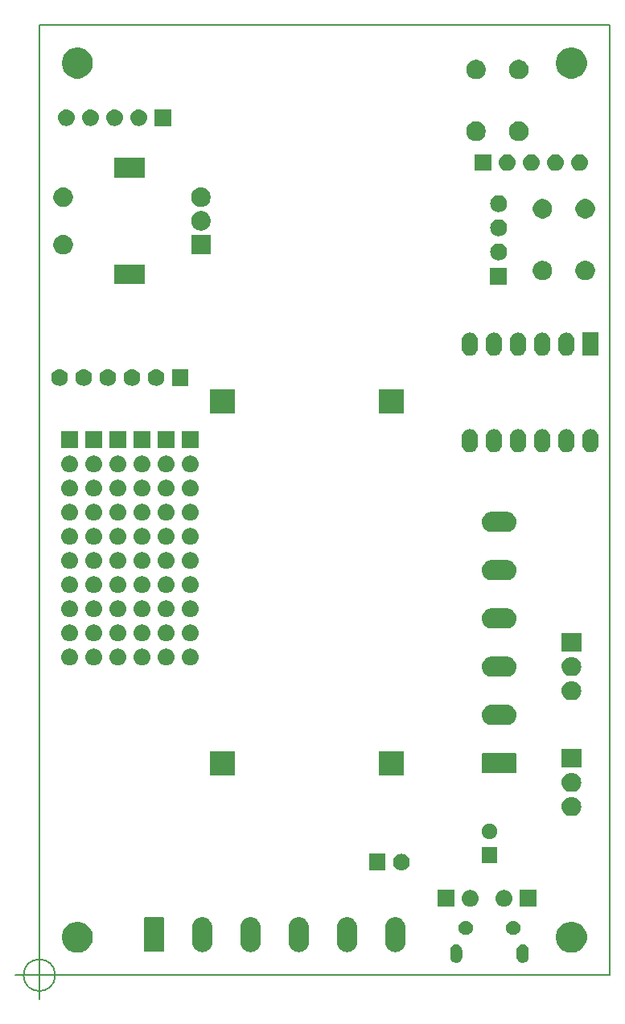
<source format=gbr>
%TF.GenerationSoftware,KiCad,Pcbnew,(5.0.1)-3*%
%TF.CreationDate,2018-11-18T09:49:25+01:00*%
%TF.ProjectId,ESP32-wood-beam-lamp,45535033322D776F6F642D6265616D2D,rev?*%
%TF.SameCoordinates,Original*%
%TF.FileFunction,Soldermask,Bot*%
%TF.FilePolarity,Negative*%
%FSLAX46Y46*%
G04 Gerber Fmt 4.6, Leading zero omitted, Abs format (unit mm)*
G04 Created by KiCad (PCBNEW (5.0.1)-3) date 18.11.2018 09:49:25*
%MOMM*%
%LPD*%
G01*
G04 APERTURE LIST*
%ADD10C,0.150000*%
G04 APERTURE END LIST*
D10*
X41666666Y-130000000D02*
G75*
G03X41666666Y-130000000I-1666666J0D01*
G01*
X37500000Y-130000000D02*
X42500000Y-130000000D01*
X40000000Y-127500000D02*
X40000000Y-132500000D01*
X40000000Y-130000000D02*
X40000000Y-30000000D01*
X100000000Y-130000000D02*
X40000000Y-130000000D01*
X100000000Y-30000000D02*
X100000000Y-130000000D01*
X40000000Y-30000000D02*
X100000000Y-30000000D01*
G36*
X83999503Y-126758615D02*
X84118255Y-126794639D01*
X84118257Y-126794640D01*
X84227703Y-126853140D01*
X84323633Y-126931867D01*
X84402360Y-127027797D01*
X84402361Y-127027799D01*
X84460861Y-127137245D01*
X84496885Y-127255997D01*
X84506000Y-127348550D01*
X84506000Y-128110450D01*
X84496885Y-128203003D01*
X84460861Y-128321754D01*
X84460860Y-128321757D01*
X84402360Y-128431203D01*
X84323633Y-128527133D01*
X84323631Y-128527135D01*
X84227703Y-128605860D01*
X84118254Y-128664361D01*
X83999502Y-128700385D01*
X83876000Y-128712548D01*
X83752497Y-128700385D01*
X83633745Y-128664361D01*
X83524299Y-128605861D01*
X83524297Y-128605860D01*
X83428367Y-128527133D01*
X83428365Y-128527131D01*
X83349640Y-128431203D01*
X83291139Y-128321754D01*
X83255115Y-128203002D01*
X83246000Y-128110449D01*
X83246000Y-127348550D01*
X83255115Y-127255999D01*
X83291139Y-127137246D01*
X83291140Y-127137243D01*
X83349641Y-127027797D01*
X83428368Y-126931867D01*
X83524298Y-126853140D01*
X83633744Y-126794640D01*
X83633746Y-126794639D01*
X83752498Y-126758615D01*
X83876000Y-126746452D01*
X83999503Y-126758615D01*
X83999503Y-126758615D01*
G37*
G36*
X90999502Y-126758615D02*
X91118254Y-126794639D01*
X91227703Y-126853140D01*
X91323631Y-126931865D01*
X91323633Y-126931867D01*
X91402360Y-127027797D01*
X91402361Y-127027799D01*
X91460861Y-127137245D01*
X91496885Y-127255997D01*
X91506000Y-127348550D01*
X91506000Y-128110450D01*
X91496885Y-128203003D01*
X91460861Y-128321754D01*
X91460860Y-128321757D01*
X91402360Y-128431203D01*
X91323633Y-128527133D01*
X91227703Y-128605860D01*
X91227701Y-128605861D01*
X91118255Y-128664361D01*
X90999503Y-128700385D01*
X90876000Y-128712548D01*
X90752498Y-128700385D01*
X90633746Y-128664361D01*
X90524300Y-128605861D01*
X90524298Y-128605860D01*
X90428368Y-128527133D01*
X90349641Y-128431203D01*
X90291140Y-128321757D01*
X90255116Y-128203003D01*
X90255115Y-128203001D01*
X90246000Y-128110450D01*
X90246000Y-127348551D01*
X90255115Y-127255998D01*
X90291139Y-127137246D01*
X90349640Y-127027797D01*
X90428365Y-126931869D01*
X90428367Y-126931867D01*
X90524297Y-126853140D01*
X90633743Y-126794640D01*
X90633745Y-126794639D01*
X90752497Y-126758615D01*
X90876000Y-126746452D01*
X90999502Y-126758615D01*
X90999502Y-126758615D01*
G37*
G36*
X44475451Y-124432639D02*
X44500597Y-124443055D01*
X44772095Y-124555513D01*
X45039065Y-124733896D01*
X45266104Y-124960935D01*
X45361604Y-125103862D01*
X45444487Y-125227905D01*
X45567361Y-125524549D01*
X45630000Y-125839458D01*
X45630000Y-126160542D01*
X45567361Y-126475451D01*
X45567360Y-126475453D01*
X45444487Y-126772095D01*
X45266104Y-127039065D01*
X45039065Y-127266104D01*
X44836849Y-127401220D01*
X44772095Y-127444487D01*
X44475451Y-127567361D01*
X44160542Y-127630000D01*
X43839458Y-127630000D01*
X43524549Y-127567361D01*
X43227905Y-127444487D01*
X43163151Y-127401220D01*
X42960935Y-127266104D01*
X42733896Y-127039065D01*
X42555513Y-126772095D01*
X42432640Y-126475453D01*
X42432639Y-126475451D01*
X42370000Y-126160542D01*
X42370000Y-125839458D01*
X42432639Y-125524549D01*
X42555513Y-125227905D01*
X42638396Y-125103862D01*
X42733896Y-124960935D01*
X42960935Y-124733896D01*
X43227905Y-124555513D01*
X43499403Y-124443055D01*
X43524549Y-124432639D01*
X43839458Y-124370000D01*
X44160542Y-124370000D01*
X44475451Y-124432639D01*
X44475451Y-124432639D01*
G37*
G36*
X96475451Y-124432639D02*
X96500597Y-124443055D01*
X96772095Y-124555513D01*
X97039065Y-124733896D01*
X97266104Y-124960935D01*
X97361604Y-125103862D01*
X97444487Y-125227905D01*
X97567361Y-125524549D01*
X97630000Y-125839458D01*
X97630000Y-126160542D01*
X97567361Y-126475451D01*
X97567360Y-126475453D01*
X97444487Y-126772095D01*
X97266104Y-127039065D01*
X97039065Y-127266104D01*
X96836849Y-127401220D01*
X96772095Y-127444487D01*
X96475451Y-127567361D01*
X96160542Y-127630000D01*
X95839458Y-127630000D01*
X95524549Y-127567361D01*
X95227905Y-127444487D01*
X95163151Y-127401220D01*
X94960935Y-127266104D01*
X94733896Y-127039065D01*
X94555513Y-126772095D01*
X94432640Y-126475453D01*
X94432639Y-126475451D01*
X94370000Y-126160542D01*
X94370000Y-125839458D01*
X94432639Y-125524549D01*
X94555513Y-125227905D01*
X94638396Y-125103862D01*
X94733896Y-124960935D01*
X94960935Y-124733896D01*
X95227905Y-124555513D01*
X95499403Y-124443055D01*
X95524549Y-124432639D01*
X95839458Y-124370000D01*
X96160542Y-124370000D01*
X96475451Y-124432639D01*
X96475451Y-124432639D01*
G37*
G36*
X77679756Y-123915482D02*
X77786794Y-123947952D01*
X77881455Y-123976667D01*
X78067336Y-124076022D01*
X78230265Y-124209735D01*
X78363978Y-124372663D01*
X78463333Y-124558544D01*
X78479254Y-124611029D01*
X78524518Y-124760243D01*
X78540000Y-124917436D01*
X78540000Y-126542564D01*
X78524518Y-126699757D01*
X78495735Y-126794640D01*
X78463333Y-126901456D01*
X78363978Y-127087337D01*
X78230265Y-127250265D01*
X78067337Y-127383978D01*
X77881456Y-127483333D01*
X77828971Y-127499254D01*
X77679757Y-127544518D01*
X77470000Y-127565177D01*
X77260244Y-127544518D01*
X77111030Y-127499254D01*
X77058545Y-127483333D01*
X76872664Y-127383978D01*
X76709736Y-127250265D01*
X76576023Y-127087337D01*
X76476666Y-126901452D01*
X76415482Y-126699758D01*
X76400000Y-126542565D01*
X76400000Y-124917436D01*
X76415482Y-124760246D01*
X76415482Y-124760244D01*
X76476666Y-124558549D01*
X76476667Y-124558545D01*
X76576022Y-124372664D01*
X76709735Y-124209735D01*
X76872663Y-124076022D01*
X77058544Y-123976667D01*
X77153205Y-123947952D01*
X77260243Y-123915482D01*
X77470000Y-123894823D01*
X77679756Y-123915482D01*
X77679756Y-123915482D01*
G37*
G36*
X72599756Y-123915482D02*
X72706794Y-123947952D01*
X72801455Y-123976667D01*
X72987336Y-124076022D01*
X73150265Y-124209735D01*
X73283978Y-124372663D01*
X73383333Y-124558544D01*
X73399254Y-124611029D01*
X73444518Y-124760243D01*
X73460000Y-124917436D01*
X73460000Y-126542564D01*
X73444518Y-126699757D01*
X73415735Y-126794640D01*
X73383333Y-126901456D01*
X73283978Y-127087337D01*
X73150265Y-127250265D01*
X72987337Y-127383978D01*
X72801456Y-127483333D01*
X72748971Y-127499254D01*
X72599757Y-127544518D01*
X72390000Y-127565177D01*
X72180244Y-127544518D01*
X72031030Y-127499254D01*
X71978545Y-127483333D01*
X71792664Y-127383978D01*
X71629736Y-127250265D01*
X71496023Y-127087337D01*
X71396666Y-126901452D01*
X71335482Y-126699758D01*
X71320000Y-126542565D01*
X71320000Y-124917436D01*
X71335482Y-124760246D01*
X71335482Y-124760244D01*
X71396666Y-124558549D01*
X71396667Y-124558545D01*
X71496022Y-124372664D01*
X71629735Y-124209735D01*
X71792663Y-124076022D01*
X71978544Y-123976667D01*
X72073205Y-123947952D01*
X72180243Y-123915482D01*
X72390000Y-123894823D01*
X72599756Y-123915482D01*
X72599756Y-123915482D01*
G37*
G36*
X67519756Y-123915482D02*
X67626794Y-123947952D01*
X67721455Y-123976667D01*
X67907336Y-124076022D01*
X68070265Y-124209735D01*
X68203978Y-124372663D01*
X68303333Y-124558544D01*
X68319254Y-124611029D01*
X68364518Y-124760243D01*
X68380000Y-124917436D01*
X68380000Y-126542564D01*
X68364518Y-126699757D01*
X68335735Y-126794640D01*
X68303333Y-126901456D01*
X68203978Y-127087337D01*
X68070265Y-127250265D01*
X67907337Y-127383978D01*
X67721456Y-127483333D01*
X67668971Y-127499254D01*
X67519757Y-127544518D01*
X67310000Y-127565177D01*
X67100244Y-127544518D01*
X66951030Y-127499254D01*
X66898545Y-127483333D01*
X66712664Y-127383978D01*
X66549736Y-127250265D01*
X66416023Y-127087337D01*
X66316666Y-126901452D01*
X66255482Y-126699758D01*
X66240000Y-126542565D01*
X66240000Y-124917436D01*
X66255482Y-124760246D01*
X66255482Y-124760244D01*
X66316666Y-124558549D01*
X66316667Y-124558545D01*
X66416022Y-124372664D01*
X66549735Y-124209735D01*
X66712663Y-124076022D01*
X66898544Y-123976667D01*
X66993205Y-123947952D01*
X67100243Y-123915482D01*
X67310000Y-123894823D01*
X67519756Y-123915482D01*
X67519756Y-123915482D01*
G37*
G36*
X57359756Y-123915482D02*
X57466794Y-123947952D01*
X57561455Y-123976667D01*
X57747336Y-124076022D01*
X57910265Y-124209735D01*
X58043978Y-124372663D01*
X58143333Y-124558544D01*
X58159254Y-124611029D01*
X58204518Y-124760243D01*
X58220000Y-124917436D01*
X58220000Y-126542564D01*
X58204518Y-126699757D01*
X58175735Y-126794640D01*
X58143333Y-126901456D01*
X58043978Y-127087337D01*
X57910265Y-127250265D01*
X57747337Y-127383978D01*
X57561456Y-127483333D01*
X57508971Y-127499254D01*
X57359757Y-127544518D01*
X57150000Y-127565177D01*
X56940244Y-127544518D01*
X56791030Y-127499254D01*
X56738545Y-127483333D01*
X56552664Y-127383978D01*
X56389736Y-127250265D01*
X56256023Y-127087337D01*
X56156666Y-126901452D01*
X56095482Y-126699758D01*
X56080000Y-126542565D01*
X56080000Y-124917436D01*
X56095482Y-124760246D01*
X56095482Y-124760244D01*
X56156666Y-124558549D01*
X56156667Y-124558545D01*
X56256022Y-124372664D01*
X56389735Y-124209735D01*
X56552663Y-124076022D01*
X56738544Y-123976667D01*
X56833205Y-123947952D01*
X56940243Y-123915482D01*
X57150000Y-123894823D01*
X57359756Y-123915482D01*
X57359756Y-123915482D01*
G37*
G36*
X62439756Y-123915482D02*
X62546794Y-123947952D01*
X62641455Y-123976667D01*
X62827336Y-124076022D01*
X62990265Y-124209735D01*
X63123978Y-124372663D01*
X63223333Y-124558544D01*
X63239254Y-124611029D01*
X63284518Y-124760243D01*
X63300000Y-124917436D01*
X63300000Y-126542564D01*
X63284518Y-126699757D01*
X63255735Y-126794640D01*
X63223333Y-126901456D01*
X63123978Y-127087337D01*
X62990265Y-127250265D01*
X62827337Y-127383978D01*
X62641456Y-127483333D01*
X62588971Y-127499254D01*
X62439757Y-127544518D01*
X62230000Y-127565177D01*
X62020244Y-127544518D01*
X61871030Y-127499254D01*
X61818545Y-127483333D01*
X61632664Y-127383978D01*
X61469736Y-127250265D01*
X61336023Y-127087337D01*
X61236666Y-126901452D01*
X61175482Y-126699758D01*
X61160000Y-126542565D01*
X61160000Y-124917436D01*
X61175482Y-124760246D01*
X61175482Y-124760244D01*
X61236666Y-124558549D01*
X61236667Y-124558545D01*
X61336022Y-124372664D01*
X61469735Y-124209735D01*
X61632663Y-124076022D01*
X61818544Y-123976667D01*
X61913205Y-123947952D01*
X62020243Y-123915482D01*
X62230000Y-123894823D01*
X62439756Y-123915482D01*
X62439756Y-123915482D01*
G37*
G36*
X53009279Y-123903711D02*
X53039602Y-123912909D01*
X53067555Y-123927851D01*
X53092048Y-123947952D01*
X53112149Y-123972445D01*
X53127091Y-124000398D01*
X53136289Y-124030721D01*
X53140000Y-124068399D01*
X53140000Y-127391601D01*
X53136289Y-127429279D01*
X53127091Y-127459602D01*
X53112149Y-127487555D01*
X53092048Y-127512048D01*
X53067555Y-127532149D01*
X53039602Y-127547091D01*
X53009279Y-127556289D01*
X52971601Y-127560000D01*
X51168399Y-127560000D01*
X51130721Y-127556289D01*
X51100398Y-127547091D01*
X51072445Y-127532149D01*
X51047952Y-127512048D01*
X51027851Y-127487555D01*
X51012909Y-127459602D01*
X51003711Y-127429279D01*
X51000000Y-127391601D01*
X51000000Y-124068399D01*
X51003711Y-124030721D01*
X51012909Y-124000398D01*
X51027851Y-123972445D01*
X51047952Y-123947952D01*
X51072445Y-123927851D01*
X51100398Y-123912909D01*
X51130721Y-123903711D01*
X51168399Y-123900000D01*
X52971601Y-123900000D01*
X53009279Y-123903711D01*
X53009279Y-123903711D01*
G37*
G36*
X85096225Y-124303514D02*
X85233627Y-124360428D01*
X85251938Y-124372663D01*
X85357287Y-124443055D01*
X85462445Y-124548213D01*
X85545073Y-124671875D01*
X85601986Y-124809275D01*
X85631000Y-124955138D01*
X85631000Y-125103862D01*
X85601986Y-125249725D01*
X85545073Y-125387125D01*
X85462445Y-125510787D01*
X85357287Y-125615945D01*
X85357284Y-125615947D01*
X85233627Y-125698572D01*
X85233626Y-125698573D01*
X85233625Y-125698573D01*
X85096225Y-125755486D01*
X84950362Y-125784500D01*
X84801638Y-125784500D01*
X84655775Y-125755486D01*
X84518375Y-125698573D01*
X84518374Y-125698573D01*
X84518373Y-125698572D01*
X84394716Y-125615947D01*
X84394713Y-125615945D01*
X84289555Y-125510787D01*
X84206927Y-125387125D01*
X84150014Y-125249725D01*
X84121000Y-125103862D01*
X84121000Y-124955138D01*
X84150014Y-124809275D01*
X84206927Y-124671875D01*
X84289555Y-124548213D01*
X84394713Y-124443055D01*
X84500062Y-124372663D01*
X84518373Y-124360428D01*
X84655775Y-124303514D01*
X84801638Y-124274500D01*
X84950362Y-124274500D01*
X85096225Y-124303514D01*
X85096225Y-124303514D01*
G37*
G36*
X90096225Y-124303514D02*
X90233627Y-124360428D01*
X90251938Y-124372663D01*
X90357287Y-124443055D01*
X90462445Y-124548213D01*
X90545073Y-124671875D01*
X90601986Y-124809275D01*
X90631000Y-124955138D01*
X90631000Y-125103862D01*
X90601986Y-125249725D01*
X90545073Y-125387125D01*
X90462445Y-125510787D01*
X90357287Y-125615945D01*
X90357284Y-125615947D01*
X90233627Y-125698572D01*
X90233626Y-125698573D01*
X90233625Y-125698573D01*
X90096225Y-125755486D01*
X89950362Y-125784500D01*
X89801638Y-125784500D01*
X89655775Y-125755486D01*
X89518375Y-125698573D01*
X89518374Y-125698573D01*
X89518373Y-125698572D01*
X89394716Y-125615947D01*
X89394713Y-125615945D01*
X89289555Y-125510787D01*
X89206927Y-125387125D01*
X89150014Y-125249725D01*
X89121000Y-125103862D01*
X89121000Y-124955138D01*
X89150014Y-124809275D01*
X89206927Y-124671875D01*
X89289555Y-124548213D01*
X89394713Y-124443055D01*
X89500062Y-124372663D01*
X89518373Y-124360428D01*
X89655775Y-124303514D01*
X89801638Y-124274500D01*
X89950362Y-124274500D01*
X90096225Y-124303514D01*
X90096225Y-124303514D01*
G37*
G36*
X85516506Y-121052733D02*
X85516509Y-121052734D01*
X85516510Y-121052734D01*
X85682391Y-121103053D01*
X85682394Y-121103055D01*
X85682395Y-121103055D01*
X85835267Y-121184766D01*
X85969264Y-121294736D01*
X86079234Y-121428733D01*
X86160945Y-121581605D01*
X86160947Y-121581609D01*
X86211266Y-121747490D01*
X86211267Y-121747494D01*
X86228257Y-121920000D01*
X86211267Y-122092506D01*
X86211266Y-122092509D01*
X86211266Y-122092510D01*
X86160947Y-122258391D01*
X86160945Y-122258394D01*
X86160945Y-122258395D01*
X86079234Y-122411267D01*
X85969264Y-122545264D01*
X85835267Y-122655234D01*
X85682395Y-122736945D01*
X85682391Y-122736947D01*
X85516510Y-122787266D01*
X85516509Y-122787266D01*
X85516506Y-122787267D01*
X85387225Y-122800000D01*
X85300775Y-122800000D01*
X85171494Y-122787267D01*
X85171491Y-122787266D01*
X85171490Y-122787266D01*
X85005609Y-122736947D01*
X85005605Y-122736945D01*
X84852733Y-122655234D01*
X84718736Y-122545264D01*
X84608766Y-122411267D01*
X84527055Y-122258395D01*
X84527055Y-122258394D01*
X84527053Y-122258391D01*
X84476734Y-122092510D01*
X84476734Y-122092509D01*
X84476733Y-122092506D01*
X84459743Y-121920000D01*
X84476733Y-121747494D01*
X84476734Y-121747490D01*
X84527053Y-121581609D01*
X84527055Y-121581605D01*
X84608766Y-121428733D01*
X84718736Y-121294736D01*
X84852733Y-121184766D01*
X85005605Y-121103055D01*
X85005606Y-121103055D01*
X85005609Y-121103053D01*
X85171490Y-121052734D01*
X85171491Y-121052734D01*
X85171494Y-121052733D01*
X85300775Y-121040000D01*
X85387225Y-121040000D01*
X85516506Y-121052733D01*
X85516506Y-121052733D01*
G37*
G36*
X92320000Y-122800000D02*
X90560000Y-122800000D01*
X90560000Y-121040000D01*
X92320000Y-121040000D01*
X92320000Y-122800000D01*
X92320000Y-122800000D01*
G37*
G36*
X89072506Y-121052733D02*
X89072509Y-121052734D01*
X89072510Y-121052734D01*
X89238391Y-121103053D01*
X89238394Y-121103055D01*
X89238395Y-121103055D01*
X89391267Y-121184766D01*
X89525264Y-121294736D01*
X89635234Y-121428733D01*
X89716945Y-121581605D01*
X89716947Y-121581609D01*
X89767266Y-121747490D01*
X89767267Y-121747494D01*
X89784257Y-121920000D01*
X89767267Y-122092506D01*
X89767266Y-122092509D01*
X89767266Y-122092510D01*
X89716947Y-122258391D01*
X89716945Y-122258394D01*
X89716945Y-122258395D01*
X89635234Y-122411267D01*
X89525264Y-122545264D01*
X89391267Y-122655234D01*
X89238395Y-122736945D01*
X89238391Y-122736947D01*
X89072510Y-122787266D01*
X89072509Y-122787266D01*
X89072506Y-122787267D01*
X88943225Y-122800000D01*
X88856775Y-122800000D01*
X88727494Y-122787267D01*
X88727491Y-122787266D01*
X88727490Y-122787266D01*
X88561609Y-122736947D01*
X88561605Y-122736945D01*
X88408733Y-122655234D01*
X88274736Y-122545264D01*
X88164766Y-122411267D01*
X88083055Y-122258395D01*
X88083055Y-122258394D01*
X88083053Y-122258391D01*
X88032734Y-122092510D01*
X88032734Y-122092509D01*
X88032733Y-122092506D01*
X88015743Y-121920000D01*
X88032733Y-121747494D01*
X88032734Y-121747490D01*
X88083053Y-121581609D01*
X88083055Y-121581605D01*
X88164766Y-121428733D01*
X88274736Y-121294736D01*
X88408733Y-121184766D01*
X88561605Y-121103055D01*
X88561606Y-121103055D01*
X88561609Y-121103053D01*
X88727490Y-121052734D01*
X88727491Y-121052734D01*
X88727494Y-121052733D01*
X88856775Y-121040000D01*
X88943225Y-121040000D01*
X89072506Y-121052733D01*
X89072506Y-121052733D01*
G37*
G36*
X83684000Y-122800000D02*
X81924000Y-122800000D01*
X81924000Y-121040000D01*
X83684000Y-121040000D01*
X83684000Y-122800000D01*
X83684000Y-122800000D01*
G37*
G36*
X78277506Y-117242733D02*
X78277509Y-117242734D01*
X78277510Y-117242734D01*
X78443391Y-117293053D01*
X78443394Y-117293055D01*
X78443395Y-117293055D01*
X78596267Y-117374766D01*
X78730264Y-117484736D01*
X78840234Y-117618733D01*
X78921945Y-117771605D01*
X78921947Y-117771609D01*
X78972266Y-117937490D01*
X78972267Y-117937494D01*
X78989257Y-118110000D01*
X78972267Y-118282506D01*
X78972266Y-118282509D01*
X78972266Y-118282510D01*
X78921947Y-118448391D01*
X78921945Y-118448394D01*
X78921945Y-118448395D01*
X78840234Y-118601267D01*
X78730264Y-118735264D01*
X78596267Y-118845234D01*
X78443395Y-118926945D01*
X78443391Y-118926947D01*
X78277510Y-118977266D01*
X78277509Y-118977266D01*
X78277506Y-118977267D01*
X78148225Y-118990000D01*
X78061775Y-118990000D01*
X77932494Y-118977267D01*
X77932491Y-118977266D01*
X77932490Y-118977266D01*
X77766609Y-118926947D01*
X77766605Y-118926945D01*
X77613733Y-118845234D01*
X77479736Y-118735264D01*
X77369766Y-118601267D01*
X77288055Y-118448395D01*
X77288055Y-118448394D01*
X77288053Y-118448391D01*
X77237734Y-118282510D01*
X77237734Y-118282509D01*
X77237733Y-118282506D01*
X77220743Y-118110000D01*
X77237733Y-117937494D01*
X77237734Y-117937490D01*
X77288053Y-117771609D01*
X77288055Y-117771605D01*
X77369766Y-117618733D01*
X77479736Y-117484736D01*
X77613733Y-117374766D01*
X77766605Y-117293055D01*
X77766606Y-117293055D01*
X77766609Y-117293053D01*
X77932490Y-117242734D01*
X77932491Y-117242734D01*
X77932494Y-117242733D01*
X78061775Y-117230000D01*
X78148225Y-117230000D01*
X78277506Y-117242733D01*
X78277506Y-117242733D01*
G37*
G36*
X76445000Y-118990000D02*
X74685000Y-118990000D01*
X74685000Y-117230000D01*
X76445000Y-117230000D01*
X76445000Y-118990000D01*
X76445000Y-118990000D01*
G37*
G36*
X88206000Y-118178000D02*
X86546000Y-118178000D01*
X86546000Y-116518000D01*
X88206000Y-116518000D01*
X88206000Y-118178000D01*
X88206000Y-118178000D01*
G37*
G36*
X87537925Y-114033948D02*
X87618102Y-114049896D01*
X87680669Y-114075813D01*
X87769151Y-114112463D01*
X87905097Y-114203299D01*
X88020701Y-114318903D01*
X88111537Y-114454849D01*
X88174104Y-114605899D01*
X88206000Y-114766251D01*
X88206000Y-114929749D01*
X88174104Y-115090101D01*
X88111537Y-115241151D01*
X88020701Y-115377097D01*
X87905097Y-115492701D01*
X87769151Y-115583537D01*
X87680669Y-115620187D01*
X87618102Y-115646104D01*
X87537925Y-115662052D01*
X87457749Y-115678000D01*
X87294251Y-115678000D01*
X87214075Y-115662052D01*
X87133898Y-115646104D01*
X87071331Y-115620187D01*
X86982849Y-115583537D01*
X86846903Y-115492701D01*
X86731299Y-115377097D01*
X86640463Y-115241151D01*
X86577896Y-115090101D01*
X86546000Y-114929749D01*
X86546000Y-114766251D01*
X86577896Y-114605899D01*
X86640463Y-114454849D01*
X86731299Y-114318903D01*
X86846903Y-114203299D01*
X86982849Y-114112463D01*
X87071331Y-114075813D01*
X87133898Y-114049896D01*
X87214075Y-114033948D01*
X87294251Y-114018000D01*
X87457749Y-114018000D01*
X87537925Y-114033948D01*
X87537925Y-114033948D01*
G37*
G36*
X96252100Y-111299716D02*
X96252103Y-111299717D01*
X96252104Y-111299717D01*
X96437305Y-111355897D01*
X96437307Y-111355898D01*
X96437310Y-111355899D01*
X96607986Y-111447126D01*
X96757593Y-111569907D01*
X96880374Y-111719514D01*
X96971601Y-111890190D01*
X97027784Y-112075400D01*
X97046753Y-112268000D01*
X97027784Y-112460600D01*
X96971601Y-112645810D01*
X96880374Y-112816486D01*
X96757593Y-112966093D01*
X96607986Y-113088874D01*
X96437310Y-113180101D01*
X96437307Y-113180102D01*
X96437305Y-113180103D01*
X96252104Y-113236283D01*
X96252103Y-113236283D01*
X96252100Y-113236284D01*
X96107761Y-113250500D01*
X95916239Y-113250500D01*
X95771900Y-113236284D01*
X95771897Y-113236283D01*
X95771896Y-113236283D01*
X95586695Y-113180103D01*
X95586693Y-113180102D01*
X95586690Y-113180101D01*
X95416014Y-113088874D01*
X95266407Y-112966093D01*
X95143626Y-112816486D01*
X95052399Y-112645810D01*
X94996216Y-112460600D01*
X94977247Y-112268000D01*
X94996216Y-112075400D01*
X95052399Y-111890190D01*
X95143626Y-111719514D01*
X95266407Y-111569907D01*
X95416014Y-111447126D01*
X95586690Y-111355899D01*
X95586693Y-111355898D01*
X95586695Y-111355897D01*
X95771896Y-111299717D01*
X95771897Y-111299717D01*
X95771900Y-111299716D01*
X95916239Y-111285500D01*
X96107761Y-111285500D01*
X96252100Y-111299716D01*
X96252100Y-111299716D01*
G37*
G36*
X96252100Y-108759716D02*
X96252103Y-108759717D01*
X96252104Y-108759717D01*
X96437305Y-108815897D01*
X96437307Y-108815898D01*
X96437310Y-108815899D01*
X96607986Y-108907126D01*
X96757593Y-109029907D01*
X96880374Y-109179514D01*
X96971601Y-109350190D01*
X97027784Y-109535400D01*
X97046753Y-109728000D01*
X97027784Y-109920600D01*
X96971601Y-110105810D01*
X96880374Y-110276486D01*
X96757593Y-110426093D01*
X96607986Y-110548874D01*
X96437310Y-110640101D01*
X96437307Y-110640102D01*
X96437305Y-110640103D01*
X96252104Y-110696283D01*
X96252103Y-110696283D01*
X96252100Y-110696284D01*
X96107761Y-110710500D01*
X95916239Y-110710500D01*
X95771900Y-110696284D01*
X95771897Y-110696283D01*
X95771896Y-110696283D01*
X95586695Y-110640103D01*
X95586693Y-110640102D01*
X95586690Y-110640101D01*
X95416014Y-110548874D01*
X95266407Y-110426093D01*
X95143626Y-110276486D01*
X95052399Y-110105810D01*
X94996216Y-109920600D01*
X94977247Y-109728000D01*
X94996216Y-109535400D01*
X95052399Y-109350190D01*
X95143626Y-109179514D01*
X95266407Y-109029907D01*
X95416014Y-108907126D01*
X95586690Y-108815899D01*
X95586693Y-108815898D01*
X95586695Y-108815897D01*
X95771896Y-108759717D01*
X95771897Y-108759717D01*
X95771900Y-108759716D01*
X95916239Y-108745500D01*
X96107761Y-108745500D01*
X96252100Y-108759716D01*
X96252100Y-108759716D01*
G37*
G36*
X60550000Y-109010000D02*
X57990000Y-109010000D01*
X57990000Y-106450000D01*
X60550000Y-106450000D01*
X60550000Y-109010000D01*
X60550000Y-109010000D01*
G37*
G36*
X78330000Y-109010000D02*
X75770000Y-109010000D01*
X75770000Y-106450000D01*
X78330000Y-106450000D01*
X78330000Y-109010000D01*
X78330000Y-109010000D01*
G37*
G36*
X90091279Y-106629711D02*
X90121602Y-106638909D01*
X90149555Y-106653851D01*
X90174048Y-106673952D01*
X90194149Y-106698445D01*
X90209091Y-106726398D01*
X90218289Y-106756721D01*
X90222000Y-106794399D01*
X90222000Y-108597601D01*
X90218289Y-108635279D01*
X90209091Y-108665602D01*
X90194149Y-108693555D01*
X90174048Y-108718048D01*
X90149555Y-108738149D01*
X90121602Y-108753091D01*
X90091279Y-108762289D01*
X90053601Y-108766000D01*
X86730399Y-108766000D01*
X86692721Y-108762289D01*
X86662398Y-108753091D01*
X86634445Y-108738149D01*
X86609952Y-108718048D01*
X86589851Y-108693555D01*
X86574909Y-108665602D01*
X86565711Y-108635279D01*
X86562000Y-108597601D01*
X86562000Y-106794399D01*
X86565711Y-106756721D01*
X86574909Y-106726398D01*
X86589851Y-106698445D01*
X86609952Y-106673952D01*
X86634445Y-106653851D01*
X86662398Y-106638909D01*
X86692721Y-106629711D01*
X86730399Y-106626000D01*
X90053601Y-106626000D01*
X90091279Y-106629711D01*
X90091279Y-106629711D01*
G37*
G36*
X97042000Y-108170500D02*
X94982000Y-108170500D01*
X94982000Y-106205500D01*
X97042000Y-106205500D01*
X97042000Y-108170500D01*
X97042000Y-108170500D01*
G37*
G36*
X89256962Y-101551161D02*
X89361757Y-101561482D01*
X89510971Y-101606746D01*
X89563456Y-101622667D01*
X89749337Y-101722022D01*
X89912265Y-101855735D01*
X90045978Y-102018663D01*
X90145333Y-102204544D01*
X90145334Y-102204548D01*
X90206518Y-102406243D01*
X90227177Y-102616000D01*
X90206518Y-102825757D01*
X90161254Y-102974971D01*
X90145333Y-103027456D01*
X90045978Y-103213337D01*
X89912265Y-103376265D01*
X89749337Y-103509978D01*
X89563456Y-103609333D01*
X89510971Y-103625254D01*
X89361757Y-103670518D01*
X89256962Y-103680839D01*
X89204565Y-103686000D01*
X87579435Y-103686000D01*
X87527038Y-103680839D01*
X87422243Y-103670518D01*
X87273029Y-103625254D01*
X87220544Y-103609333D01*
X87034663Y-103509978D01*
X86871735Y-103376265D01*
X86738022Y-103213337D01*
X86638667Y-103027456D01*
X86622746Y-102974971D01*
X86577482Y-102825757D01*
X86556823Y-102616000D01*
X86577482Y-102406243D01*
X86638666Y-102204548D01*
X86638667Y-102204544D01*
X86738022Y-102018663D01*
X86871735Y-101855735D01*
X87034663Y-101722022D01*
X87220544Y-101622667D01*
X87273029Y-101606746D01*
X87422243Y-101561482D01*
X87527038Y-101551161D01*
X87579435Y-101546000D01*
X89204565Y-101546000D01*
X89256962Y-101551161D01*
X89256962Y-101551161D01*
G37*
G36*
X96252100Y-99107716D02*
X96252103Y-99107717D01*
X96252104Y-99107717D01*
X96437305Y-99163897D01*
X96437307Y-99163898D01*
X96437310Y-99163899D01*
X96607986Y-99255126D01*
X96757593Y-99377907D01*
X96880374Y-99527514D01*
X96971601Y-99698190D01*
X97027784Y-99883400D01*
X97046753Y-100076000D01*
X97027784Y-100268600D01*
X96971601Y-100453810D01*
X96880374Y-100624486D01*
X96757593Y-100774093D01*
X96607986Y-100896874D01*
X96437310Y-100988101D01*
X96437307Y-100988102D01*
X96437305Y-100988103D01*
X96252104Y-101044283D01*
X96252103Y-101044283D01*
X96252100Y-101044284D01*
X96107761Y-101058500D01*
X95916239Y-101058500D01*
X95771900Y-101044284D01*
X95771897Y-101044283D01*
X95771896Y-101044283D01*
X95586695Y-100988103D01*
X95586693Y-100988102D01*
X95586690Y-100988101D01*
X95416014Y-100896874D01*
X95266407Y-100774093D01*
X95143626Y-100624486D01*
X95052399Y-100453810D01*
X94996216Y-100268600D01*
X94977247Y-100076000D01*
X94996216Y-99883400D01*
X95052399Y-99698190D01*
X95143626Y-99527514D01*
X95266407Y-99377907D01*
X95416014Y-99255126D01*
X95586690Y-99163899D01*
X95586693Y-99163898D01*
X95586695Y-99163897D01*
X95771896Y-99107717D01*
X95771897Y-99107717D01*
X95771900Y-99107716D01*
X95916239Y-99093500D01*
X96107761Y-99093500D01*
X96252100Y-99107716D01*
X96252100Y-99107716D01*
G37*
G36*
X89256962Y-96471161D02*
X89361757Y-96481482D01*
X89488733Y-96520000D01*
X89563456Y-96542667D01*
X89749337Y-96642022D01*
X89912265Y-96775735D01*
X90045978Y-96938663D01*
X90145333Y-97124544D01*
X90145334Y-97124548D01*
X90206518Y-97326243D01*
X90227177Y-97536000D01*
X90206518Y-97745757D01*
X90161254Y-97894971D01*
X90145333Y-97947456D01*
X90045978Y-98133337D01*
X89912265Y-98296265D01*
X89749337Y-98429978D01*
X89563456Y-98529333D01*
X89510971Y-98545254D01*
X89361757Y-98590518D01*
X89256962Y-98600839D01*
X89204565Y-98606000D01*
X87579435Y-98606000D01*
X87527038Y-98600839D01*
X87422243Y-98590518D01*
X87273029Y-98545254D01*
X87220544Y-98529333D01*
X87034663Y-98429978D01*
X86871735Y-98296265D01*
X86738022Y-98133337D01*
X86638667Y-97947456D01*
X86622746Y-97894971D01*
X86577482Y-97745757D01*
X86556823Y-97536000D01*
X86577482Y-97326243D01*
X86638666Y-97124548D01*
X86638667Y-97124544D01*
X86738022Y-96938663D01*
X86871735Y-96775735D01*
X87034663Y-96642022D01*
X87220544Y-96542667D01*
X87295267Y-96520000D01*
X87422243Y-96481482D01*
X87527038Y-96471161D01*
X87579435Y-96466000D01*
X89204565Y-96466000D01*
X89256962Y-96471161D01*
X89256962Y-96471161D01*
G37*
G36*
X96252100Y-96567716D02*
X96252103Y-96567717D01*
X96252104Y-96567717D01*
X96437305Y-96623897D01*
X96437307Y-96623898D01*
X96437310Y-96623899D01*
X96607986Y-96715126D01*
X96757593Y-96837907D01*
X96880374Y-96987514D01*
X96971601Y-97158190D01*
X96971602Y-97158193D01*
X96971603Y-97158195D01*
X97027783Y-97343396D01*
X97027784Y-97343400D01*
X97046753Y-97536000D01*
X97027784Y-97728600D01*
X97027783Y-97728603D01*
X97027783Y-97728604D01*
X97022580Y-97745757D01*
X96971601Y-97913810D01*
X96880374Y-98084486D01*
X96757593Y-98234093D01*
X96607986Y-98356874D01*
X96437310Y-98448101D01*
X96437307Y-98448102D01*
X96437305Y-98448103D01*
X96252104Y-98504283D01*
X96252103Y-98504283D01*
X96252100Y-98504284D01*
X96107761Y-98518500D01*
X95916239Y-98518500D01*
X95771900Y-98504284D01*
X95771897Y-98504283D01*
X95771896Y-98504283D01*
X95586695Y-98448103D01*
X95586693Y-98448102D01*
X95586690Y-98448101D01*
X95416014Y-98356874D01*
X95266407Y-98234093D01*
X95143626Y-98084486D01*
X95052399Y-97913810D01*
X95001421Y-97745757D01*
X94996217Y-97728604D01*
X94996217Y-97728603D01*
X94996216Y-97728600D01*
X94977247Y-97536000D01*
X94996216Y-97343400D01*
X94996217Y-97343396D01*
X95052397Y-97158195D01*
X95052398Y-97158193D01*
X95052399Y-97158190D01*
X95143626Y-96987514D01*
X95266407Y-96837907D01*
X95416014Y-96715126D01*
X95586690Y-96623899D01*
X95586693Y-96623898D01*
X95586695Y-96623897D01*
X95771896Y-96567717D01*
X95771897Y-96567717D01*
X95771900Y-96567716D01*
X95916239Y-96553500D01*
X96107761Y-96553500D01*
X96252100Y-96567716D01*
X96252100Y-96567716D01*
G37*
G36*
X43352506Y-95652733D02*
X43352509Y-95652734D01*
X43352510Y-95652734D01*
X43518391Y-95703053D01*
X43518394Y-95703055D01*
X43518395Y-95703055D01*
X43671267Y-95784766D01*
X43805264Y-95894736D01*
X43915234Y-96028733D01*
X43996945Y-96181605D01*
X43996947Y-96181609D01*
X44047266Y-96347490D01*
X44047267Y-96347494D01*
X44064257Y-96520000D01*
X44047267Y-96692506D01*
X44047266Y-96692509D01*
X44047266Y-96692510D01*
X43996947Y-96858391D01*
X43996945Y-96858394D01*
X43996945Y-96858395D01*
X43915234Y-97011267D01*
X43805264Y-97145264D01*
X43671267Y-97255234D01*
X43538417Y-97326243D01*
X43518391Y-97336947D01*
X43352510Y-97387266D01*
X43352509Y-97387266D01*
X43352506Y-97387267D01*
X43223225Y-97400000D01*
X43136775Y-97400000D01*
X43007494Y-97387267D01*
X43007491Y-97387266D01*
X43007490Y-97387266D01*
X42841609Y-97336947D01*
X42821583Y-97326243D01*
X42688733Y-97255234D01*
X42554736Y-97145264D01*
X42444766Y-97011267D01*
X42363055Y-96858395D01*
X42363055Y-96858394D01*
X42363053Y-96858391D01*
X42312734Y-96692510D01*
X42312734Y-96692509D01*
X42312733Y-96692506D01*
X42295743Y-96520000D01*
X42312733Y-96347494D01*
X42312734Y-96347490D01*
X42363053Y-96181609D01*
X42363055Y-96181605D01*
X42444766Y-96028733D01*
X42554736Y-95894736D01*
X42688733Y-95784766D01*
X42841605Y-95703055D01*
X42841606Y-95703055D01*
X42841609Y-95703053D01*
X43007490Y-95652734D01*
X43007491Y-95652734D01*
X43007494Y-95652733D01*
X43136775Y-95640000D01*
X43223225Y-95640000D01*
X43352506Y-95652733D01*
X43352506Y-95652733D01*
G37*
G36*
X56052506Y-95652733D02*
X56052509Y-95652734D01*
X56052510Y-95652734D01*
X56218391Y-95703053D01*
X56218394Y-95703055D01*
X56218395Y-95703055D01*
X56371267Y-95784766D01*
X56505264Y-95894736D01*
X56615234Y-96028733D01*
X56696945Y-96181605D01*
X56696947Y-96181609D01*
X56747266Y-96347490D01*
X56747267Y-96347494D01*
X56764257Y-96520000D01*
X56747267Y-96692506D01*
X56747266Y-96692509D01*
X56747266Y-96692510D01*
X56696947Y-96858391D01*
X56696945Y-96858394D01*
X56696945Y-96858395D01*
X56615234Y-97011267D01*
X56505264Y-97145264D01*
X56371267Y-97255234D01*
X56238417Y-97326243D01*
X56218391Y-97336947D01*
X56052510Y-97387266D01*
X56052509Y-97387266D01*
X56052506Y-97387267D01*
X55923225Y-97400000D01*
X55836775Y-97400000D01*
X55707494Y-97387267D01*
X55707491Y-97387266D01*
X55707490Y-97387266D01*
X55541609Y-97336947D01*
X55521583Y-97326243D01*
X55388733Y-97255234D01*
X55254736Y-97145264D01*
X55144766Y-97011267D01*
X55063055Y-96858395D01*
X55063055Y-96858394D01*
X55063053Y-96858391D01*
X55012734Y-96692510D01*
X55012734Y-96692509D01*
X55012733Y-96692506D01*
X54995743Y-96520000D01*
X55012733Y-96347494D01*
X55012734Y-96347490D01*
X55063053Y-96181609D01*
X55063055Y-96181605D01*
X55144766Y-96028733D01*
X55254736Y-95894736D01*
X55388733Y-95784766D01*
X55541605Y-95703055D01*
X55541606Y-95703055D01*
X55541609Y-95703053D01*
X55707490Y-95652734D01*
X55707491Y-95652734D01*
X55707494Y-95652733D01*
X55836775Y-95640000D01*
X55923225Y-95640000D01*
X56052506Y-95652733D01*
X56052506Y-95652733D01*
G37*
G36*
X53512506Y-95652733D02*
X53512509Y-95652734D01*
X53512510Y-95652734D01*
X53678391Y-95703053D01*
X53678394Y-95703055D01*
X53678395Y-95703055D01*
X53831267Y-95784766D01*
X53965264Y-95894736D01*
X54075234Y-96028733D01*
X54156945Y-96181605D01*
X54156947Y-96181609D01*
X54207266Y-96347490D01*
X54207267Y-96347494D01*
X54224257Y-96520000D01*
X54207267Y-96692506D01*
X54207266Y-96692509D01*
X54207266Y-96692510D01*
X54156947Y-96858391D01*
X54156945Y-96858394D01*
X54156945Y-96858395D01*
X54075234Y-97011267D01*
X53965264Y-97145264D01*
X53831267Y-97255234D01*
X53698417Y-97326243D01*
X53678391Y-97336947D01*
X53512510Y-97387266D01*
X53512509Y-97387266D01*
X53512506Y-97387267D01*
X53383225Y-97400000D01*
X53296775Y-97400000D01*
X53167494Y-97387267D01*
X53167491Y-97387266D01*
X53167490Y-97387266D01*
X53001609Y-97336947D01*
X52981583Y-97326243D01*
X52848733Y-97255234D01*
X52714736Y-97145264D01*
X52604766Y-97011267D01*
X52523055Y-96858395D01*
X52523055Y-96858394D01*
X52523053Y-96858391D01*
X52472734Y-96692510D01*
X52472734Y-96692509D01*
X52472733Y-96692506D01*
X52455743Y-96520000D01*
X52472733Y-96347494D01*
X52472734Y-96347490D01*
X52523053Y-96181609D01*
X52523055Y-96181605D01*
X52604766Y-96028733D01*
X52714736Y-95894736D01*
X52848733Y-95784766D01*
X53001605Y-95703055D01*
X53001606Y-95703055D01*
X53001609Y-95703053D01*
X53167490Y-95652734D01*
X53167491Y-95652734D01*
X53167494Y-95652733D01*
X53296775Y-95640000D01*
X53383225Y-95640000D01*
X53512506Y-95652733D01*
X53512506Y-95652733D01*
G37*
G36*
X48432506Y-95652733D02*
X48432509Y-95652734D01*
X48432510Y-95652734D01*
X48598391Y-95703053D01*
X48598394Y-95703055D01*
X48598395Y-95703055D01*
X48751267Y-95784766D01*
X48885264Y-95894736D01*
X48995234Y-96028733D01*
X49076945Y-96181605D01*
X49076947Y-96181609D01*
X49127266Y-96347490D01*
X49127267Y-96347494D01*
X49144257Y-96520000D01*
X49127267Y-96692506D01*
X49127266Y-96692509D01*
X49127266Y-96692510D01*
X49076947Y-96858391D01*
X49076945Y-96858394D01*
X49076945Y-96858395D01*
X48995234Y-97011267D01*
X48885264Y-97145264D01*
X48751267Y-97255234D01*
X48618417Y-97326243D01*
X48598391Y-97336947D01*
X48432510Y-97387266D01*
X48432509Y-97387266D01*
X48432506Y-97387267D01*
X48303225Y-97400000D01*
X48216775Y-97400000D01*
X48087494Y-97387267D01*
X48087491Y-97387266D01*
X48087490Y-97387266D01*
X47921609Y-97336947D01*
X47901583Y-97326243D01*
X47768733Y-97255234D01*
X47634736Y-97145264D01*
X47524766Y-97011267D01*
X47443055Y-96858395D01*
X47443055Y-96858394D01*
X47443053Y-96858391D01*
X47392734Y-96692510D01*
X47392734Y-96692509D01*
X47392733Y-96692506D01*
X47375743Y-96520000D01*
X47392733Y-96347494D01*
X47392734Y-96347490D01*
X47443053Y-96181609D01*
X47443055Y-96181605D01*
X47524766Y-96028733D01*
X47634736Y-95894736D01*
X47768733Y-95784766D01*
X47921605Y-95703055D01*
X47921606Y-95703055D01*
X47921609Y-95703053D01*
X48087490Y-95652734D01*
X48087491Y-95652734D01*
X48087494Y-95652733D01*
X48216775Y-95640000D01*
X48303225Y-95640000D01*
X48432506Y-95652733D01*
X48432506Y-95652733D01*
G37*
G36*
X45892506Y-95652733D02*
X45892509Y-95652734D01*
X45892510Y-95652734D01*
X46058391Y-95703053D01*
X46058394Y-95703055D01*
X46058395Y-95703055D01*
X46211267Y-95784766D01*
X46345264Y-95894736D01*
X46455234Y-96028733D01*
X46536945Y-96181605D01*
X46536947Y-96181609D01*
X46587266Y-96347490D01*
X46587267Y-96347494D01*
X46604257Y-96520000D01*
X46587267Y-96692506D01*
X46587266Y-96692509D01*
X46587266Y-96692510D01*
X46536947Y-96858391D01*
X46536945Y-96858394D01*
X46536945Y-96858395D01*
X46455234Y-97011267D01*
X46345264Y-97145264D01*
X46211267Y-97255234D01*
X46078417Y-97326243D01*
X46058391Y-97336947D01*
X45892510Y-97387266D01*
X45892509Y-97387266D01*
X45892506Y-97387267D01*
X45763225Y-97400000D01*
X45676775Y-97400000D01*
X45547494Y-97387267D01*
X45547491Y-97387266D01*
X45547490Y-97387266D01*
X45381609Y-97336947D01*
X45361583Y-97326243D01*
X45228733Y-97255234D01*
X45094736Y-97145264D01*
X44984766Y-97011267D01*
X44903055Y-96858395D01*
X44903055Y-96858394D01*
X44903053Y-96858391D01*
X44852734Y-96692510D01*
X44852734Y-96692509D01*
X44852733Y-96692506D01*
X44835743Y-96520000D01*
X44852733Y-96347494D01*
X44852734Y-96347490D01*
X44903053Y-96181609D01*
X44903055Y-96181605D01*
X44984766Y-96028733D01*
X45094736Y-95894736D01*
X45228733Y-95784766D01*
X45381605Y-95703055D01*
X45381606Y-95703055D01*
X45381609Y-95703053D01*
X45547490Y-95652734D01*
X45547491Y-95652734D01*
X45547494Y-95652733D01*
X45676775Y-95640000D01*
X45763225Y-95640000D01*
X45892506Y-95652733D01*
X45892506Y-95652733D01*
G37*
G36*
X50972506Y-95652733D02*
X50972509Y-95652734D01*
X50972510Y-95652734D01*
X51138391Y-95703053D01*
X51138394Y-95703055D01*
X51138395Y-95703055D01*
X51291267Y-95784766D01*
X51425264Y-95894736D01*
X51535234Y-96028733D01*
X51616945Y-96181605D01*
X51616947Y-96181609D01*
X51667266Y-96347490D01*
X51667267Y-96347494D01*
X51684257Y-96520000D01*
X51667267Y-96692506D01*
X51667266Y-96692509D01*
X51667266Y-96692510D01*
X51616947Y-96858391D01*
X51616945Y-96858394D01*
X51616945Y-96858395D01*
X51535234Y-97011267D01*
X51425264Y-97145264D01*
X51291267Y-97255234D01*
X51158417Y-97326243D01*
X51138391Y-97336947D01*
X50972510Y-97387266D01*
X50972509Y-97387266D01*
X50972506Y-97387267D01*
X50843225Y-97400000D01*
X50756775Y-97400000D01*
X50627494Y-97387267D01*
X50627491Y-97387266D01*
X50627490Y-97387266D01*
X50461609Y-97336947D01*
X50441583Y-97326243D01*
X50308733Y-97255234D01*
X50174736Y-97145264D01*
X50064766Y-97011267D01*
X49983055Y-96858395D01*
X49983055Y-96858394D01*
X49983053Y-96858391D01*
X49932734Y-96692510D01*
X49932734Y-96692509D01*
X49932733Y-96692506D01*
X49915743Y-96520000D01*
X49932733Y-96347494D01*
X49932734Y-96347490D01*
X49983053Y-96181609D01*
X49983055Y-96181605D01*
X50064766Y-96028733D01*
X50174736Y-95894736D01*
X50308733Y-95784766D01*
X50461605Y-95703055D01*
X50461606Y-95703055D01*
X50461609Y-95703053D01*
X50627490Y-95652734D01*
X50627491Y-95652734D01*
X50627494Y-95652733D01*
X50756775Y-95640000D01*
X50843225Y-95640000D01*
X50972506Y-95652733D01*
X50972506Y-95652733D01*
G37*
G36*
X97042000Y-95978500D02*
X94982000Y-95978500D01*
X94982000Y-94013500D01*
X97042000Y-94013500D01*
X97042000Y-95978500D01*
X97042000Y-95978500D01*
G37*
G36*
X45892506Y-93112733D02*
X45892509Y-93112734D01*
X45892510Y-93112734D01*
X46058391Y-93163053D01*
X46058394Y-93163055D01*
X46058395Y-93163055D01*
X46211267Y-93244766D01*
X46345264Y-93354736D01*
X46455234Y-93488733D01*
X46475153Y-93526000D01*
X46536947Y-93641609D01*
X46587266Y-93807490D01*
X46587267Y-93807494D01*
X46604257Y-93980000D01*
X46587267Y-94152506D01*
X46587266Y-94152509D01*
X46587266Y-94152510D01*
X46536947Y-94318391D01*
X46536945Y-94318394D01*
X46536945Y-94318395D01*
X46455234Y-94471267D01*
X46345264Y-94605264D01*
X46211267Y-94715234D01*
X46058395Y-94796945D01*
X46058391Y-94796947D01*
X45892510Y-94847266D01*
X45892509Y-94847266D01*
X45892506Y-94847267D01*
X45763225Y-94860000D01*
X45676775Y-94860000D01*
X45547494Y-94847267D01*
X45547491Y-94847266D01*
X45547490Y-94847266D01*
X45381609Y-94796947D01*
X45381605Y-94796945D01*
X45228733Y-94715234D01*
X45094736Y-94605264D01*
X44984766Y-94471267D01*
X44903055Y-94318395D01*
X44903055Y-94318394D01*
X44903053Y-94318391D01*
X44852734Y-94152510D01*
X44852734Y-94152509D01*
X44852733Y-94152506D01*
X44835743Y-93980000D01*
X44852733Y-93807494D01*
X44852734Y-93807490D01*
X44903053Y-93641609D01*
X44964847Y-93526000D01*
X44984766Y-93488733D01*
X45094736Y-93354736D01*
X45228733Y-93244766D01*
X45381605Y-93163055D01*
X45381606Y-93163055D01*
X45381609Y-93163053D01*
X45547490Y-93112734D01*
X45547491Y-93112734D01*
X45547494Y-93112733D01*
X45676775Y-93100000D01*
X45763225Y-93100000D01*
X45892506Y-93112733D01*
X45892506Y-93112733D01*
G37*
G36*
X50972506Y-93112733D02*
X50972509Y-93112734D01*
X50972510Y-93112734D01*
X51138391Y-93163053D01*
X51138394Y-93163055D01*
X51138395Y-93163055D01*
X51291267Y-93244766D01*
X51425264Y-93354736D01*
X51535234Y-93488733D01*
X51555153Y-93526000D01*
X51616947Y-93641609D01*
X51667266Y-93807490D01*
X51667267Y-93807494D01*
X51684257Y-93980000D01*
X51667267Y-94152506D01*
X51667266Y-94152509D01*
X51667266Y-94152510D01*
X51616947Y-94318391D01*
X51616945Y-94318394D01*
X51616945Y-94318395D01*
X51535234Y-94471267D01*
X51425264Y-94605264D01*
X51291267Y-94715234D01*
X51138395Y-94796945D01*
X51138391Y-94796947D01*
X50972510Y-94847266D01*
X50972509Y-94847266D01*
X50972506Y-94847267D01*
X50843225Y-94860000D01*
X50756775Y-94860000D01*
X50627494Y-94847267D01*
X50627491Y-94847266D01*
X50627490Y-94847266D01*
X50461609Y-94796947D01*
X50461605Y-94796945D01*
X50308733Y-94715234D01*
X50174736Y-94605264D01*
X50064766Y-94471267D01*
X49983055Y-94318395D01*
X49983055Y-94318394D01*
X49983053Y-94318391D01*
X49932734Y-94152510D01*
X49932734Y-94152509D01*
X49932733Y-94152506D01*
X49915743Y-93980000D01*
X49932733Y-93807494D01*
X49932734Y-93807490D01*
X49983053Y-93641609D01*
X50044847Y-93526000D01*
X50064766Y-93488733D01*
X50174736Y-93354736D01*
X50308733Y-93244766D01*
X50461605Y-93163055D01*
X50461606Y-93163055D01*
X50461609Y-93163053D01*
X50627490Y-93112734D01*
X50627491Y-93112734D01*
X50627494Y-93112733D01*
X50756775Y-93100000D01*
X50843225Y-93100000D01*
X50972506Y-93112733D01*
X50972506Y-93112733D01*
G37*
G36*
X48432506Y-93112733D02*
X48432509Y-93112734D01*
X48432510Y-93112734D01*
X48598391Y-93163053D01*
X48598394Y-93163055D01*
X48598395Y-93163055D01*
X48751267Y-93244766D01*
X48885264Y-93354736D01*
X48995234Y-93488733D01*
X49015153Y-93526000D01*
X49076947Y-93641609D01*
X49127266Y-93807490D01*
X49127267Y-93807494D01*
X49144257Y-93980000D01*
X49127267Y-94152506D01*
X49127266Y-94152509D01*
X49127266Y-94152510D01*
X49076947Y-94318391D01*
X49076945Y-94318394D01*
X49076945Y-94318395D01*
X48995234Y-94471267D01*
X48885264Y-94605264D01*
X48751267Y-94715234D01*
X48598395Y-94796945D01*
X48598391Y-94796947D01*
X48432510Y-94847266D01*
X48432509Y-94847266D01*
X48432506Y-94847267D01*
X48303225Y-94860000D01*
X48216775Y-94860000D01*
X48087494Y-94847267D01*
X48087491Y-94847266D01*
X48087490Y-94847266D01*
X47921609Y-94796947D01*
X47921605Y-94796945D01*
X47768733Y-94715234D01*
X47634736Y-94605264D01*
X47524766Y-94471267D01*
X47443055Y-94318395D01*
X47443055Y-94318394D01*
X47443053Y-94318391D01*
X47392734Y-94152510D01*
X47392734Y-94152509D01*
X47392733Y-94152506D01*
X47375743Y-93980000D01*
X47392733Y-93807494D01*
X47392734Y-93807490D01*
X47443053Y-93641609D01*
X47504847Y-93526000D01*
X47524766Y-93488733D01*
X47634736Y-93354736D01*
X47768733Y-93244766D01*
X47921605Y-93163055D01*
X47921606Y-93163055D01*
X47921609Y-93163053D01*
X48087490Y-93112734D01*
X48087491Y-93112734D01*
X48087494Y-93112733D01*
X48216775Y-93100000D01*
X48303225Y-93100000D01*
X48432506Y-93112733D01*
X48432506Y-93112733D01*
G37*
G36*
X56052506Y-93112733D02*
X56052509Y-93112734D01*
X56052510Y-93112734D01*
X56218391Y-93163053D01*
X56218394Y-93163055D01*
X56218395Y-93163055D01*
X56371267Y-93244766D01*
X56505264Y-93354736D01*
X56615234Y-93488733D01*
X56635153Y-93526000D01*
X56696947Y-93641609D01*
X56747266Y-93807490D01*
X56747267Y-93807494D01*
X56764257Y-93980000D01*
X56747267Y-94152506D01*
X56747266Y-94152509D01*
X56747266Y-94152510D01*
X56696947Y-94318391D01*
X56696945Y-94318394D01*
X56696945Y-94318395D01*
X56615234Y-94471267D01*
X56505264Y-94605264D01*
X56371267Y-94715234D01*
X56218395Y-94796945D01*
X56218391Y-94796947D01*
X56052510Y-94847266D01*
X56052509Y-94847266D01*
X56052506Y-94847267D01*
X55923225Y-94860000D01*
X55836775Y-94860000D01*
X55707494Y-94847267D01*
X55707491Y-94847266D01*
X55707490Y-94847266D01*
X55541609Y-94796947D01*
X55541605Y-94796945D01*
X55388733Y-94715234D01*
X55254736Y-94605264D01*
X55144766Y-94471267D01*
X55063055Y-94318395D01*
X55063055Y-94318394D01*
X55063053Y-94318391D01*
X55012734Y-94152510D01*
X55012734Y-94152509D01*
X55012733Y-94152506D01*
X54995743Y-93980000D01*
X55012733Y-93807494D01*
X55012734Y-93807490D01*
X55063053Y-93641609D01*
X55124847Y-93526000D01*
X55144766Y-93488733D01*
X55254736Y-93354736D01*
X55388733Y-93244766D01*
X55541605Y-93163055D01*
X55541606Y-93163055D01*
X55541609Y-93163053D01*
X55707490Y-93112734D01*
X55707491Y-93112734D01*
X55707494Y-93112733D01*
X55836775Y-93100000D01*
X55923225Y-93100000D01*
X56052506Y-93112733D01*
X56052506Y-93112733D01*
G37*
G36*
X53512506Y-93112733D02*
X53512509Y-93112734D01*
X53512510Y-93112734D01*
X53678391Y-93163053D01*
X53678394Y-93163055D01*
X53678395Y-93163055D01*
X53831267Y-93244766D01*
X53965264Y-93354736D01*
X54075234Y-93488733D01*
X54095153Y-93526000D01*
X54156947Y-93641609D01*
X54207266Y-93807490D01*
X54207267Y-93807494D01*
X54224257Y-93980000D01*
X54207267Y-94152506D01*
X54207266Y-94152509D01*
X54207266Y-94152510D01*
X54156947Y-94318391D01*
X54156945Y-94318394D01*
X54156945Y-94318395D01*
X54075234Y-94471267D01*
X53965264Y-94605264D01*
X53831267Y-94715234D01*
X53678395Y-94796945D01*
X53678391Y-94796947D01*
X53512510Y-94847266D01*
X53512509Y-94847266D01*
X53512506Y-94847267D01*
X53383225Y-94860000D01*
X53296775Y-94860000D01*
X53167494Y-94847267D01*
X53167491Y-94847266D01*
X53167490Y-94847266D01*
X53001609Y-94796947D01*
X53001605Y-94796945D01*
X52848733Y-94715234D01*
X52714736Y-94605264D01*
X52604766Y-94471267D01*
X52523055Y-94318395D01*
X52523055Y-94318394D01*
X52523053Y-94318391D01*
X52472734Y-94152510D01*
X52472734Y-94152509D01*
X52472733Y-94152506D01*
X52455743Y-93980000D01*
X52472733Y-93807494D01*
X52472734Y-93807490D01*
X52523053Y-93641609D01*
X52584847Y-93526000D01*
X52604766Y-93488733D01*
X52714736Y-93354736D01*
X52848733Y-93244766D01*
X53001605Y-93163055D01*
X53001606Y-93163055D01*
X53001609Y-93163053D01*
X53167490Y-93112734D01*
X53167491Y-93112734D01*
X53167494Y-93112733D01*
X53296775Y-93100000D01*
X53383225Y-93100000D01*
X53512506Y-93112733D01*
X53512506Y-93112733D01*
G37*
G36*
X43352506Y-93112733D02*
X43352509Y-93112734D01*
X43352510Y-93112734D01*
X43518391Y-93163053D01*
X43518394Y-93163055D01*
X43518395Y-93163055D01*
X43671267Y-93244766D01*
X43805264Y-93354736D01*
X43915234Y-93488733D01*
X43935153Y-93526000D01*
X43996947Y-93641609D01*
X44047266Y-93807490D01*
X44047267Y-93807494D01*
X44064257Y-93980000D01*
X44047267Y-94152506D01*
X44047266Y-94152509D01*
X44047266Y-94152510D01*
X43996947Y-94318391D01*
X43996945Y-94318394D01*
X43996945Y-94318395D01*
X43915234Y-94471267D01*
X43805264Y-94605264D01*
X43671267Y-94715234D01*
X43518395Y-94796945D01*
X43518391Y-94796947D01*
X43352510Y-94847266D01*
X43352509Y-94847266D01*
X43352506Y-94847267D01*
X43223225Y-94860000D01*
X43136775Y-94860000D01*
X43007494Y-94847267D01*
X43007491Y-94847266D01*
X43007490Y-94847266D01*
X42841609Y-94796947D01*
X42841605Y-94796945D01*
X42688733Y-94715234D01*
X42554736Y-94605264D01*
X42444766Y-94471267D01*
X42363055Y-94318395D01*
X42363055Y-94318394D01*
X42363053Y-94318391D01*
X42312734Y-94152510D01*
X42312734Y-94152509D01*
X42312733Y-94152506D01*
X42295743Y-93980000D01*
X42312733Y-93807494D01*
X42312734Y-93807490D01*
X42363053Y-93641609D01*
X42424847Y-93526000D01*
X42444766Y-93488733D01*
X42554736Y-93354736D01*
X42688733Y-93244766D01*
X42841605Y-93163055D01*
X42841606Y-93163055D01*
X42841609Y-93163053D01*
X43007490Y-93112734D01*
X43007491Y-93112734D01*
X43007494Y-93112733D01*
X43136775Y-93100000D01*
X43223225Y-93100000D01*
X43352506Y-93112733D01*
X43352506Y-93112733D01*
G37*
G36*
X89256962Y-91391161D02*
X89361757Y-91401482D01*
X89488733Y-91440000D01*
X89563456Y-91462667D01*
X89749337Y-91562022D01*
X89912265Y-91695735D01*
X90045978Y-91858663D01*
X90145333Y-92044544D01*
X90145334Y-92044548D01*
X90206518Y-92246243D01*
X90227177Y-92456000D01*
X90206518Y-92665757D01*
X90161254Y-92814971D01*
X90145333Y-92867456D01*
X90045978Y-93053337D01*
X89912265Y-93216265D01*
X89749337Y-93349978D01*
X89563456Y-93449333D01*
X89510971Y-93465254D01*
X89361757Y-93510518D01*
X89256962Y-93520839D01*
X89204565Y-93526000D01*
X87579435Y-93526000D01*
X87527038Y-93520839D01*
X87422243Y-93510518D01*
X87273029Y-93465254D01*
X87220544Y-93449333D01*
X87034663Y-93349978D01*
X86871735Y-93216265D01*
X86738022Y-93053337D01*
X86638667Y-92867456D01*
X86622746Y-92814971D01*
X86577482Y-92665757D01*
X86556823Y-92456000D01*
X86577482Y-92246243D01*
X86638666Y-92044548D01*
X86638667Y-92044544D01*
X86738022Y-91858663D01*
X86871735Y-91695735D01*
X87034663Y-91562022D01*
X87220544Y-91462667D01*
X87295267Y-91440000D01*
X87422243Y-91401482D01*
X87527038Y-91391161D01*
X87579435Y-91386000D01*
X89204565Y-91386000D01*
X89256962Y-91391161D01*
X89256962Y-91391161D01*
G37*
G36*
X56052506Y-90572733D02*
X56052509Y-90572734D01*
X56052510Y-90572734D01*
X56218391Y-90623053D01*
X56218394Y-90623055D01*
X56218395Y-90623055D01*
X56371267Y-90704766D01*
X56505264Y-90814736D01*
X56615234Y-90948733D01*
X56696945Y-91101605D01*
X56696947Y-91101609D01*
X56747266Y-91267490D01*
X56747267Y-91267494D01*
X56764257Y-91440000D01*
X56747267Y-91612506D01*
X56747266Y-91612509D01*
X56747266Y-91612510D01*
X56696947Y-91778391D01*
X56696945Y-91778394D01*
X56696945Y-91778395D01*
X56615234Y-91931267D01*
X56505264Y-92065264D01*
X56371267Y-92175234D01*
X56238417Y-92246243D01*
X56218391Y-92256947D01*
X56052510Y-92307266D01*
X56052509Y-92307266D01*
X56052506Y-92307267D01*
X55923225Y-92320000D01*
X55836775Y-92320000D01*
X55707494Y-92307267D01*
X55707491Y-92307266D01*
X55707490Y-92307266D01*
X55541609Y-92256947D01*
X55521583Y-92246243D01*
X55388733Y-92175234D01*
X55254736Y-92065264D01*
X55144766Y-91931267D01*
X55063055Y-91778395D01*
X55063055Y-91778394D01*
X55063053Y-91778391D01*
X55012734Y-91612510D01*
X55012734Y-91612509D01*
X55012733Y-91612506D01*
X54995743Y-91440000D01*
X55012733Y-91267494D01*
X55012734Y-91267490D01*
X55063053Y-91101609D01*
X55063055Y-91101605D01*
X55144766Y-90948733D01*
X55254736Y-90814736D01*
X55388733Y-90704766D01*
X55541605Y-90623055D01*
X55541606Y-90623055D01*
X55541609Y-90623053D01*
X55707490Y-90572734D01*
X55707491Y-90572734D01*
X55707494Y-90572733D01*
X55836775Y-90560000D01*
X55923225Y-90560000D01*
X56052506Y-90572733D01*
X56052506Y-90572733D01*
G37*
G36*
X43352506Y-90572733D02*
X43352509Y-90572734D01*
X43352510Y-90572734D01*
X43518391Y-90623053D01*
X43518394Y-90623055D01*
X43518395Y-90623055D01*
X43671267Y-90704766D01*
X43805264Y-90814736D01*
X43915234Y-90948733D01*
X43996945Y-91101605D01*
X43996947Y-91101609D01*
X44047266Y-91267490D01*
X44047267Y-91267494D01*
X44064257Y-91440000D01*
X44047267Y-91612506D01*
X44047266Y-91612509D01*
X44047266Y-91612510D01*
X43996947Y-91778391D01*
X43996945Y-91778394D01*
X43996945Y-91778395D01*
X43915234Y-91931267D01*
X43805264Y-92065264D01*
X43671267Y-92175234D01*
X43538417Y-92246243D01*
X43518391Y-92256947D01*
X43352510Y-92307266D01*
X43352509Y-92307266D01*
X43352506Y-92307267D01*
X43223225Y-92320000D01*
X43136775Y-92320000D01*
X43007494Y-92307267D01*
X43007491Y-92307266D01*
X43007490Y-92307266D01*
X42841609Y-92256947D01*
X42821583Y-92246243D01*
X42688733Y-92175234D01*
X42554736Y-92065264D01*
X42444766Y-91931267D01*
X42363055Y-91778395D01*
X42363055Y-91778394D01*
X42363053Y-91778391D01*
X42312734Y-91612510D01*
X42312734Y-91612509D01*
X42312733Y-91612506D01*
X42295743Y-91440000D01*
X42312733Y-91267494D01*
X42312734Y-91267490D01*
X42363053Y-91101609D01*
X42363055Y-91101605D01*
X42444766Y-90948733D01*
X42554736Y-90814736D01*
X42688733Y-90704766D01*
X42841605Y-90623055D01*
X42841606Y-90623055D01*
X42841609Y-90623053D01*
X43007490Y-90572734D01*
X43007491Y-90572734D01*
X43007494Y-90572733D01*
X43136775Y-90560000D01*
X43223225Y-90560000D01*
X43352506Y-90572733D01*
X43352506Y-90572733D01*
G37*
G36*
X53512506Y-90572733D02*
X53512509Y-90572734D01*
X53512510Y-90572734D01*
X53678391Y-90623053D01*
X53678394Y-90623055D01*
X53678395Y-90623055D01*
X53831267Y-90704766D01*
X53965264Y-90814736D01*
X54075234Y-90948733D01*
X54156945Y-91101605D01*
X54156947Y-91101609D01*
X54207266Y-91267490D01*
X54207267Y-91267494D01*
X54224257Y-91440000D01*
X54207267Y-91612506D01*
X54207266Y-91612509D01*
X54207266Y-91612510D01*
X54156947Y-91778391D01*
X54156945Y-91778394D01*
X54156945Y-91778395D01*
X54075234Y-91931267D01*
X53965264Y-92065264D01*
X53831267Y-92175234D01*
X53698417Y-92246243D01*
X53678391Y-92256947D01*
X53512510Y-92307266D01*
X53512509Y-92307266D01*
X53512506Y-92307267D01*
X53383225Y-92320000D01*
X53296775Y-92320000D01*
X53167494Y-92307267D01*
X53167491Y-92307266D01*
X53167490Y-92307266D01*
X53001609Y-92256947D01*
X52981583Y-92246243D01*
X52848733Y-92175234D01*
X52714736Y-92065264D01*
X52604766Y-91931267D01*
X52523055Y-91778395D01*
X52523055Y-91778394D01*
X52523053Y-91778391D01*
X52472734Y-91612510D01*
X52472734Y-91612509D01*
X52472733Y-91612506D01*
X52455743Y-91440000D01*
X52472733Y-91267494D01*
X52472734Y-91267490D01*
X52523053Y-91101609D01*
X52523055Y-91101605D01*
X52604766Y-90948733D01*
X52714736Y-90814736D01*
X52848733Y-90704766D01*
X53001605Y-90623055D01*
X53001606Y-90623055D01*
X53001609Y-90623053D01*
X53167490Y-90572734D01*
X53167491Y-90572734D01*
X53167494Y-90572733D01*
X53296775Y-90560000D01*
X53383225Y-90560000D01*
X53512506Y-90572733D01*
X53512506Y-90572733D01*
G37*
G36*
X45892506Y-90572733D02*
X45892509Y-90572734D01*
X45892510Y-90572734D01*
X46058391Y-90623053D01*
X46058394Y-90623055D01*
X46058395Y-90623055D01*
X46211267Y-90704766D01*
X46345264Y-90814736D01*
X46455234Y-90948733D01*
X46536945Y-91101605D01*
X46536947Y-91101609D01*
X46587266Y-91267490D01*
X46587267Y-91267494D01*
X46604257Y-91440000D01*
X46587267Y-91612506D01*
X46587266Y-91612509D01*
X46587266Y-91612510D01*
X46536947Y-91778391D01*
X46536945Y-91778394D01*
X46536945Y-91778395D01*
X46455234Y-91931267D01*
X46345264Y-92065264D01*
X46211267Y-92175234D01*
X46078417Y-92246243D01*
X46058391Y-92256947D01*
X45892510Y-92307266D01*
X45892509Y-92307266D01*
X45892506Y-92307267D01*
X45763225Y-92320000D01*
X45676775Y-92320000D01*
X45547494Y-92307267D01*
X45547491Y-92307266D01*
X45547490Y-92307266D01*
X45381609Y-92256947D01*
X45361583Y-92246243D01*
X45228733Y-92175234D01*
X45094736Y-92065264D01*
X44984766Y-91931267D01*
X44903055Y-91778395D01*
X44903055Y-91778394D01*
X44903053Y-91778391D01*
X44852734Y-91612510D01*
X44852734Y-91612509D01*
X44852733Y-91612506D01*
X44835743Y-91440000D01*
X44852733Y-91267494D01*
X44852734Y-91267490D01*
X44903053Y-91101609D01*
X44903055Y-91101605D01*
X44984766Y-90948733D01*
X45094736Y-90814736D01*
X45228733Y-90704766D01*
X45381605Y-90623055D01*
X45381606Y-90623055D01*
X45381609Y-90623053D01*
X45547490Y-90572734D01*
X45547491Y-90572734D01*
X45547494Y-90572733D01*
X45676775Y-90560000D01*
X45763225Y-90560000D01*
X45892506Y-90572733D01*
X45892506Y-90572733D01*
G37*
G36*
X50972506Y-90572733D02*
X50972509Y-90572734D01*
X50972510Y-90572734D01*
X51138391Y-90623053D01*
X51138394Y-90623055D01*
X51138395Y-90623055D01*
X51291267Y-90704766D01*
X51425264Y-90814736D01*
X51535234Y-90948733D01*
X51616945Y-91101605D01*
X51616947Y-91101609D01*
X51667266Y-91267490D01*
X51667267Y-91267494D01*
X51684257Y-91440000D01*
X51667267Y-91612506D01*
X51667266Y-91612509D01*
X51667266Y-91612510D01*
X51616947Y-91778391D01*
X51616945Y-91778394D01*
X51616945Y-91778395D01*
X51535234Y-91931267D01*
X51425264Y-92065264D01*
X51291267Y-92175234D01*
X51158417Y-92246243D01*
X51138391Y-92256947D01*
X50972510Y-92307266D01*
X50972509Y-92307266D01*
X50972506Y-92307267D01*
X50843225Y-92320000D01*
X50756775Y-92320000D01*
X50627494Y-92307267D01*
X50627491Y-92307266D01*
X50627490Y-92307266D01*
X50461609Y-92256947D01*
X50441583Y-92246243D01*
X50308733Y-92175234D01*
X50174736Y-92065264D01*
X50064766Y-91931267D01*
X49983055Y-91778395D01*
X49983055Y-91778394D01*
X49983053Y-91778391D01*
X49932734Y-91612510D01*
X49932734Y-91612509D01*
X49932733Y-91612506D01*
X49915743Y-91440000D01*
X49932733Y-91267494D01*
X49932734Y-91267490D01*
X49983053Y-91101609D01*
X49983055Y-91101605D01*
X50064766Y-90948733D01*
X50174736Y-90814736D01*
X50308733Y-90704766D01*
X50461605Y-90623055D01*
X50461606Y-90623055D01*
X50461609Y-90623053D01*
X50627490Y-90572734D01*
X50627491Y-90572734D01*
X50627494Y-90572733D01*
X50756775Y-90560000D01*
X50843225Y-90560000D01*
X50972506Y-90572733D01*
X50972506Y-90572733D01*
G37*
G36*
X48432506Y-90572733D02*
X48432509Y-90572734D01*
X48432510Y-90572734D01*
X48598391Y-90623053D01*
X48598394Y-90623055D01*
X48598395Y-90623055D01*
X48751267Y-90704766D01*
X48885264Y-90814736D01*
X48995234Y-90948733D01*
X49076945Y-91101605D01*
X49076947Y-91101609D01*
X49127266Y-91267490D01*
X49127267Y-91267494D01*
X49144257Y-91440000D01*
X49127267Y-91612506D01*
X49127266Y-91612509D01*
X49127266Y-91612510D01*
X49076947Y-91778391D01*
X49076945Y-91778394D01*
X49076945Y-91778395D01*
X48995234Y-91931267D01*
X48885264Y-92065264D01*
X48751267Y-92175234D01*
X48618417Y-92246243D01*
X48598391Y-92256947D01*
X48432510Y-92307266D01*
X48432509Y-92307266D01*
X48432506Y-92307267D01*
X48303225Y-92320000D01*
X48216775Y-92320000D01*
X48087494Y-92307267D01*
X48087491Y-92307266D01*
X48087490Y-92307266D01*
X47921609Y-92256947D01*
X47901583Y-92246243D01*
X47768733Y-92175234D01*
X47634736Y-92065264D01*
X47524766Y-91931267D01*
X47443055Y-91778395D01*
X47443055Y-91778394D01*
X47443053Y-91778391D01*
X47392734Y-91612510D01*
X47392734Y-91612509D01*
X47392733Y-91612506D01*
X47375743Y-91440000D01*
X47392733Y-91267494D01*
X47392734Y-91267490D01*
X47443053Y-91101609D01*
X47443055Y-91101605D01*
X47524766Y-90948733D01*
X47634736Y-90814736D01*
X47768733Y-90704766D01*
X47921605Y-90623055D01*
X47921606Y-90623055D01*
X47921609Y-90623053D01*
X48087490Y-90572734D01*
X48087491Y-90572734D01*
X48087494Y-90572733D01*
X48216775Y-90560000D01*
X48303225Y-90560000D01*
X48432506Y-90572733D01*
X48432506Y-90572733D01*
G37*
G36*
X50972506Y-88032733D02*
X50972509Y-88032734D01*
X50972510Y-88032734D01*
X51138391Y-88083053D01*
X51138394Y-88083055D01*
X51138395Y-88083055D01*
X51291267Y-88164766D01*
X51425264Y-88274736D01*
X51535234Y-88408733D01*
X51555153Y-88446000D01*
X51616947Y-88561609D01*
X51667266Y-88727490D01*
X51667267Y-88727494D01*
X51684257Y-88900000D01*
X51667267Y-89072506D01*
X51667266Y-89072509D01*
X51667266Y-89072510D01*
X51616947Y-89238391D01*
X51616945Y-89238394D01*
X51616945Y-89238395D01*
X51535234Y-89391267D01*
X51425264Y-89525264D01*
X51291267Y-89635234D01*
X51138395Y-89716945D01*
X51138391Y-89716947D01*
X50972510Y-89767266D01*
X50972509Y-89767266D01*
X50972506Y-89767267D01*
X50843225Y-89780000D01*
X50756775Y-89780000D01*
X50627494Y-89767267D01*
X50627491Y-89767266D01*
X50627490Y-89767266D01*
X50461609Y-89716947D01*
X50461605Y-89716945D01*
X50308733Y-89635234D01*
X50174736Y-89525264D01*
X50064766Y-89391267D01*
X49983055Y-89238395D01*
X49983055Y-89238394D01*
X49983053Y-89238391D01*
X49932734Y-89072510D01*
X49932734Y-89072509D01*
X49932733Y-89072506D01*
X49915743Y-88900000D01*
X49932733Y-88727494D01*
X49932734Y-88727490D01*
X49983053Y-88561609D01*
X50044847Y-88446000D01*
X50064766Y-88408733D01*
X50174736Y-88274736D01*
X50308733Y-88164766D01*
X50461605Y-88083055D01*
X50461606Y-88083055D01*
X50461609Y-88083053D01*
X50627490Y-88032734D01*
X50627491Y-88032734D01*
X50627494Y-88032733D01*
X50756775Y-88020000D01*
X50843225Y-88020000D01*
X50972506Y-88032733D01*
X50972506Y-88032733D01*
G37*
G36*
X56052506Y-88032733D02*
X56052509Y-88032734D01*
X56052510Y-88032734D01*
X56218391Y-88083053D01*
X56218394Y-88083055D01*
X56218395Y-88083055D01*
X56371267Y-88164766D01*
X56505264Y-88274736D01*
X56615234Y-88408733D01*
X56635153Y-88446000D01*
X56696947Y-88561609D01*
X56747266Y-88727490D01*
X56747267Y-88727494D01*
X56764257Y-88900000D01*
X56747267Y-89072506D01*
X56747266Y-89072509D01*
X56747266Y-89072510D01*
X56696947Y-89238391D01*
X56696945Y-89238394D01*
X56696945Y-89238395D01*
X56615234Y-89391267D01*
X56505264Y-89525264D01*
X56371267Y-89635234D01*
X56218395Y-89716945D01*
X56218391Y-89716947D01*
X56052510Y-89767266D01*
X56052509Y-89767266D01*
X56052506Y-89767267D01*
X55923225Y-89780000D01*
X55836775Y-89780000D01*
X55707494Y-89767267D01*
X55707491Y-89767266D01*
X55707490Y-89767266D01*
X55541609Y-89716947D01*
X55541605Y-89716945D01*
X55388733Y-89635234D01*
X55254736Y-89525264D01*
X55144766Y-89391267D01*
X55063055Y-89238395D01*
X55063055Y-89238394D01*
X55063053Y-89238391D01*
X55012734Y-89072510D01*
X55012734Y-89072509D01*
X55012733Y-89072506D01*
X54995743Y-88900000D01*
X55012733Y-88727494D01*
X55012734Y-88727490D01*
X55063053Y-88561609D01*
X55124847Y-88446000D01*
X55144766Y-88408733D01*
X55254736Y-88274736D01*
X55388733Y-88164766D01*
X55541605Y-88083055D01*
X55541606Y-88083055D01*
X55541609Y-88083053D01*
X55707490Y-88032734D01*
X55707491Y-88032734D01*
X55707494Y-88032733D01*
X55836775Y-88020000D01*
X55923225Y-88020000D01*
X56052506Y-88032733D01*
X56052506Y-88032733D01*
G37*
G36*
X43352506Y-88032733D02*
X43352509Y-88032734D01*
X43352510Y-88032734D01*
X43518391Y-88083053D01*
X43518394Y-88083055D01*
X43518395Y-88083055D01*
X43671267Y-88164766D01*
X43805264Y-88274736D01*
X43915234Y-88408733D01*
X43935153Y-88446000D01*
X43996947Y-88561609D01*
X44047266Y-88727490D01*
X44047267Y-88727494D01*
X44064257Y-88900000D01*
X44047267Y-89072506D01*
X44047266Y-89072509D01*
X44047266Y-89072510D01*
X43996947Y-89238391D01*
X43996945Y-89238394D01*
X43996945Y-89238395D01*
X43915234Y-89391267D01*
X43805264Y-89525264D01*
X43671267Y-89635234D01*
X43518395Y-89716945D01*
X43518391Y-89716947D01*
X43352510Y-89767266D01*
X43352509Y-89767266D01*
X43352506Y-89767267D01*
X43223225Y-89780000D01*
X43136775Y-89780000D01*
X43007494Y-89767267D01*
X43007491Y-89767266D01*
X43007490Y-89767266D01*
X42841609Y-89716947D01*
X42841605Y-89716945D01*
X42688733Y-89635234D01*
X42554736Y-89525264D01*
X42444766Y-89391267D01*
X42363055Y-89238395D01*
X42363055Y-89238394D01*
X42363053Y-89238391D01*
X42312734Y-89072510D01*
X42312734Y-89072509D01*
X42312733Y-89072506D01*
X42295743Y-88900000D01*
X42312733Y-88727494D01*
X42312734Y-88727490D01*
X42363053Y-88561609D01*
X42424847Y-88446000D01*
X42444766Y-88408733D01*
X42554736Y-88274736D01*
X42688733Y-88164766D01*
X42841605Y-88083055D01*
X42841606Y-88083055D01*
X42841609Y-88083053D01*
X43007490Y-88032734D01*
X43007491Y-88032734D01*
X43007494Y-88032733D01*
X43136775Y-88020000D01*
X43223225Y-88020000D01*
X43352506Y-88032733D01*
X43352506Y-88032733D01*
G37*
G36*
X45892506Y-88032733D02*
X45892509Y-88032734D01*
X45892510Y-88032734D01*
X46058391Y-88083053D01*
X46058394Y-88083055D01*
X46058395Y-88083055D01*
X46211267Y-88164766D01*
X46345264Y-88274736D01*
X46455234Y-88408733D01*
X46475153Y-88446000D01*
X46536947Y-88561609D01*
X46587266Y-88727490D01*
X46587267Y-88727494D01*
X46604257Y-88900000D01*
X46587267Y-89072506D01*
X46587266Y-89072509D01*
X46587266Y-89072510D01*
X46536947Y-89238391D01*
X46536945Y-89238394D01*
X46536945Y-89238395D01*
X46455234Y-89391267D01*
X46345264Y-89525264D01*
X46211267Y-89635234D01*
X46058395Y-89716945D01*
X46058391Y-89716947D01*
X45892510Y-89767266D01*
X45892509Y-89767266D01*
X45892506Y-89767267D01*
X45763225Y-89780000D01*
X45676775Y-89780000D01*
X45547494Y-89767267D01*
X45547491Y-89767266D01*
X45547490Y-89767266D01*
X45381609Y-89716947D01*
X45381605Y-89716945D01*
X45228733Y-89635234D01*
X45094736Y-89525264D01*
X44984766Y-89391267D01*
X44903055Y-89238395D01*
X44903055Y-89238394D01*
X44903053Y-89238391D01*
X44852734Y-89072510D01*
X44852734Y-89072509D01*
X44852733Y-89072506D01*
X44835743Y-88900000D01*
X44852733Y-88727494D01*
X44852734Y-88727490D01*
X44903053Y-88561609D01*
X44964847Y-88446000D01*
X44984766Y-88408733D01*
X45094736Y-88274736D01*
X45228733Y-88164766D01*
X45381605Y-88083055D01*
X45381606Y-88083055D01*
X45381609Y-88083053D01*
X45547490Y-88032734D01*
X45547491Y-88032734D01*
X45547494Y-88032733D01*
X45676775Y-88020000D01*
X45763225Y-88020000D01*
X45892506Y-88032733D01*
X45892506Y-88032733D01*
G37*
G36*
X48432506Y-88032733D02*
X48432509Y-88032734D01*
X48432510Y-88032734D01*
X48598391Y-88083053D01*
X48598394Y-88083055D01*
X48598395Y-88083055D01*
X48751267Y-88164766D01*
X48885264Y-88274736D01*
X48995234Y-88408733D01*
X49015153Y-88446000D01*
X49076947Y-88561609D01*
X49127266Y-88727490D01*
X49127267Y-88727494D01*
X49144257Y-88900000D01*
X49127267Y-89072506D01*
X49127266Y-89072509D01*
X49127266Y-89072510D01*
X49076947Y-89238391D01*
X49076945Y-89238394D01*
X49076945Y-89238395D01*
X48995234Y-89391267D01*
X48885264Y-89525264D01*
X48751267Y-89635234D01*
X48598395Y-89716945D01*
X48598391Y-89716947D01*
X48432510Y-89767266D01*
X48432509Y-89767266D01*
X48432506Y-89767267D01*
X48303225Y-89780000D01*
X48216775Y-89780000D01*
X48087494Y-89767267D01*
X48087491Y-89767266D01*
X48087490Y-89767266D01*
X47921609Y-89716947D01*
X47921605Y-89716945D01*
X47768733Y-89635234D01*
X47634736Y-89525264D01*
X47524766Y-89391267D01*
X47443055Y-89238395D01*
X47443055Y-89238394D01*
X47443053Y-89238391D01*
X47392734Y-89072510D01*
X47392734Y-89072509D01*
X47392733Y-89072506D01*
X47375743Y-88900000D01*
X47392733Y-88727494D01*
X47392734Y-88727490D01*
X47443053Y-88561609D01*
X47504847Y-88446000D01*
X47524766Y-88408733D01*
X47634736Y-88274736D01*
X47768733Y-88164766D01*
X47921605Y-88083055D01*
X47921606Y-88083055D01*
X47921609Y-88083053D01*
X48087490Y-88032734D01*
X48087491Y-88032734D01*
X48087494Y-88032733D01*
X48216775Y-88020000D01*
X48303225Y-88020000D01*
X48432506Y-88032733D01*
X48432506Y-88032733D01*
G37*
G36*
X53512506Y-88032733D02*
X53512509Y-88032734D01*
X53512510Y-88032734D01*
X53678391Y-88083053D01*
X53678394Y-88083055D01*
X53678395Y-88083055D01*
X53831267Y-88164766D01*
X53965264Y-88274736D01*
X54075234Y-88408733D01*
X54095153Y-88446000D01*
X54156947Y-88561609D01*
X54207266Y-88727490D01*
X54207267Y-88727494D01*
X54224257Y-88900000D01*
X54207267Y-89072506D01*
X54207266Y-89072509D01*
X54207266Y-89072510D01*
X54156947Y-89238391D01*
X54156945Y-89238394D01*
X54156945Y-89238395D01*
X54075234Y-89391267D01*
X53965264Y-89525264D01*
X53831267Y-89635234D01*
X53678395Y-89716945D01*
X53678391Y-89716947D01*
X53512510Y-89767266D01*
X53512509Y-89767266D01*
X53512506Y-89767267D01*
X53383225Y-89780000D01*
X53296775Y-89780000D01*
X53167494Y-89767267D01*
X53167491Y-89767266D01*
X53167490Y-89767266D01*
X53001609Y-89716947D01*
X53001605Y-89716945D01*
X52848733Y-89635234D01*
X52714736Y-89525264D01*
X52604766Y-89391267D01*
X52523055Y-89238395D01*
X52523055Y-89238394D01*
X52523053Y-89238391D01*
X52472734Y-89072510D01*
X52472734Y-89072509D01*
X52472733Y-89072506D01*
X52455743Y-88900000D01*
X52472733Y-88727494D01*
X52472734Y-88727490D01*
X52523053Y-88561609D01*
X52584847Y-88446000D01*
X52604766Y-88408733D01*
X52714736Y-88274736D01*
X52848733Y-88164766D01*
X53001605Y-88083055D01*
X53001606Y-88083055D01*
X53001609Y-88083053D01*
X53167490Y-88032734D01*
X53167491Y-88032734D01*
X53167494Y-88032733D01*
X53296775Y-88020000D01*
X53383225Y-88020000D01*
X53512506Y-88032733D01*
X53512506Y-88032733D01*
G37*
G36*
X89256962Y-86311161D02*
X89361757Y-86321482D01*
X89488733Y-86360000D01*
X89563456Y-86382667D01*
X89749337Y-86482022D01*
X89912265Y-86615735D01*
X90045978Y-86778663D01*
X90145333Y-86964544D01*
X90145334Y-86964548D01*
X90206518Y-87166243D01*
X90227177Y-87376000D01*
X90206518Y-87585757D01*
X90161254Y-87734971D01*
X90145333Y-87787456D01*
X90045978Y-87973337D01*
X89912265Y-88136265D01*
X89749337Y-88269978D01*
X89563456Y-88369333D01*
X89510971Y-88385254D01*
X89361757Y-88430518D01*
X89256962Y-88440839D01*
X89204565Y-88446000D01*
X87579435Y-88446000D01*
X87527038Y-88440839D01*
X87422243Y-88430518D01*
X87273029Y-88385254D01*
X87220544Y-88369333D01*
X87034663Y-88269978D01*
X86871735Y-88136265D01*
X86738022Y-87973337D01*
X86638667Y-87787456D01*
X86622746Y-87734971D01*
X86577482Y-87585757D01*
X86556823Y-87376000D01*
X86577482Y-87166243D01*
X86638666Y-86964548D01*
X86638667Y-86964544D01*
X86738022Y-86778663D01*
X86871735Y-86615735D01*
X87034663Y-86482022D01*
X87220544Y-86382667D01*
X87295267Y-86360000D01*
X87422243Y-86321482D01*
X87527038Y-86311161D01*
X87579435Y-86306000D01*
X89204565Y-86306000D01*
X89256962Y-86311161D01*
X89256962Y-86311161D01*
G37*
G36*
X48432506Y-85492733D02*
X48432509Y-85492734D01*
X48432510Y-85492734D01*
X48598391Y-85543053D01*
X48598394Y-85543055D01*
X48598395Y-85543055D01*
X48751267Y-85624766D01*
X48885264Y-85734736D01*
X48995234Y-85868733D01*
X49076945Y-86021605D01*
X49076947Y-86021609D01*
X49127266Y-86187490D01*
X49127267Y-86187494D01*
X49144257Y-86360000D01*
X49127267Y-86532506D01*
X49127266Y-86532509D01*
X49127266Y-86532510D01*
X49076947Y-86698391D01*
X49076945Y-86698394D01*
X49076945Y-86698395D01*
X48995234Y-86851267D01*
X48885264Y-86985264D01*
X48751267Y-87095234D01*
X48618417Y-87166243D01*
X48598391Y-87176947D01*
X48432510Y-87227266D01*
X48432509Y-87227266D01*
X48432506Y-87227267D01*
X48303225Y-87240000D01*
X48216775Y-87240000D01*
X48087494Y-87227267D01*
X48087491Y-87227266D01*
X48087490Y-87227266D01*
X47921609Y-87176947D01*
X47901583Y-87166243D01*
X47768733Y-87095234D01*
X47634736Y-86985264D01*
X47524766Y-86851267D01*
X47443055Y-86698395D01*
X47443055Y-86698394D01*
X47443053Y-86698391D01*
X47392734Y-86532510D01*
X47392734Y-86532509D01*
X47392733Y-86532506D01*
X47375743Y-86360000D01*
X47392733Y-86187494D01*
X47392734Y-86187490D01*
X47443053Y-86021609D01*
X47443055Y-86021605D01*
X47524766Y-85868733D01*
X47634736Y-85734736D01*
X47768733Y-85624766D01*
X47921605Y-85543055D01*
X47921606Y-85543055D01*
X47921609Y-85543053D01*
X48087490Y-85492734D01*
X48087491Y-85492734D01*
X48087494Y-85492733D01*
X48216775Y-85480000D01*
X48303225Y-85480000D01*
X48432506Y-85492733D01*
X48432506Y-85492733D01*
G37*
G36*
X50972506Y-85492733D02*
X50972509Y-85492734D01*
X50972510Y-85492734D01*
X51138391Y-85543053D01*
X51138394Y-85543055D01*
X51138395Y-85543055D01*
X51291267Y-85624766D01*
X51425264Y-85734736D01*
X51535234Y-85868733D01*
X51616945Y-86021605D01*
X51616947Y-86021609D01*
X51667266Y-86187490D01*
X51667267Y-86187494D01*
X51684257Y-86360000D01*
X51667267Y-86532506D01*
X51667266Y-86532509D01*
X51667266Y-86532510D01*
X51616947Y-86698391D01*
X51616945Y-86698394D01*
X51616945Y-86698395D01*
X51535234Y-86851267D01*
X51425264Y-86985264D01*
X51291267Y-87095234D01*
X51158417Y-87166243D01*
X51138391Y-87176947D01*
X50972510Y-87227266D01*
X50972509Y-87227266D01*
X50972506Y-87227267D01*
X50843225Y-87240000D01*
X50756775Y-87240000D01*
X50627494Y-87227267D01*
X50627491Y-87227266D01*
X50627490Y-87227266D01*
X50461609Y-87176947D01*
X50441583Y-87166243D01*
X50308733Y-87095234D01*
X50174736Y-86985264D01*
X50064766Y-86851267D01*
X49983055Y-86698395D01*
X49983055Y-86698394D01*
X49983053Y-86698391D01*
X49932734Y-86532510D01*
X49932734Y-86532509D01*
X49932733Y-86532506D01*
X49915743Y-86360000D01*
X49932733Y-86187494D01*
X49932734Y-86187490D01*
X49983053Y-86021609D01*
X49983055Y-86021605D01*
X50064766Y-85868733D01*
X50174736Y-85734736D01*
X50308733Y-85624766D01*
X50461605Y-85543055D01*
X50461606Y-85543055D01*
X50461609Y-85543053D01*
X50627490Y-85492734D01*
X50627491Y-85492734D01*
X50627494Y-85492733D01*
X50756775Y-85480000D01*
X50843225Y-85480000D01*
X50972506Y-85492733D01*
X50972506Y-85492733D01*
G37*
G36*
X45892506Y-85492733D02*
X45892509Y-85492734D01*
X45892510Y-85492734D01*
X46058391Y-85543053D01*
X46058394Y-85543055D01*
X46058395Y-85543055D01*
X46211267Y-85624766D01*
X46345264Y-85734736D01*
X46455234Y-85868733D01*
X46536945Y-86021605D01*
X46536947Y-86021609D01*
X46587266Y-86187490D01*
X46587267Y-86187494D01*
X46604257Y-86360000D01*
X46587267Y-86532506D01*
X46587266Y-86532509D01*
X46587266Y-86532510D01*
X46536947Y-86698391D01*
X46536945Y-86698394D01*
X46536945Y-86698395D01*
X46455234Y-86851267D01*
X46345264Y-86985264D01*
X46211267Y-87095234D01*
X46078417Y-87166243D01*
X46058391Y-87176947D01*
X45892510Y-87227266D01*
X45892509Y-87227266D01*
X45892506Y-87227267D01*
X45763225Y-87240000D01*
X45676775Y-87240000D01*
X45547494Y-87227267D01*
X45547491Y-87227266D01*
X45547490Y-87227266D01*
X45381609Y-87176947D01*
X45361583Y-87166243D01*
X45228733Y-87095234D01*
X45094736Y-86985264D01*
X44984766Y-86851267D01*
X44903055Y-86698395D01*
X44903055Y-86698394D01*
X44903053Y-86698391D01*
X44852734Y-86532510D01*
X44852734Y-86532509D01*
X44852733Y-86532506D01*
X44835743Y-86360000D01*
X44852733Y-86187494D01*
X44852734Y-86187490D01*
X44903053Y-86021609D01*
X44903055Y-86021605D01*
X44984766Y-85868733D01*
X45094736Y-85734736D01*
X45228733Y-85624766D01*
X45381605Y-85543055D01*
X45381606Y-85543055D01*
X45381609Y-85543053D01*
X45547490Y-85492734D01*
X45547491Y-85492734D01*
X45547494Y-85492733D01*
X45676775Y-85480000D01*
X45763225Y-85480000D01*
X45892506Y-85492733D01*
X45892506Y-85492733D01*
G37*
G36*
X53512506Y-85492733D02*
X53512509Y-85492734D01*
X53512510Y-85492734D01*
X53678391Y-85543053D01*
X53678394Y-85543055D01*
X53678395Y-85543055D01*
X53831267Y-85624766D01*
X53965264Y-85734736D01*
X54075234Y-85868733D01*
X54156945Y-86021605D01*
X54156947Y-86021609D01*
X54207266Y-86187490D01*
X54207267Y-86187494D01*
X54224257Y-86360000D01*
X54207267Y-86532506D01*
X54207266Y-86532509D01*
X54207266Y-86532510D01*
X54156947Y-86698391D01*
X54156945Y-86698394D01*
X54156945Y-86698395D01*
X54075234Y-86851267D01*
X53965264Y-86985264D01*
X53831267Y-87095234D01*
X53698417Y-87166243D01*
X53678391Y-87176947D01*
X53512510Y-87227266D01*
X53512509Y-87227266D01*
X53512506Y-87227267D01*
X53383225Y-87240000D01*
X53296775Y-87240000D01*
X53167494Y-87227267D01*
X53167491Y-87227266D01*
X53167490Y-87227266D01*
X53001609Y-87176947D01*
X52981583Y-87166243D01*
X52848733Y-87095234D01*
X52714736Y-86985264D01*
X52604766Y-86851267D01*
X52523055Y-86698395D01*
X52523055Y-86698394D01*
X52523053Y-86698391D01*
X52472734Y-86532510D01*
X52472734Y-86532509D01*
X52472733Y-86532506D01*
X52455743Y-86360000D01*
X52472733Y-86187494D01*
X52472734Y-86187490D01*
X52523053Y-86021609D01*
X52523055Y-86021605D01*
X52604766Y-85868733D01*
X52714736Y-85734736D01*
X52848733Y-85624766D01*
X53001605Y-85543055D01*
X53001606Y-85543055D01*
X53001609Y-85543053D01*
X53167490Y-85492734D01*
X53167491Y-85492734D01*
X53167494Y-85492733D01*
X53296775Y-85480000D01*
X53383225Y-85480000D01*
X53512506Y-85492733D01*
X53512506Y-85492733D01*
G37*
G36*
X56052506Y-85492733D02*
X56052509Y-85492734D01*
X56052510Y-85492734D01*
X56218391Y-85543053D01*
X56218394Y-85543055D01*
X56218395Y-85543055D01*
X56371267Y-85624766D01*
X56505264Y-85734736D01*
X56615234Y-85868733D01*
X56696945Y-86021605D01*
X56696947Y-86021609D01*
X56747266Y-86187490D01*
X56747267Y-86187494D01*
X56764257Y-86360000D01*
X56747267Y-86532506D01*
X56747266Y-86532509D01*
X56747266Y-86532510D01*
X56696947Y-86698391D01*
X56696945Y-86698394D01*
X56696945Y-86698395D01*
X56615234Y-86851267D01*
X56505264Y-86985264D01*
X56371267Y-87095234D01*
X56238417Y-87166243D01*
X56218391Y-87176947D01*
X56052510Y-87227266D01*
X56052509Y-87227266D01*
X56052506Y-87227267D01*
X55923225Y-87240000D01*
X55836775Y-87240000D01*
X55707494Y-87227267D01*
X55707491Y-87227266D01*
X55707490Y-87227266D01*
X55541609Y-87176947D01*
X55521583Y-87166243D01*
X55388733Y-87095234D01*
X55254736Y-86985264D01*
X55144766Y-86851267D01*
X55063055Y-86698395D01*
X55063055Y-86698394D01*
X55063053Y-86698391D01*
X55012734Y-86532510D01*
X55012734Y-86532509D01*
X55012733Y-86532506D01*
X54995743Y-86360000D01*
X55012733Y-86187494D01*
X55012734Y-86187490D01*
X55063053Y-86021609D01*
X55063055Y-86021605D01*
X55144766Y-85868733D01*
X55254736Y-85734736D01*
X55388733Y-85624766D01*
X55541605Y-85543055D01*
X55541606Y-85543055D01*
X55541609Y-85543053D01*
X55707490Y-85492734D01*
X55707491Y-85492734D01*
X55707494Y-85492733D01*
X55836775Y-85480000D01*
X55923225Y-85480000D01*
X56052506Y-85492733D01*
X56052506Y-85492733D01*
G37*
G36*
X43352506Y-85492733D02*
X43352509Y-85492734D01*
X43352510Y-85492734D01*
X43518391Y-85543053D01*
X43518394Y-85543055D01*
X43518395Y-85543055D01*
X43671267Y-85624766D01*
X43805264Y-85734736D01*
X43915234Y-85868733D01*
X43996945Y-86021605D01*
X43996947Y-86021609D01*
X44047266Y-86187490D01*
X44047267Y-86187494D01*
X44064257Y-86360000D01*
X44047267Y-86532506D01*
X44047266Y-86532509D01*
X44047266Y-86532510D01*
X43996947Y-86698391D01*
X43996945Y-86698394D01*
X43996945Y-86698395D01*
X43915234Y-86851267D01*
X43805264Y-86985264D01*
X43671267Y-87095234D01*
X43538417Y-87166243D01*
X43518391Y-87176947D01*
X43352510Y-87227266D01*
X43352509Y-87227266D01*
X43352506Y-87227267D01*
X43223225Y-87240000D01*
X43136775Y-87240000D01*
X43007494Y-87227267D01*
X43007491Y-87227266D01*
X43007490Y-87227266D01*
X42841609Y-87176947D01*
X42821583Y-87166243D01*
X42688733Y-87095234D01*
X42554736Y-86985264D01*
X42444766Y-86851267D01*
X42363055Y-86698395D01*
X42363055Y-86698394D01*
X42363053Y-86698391D01*
X42312734Y-86532510D01*
X42312734Y-86532509D01*
X42312733Y-86532506D01*
X42295743Y-86360000D01*
X42312733Y-86187494D01*
X42312734Y-86187490D01*
X42363053Y-86021609D01*
X42363055Y-86021605D01*
X42444766Y-85868733D01*
X42554736Y-85734736D01*
X42688733Y-85624766D01*
X42841605Y-85543055D01*
X42841606Y-85543055D01*
X42841609Y-85543053D01*
X43007490Y-85492734D01*
X43007491Y-85492734D01*
X43007494Y-85492733D01*
X43136775Y-85480000D01*
X43223225Y-85480000D01*
X43352506Y-85492733D01*
X43352506Y-85492733D01*
G37*
G36*
X56052506Y-82952733D02*
X56052509Y-82952734D01*
X56052510Y-82952734D01*
X56218391Y-83003053D01*
X56218394Y-83003055D01*
X56218395Y-83003055D01*
X56371267Y-83084766D01*
X56505264Y-83194736D01*
X56615234Y-83328733D01*
X56635153Y-83366000D01*
X56696947Y-83481609D01*
X56747266Y-83647490D01*
X56747267Y-83647494D01*
X56764257Y-83820000D01*
X56747267Y-83992506D01*
X56747266Y-83992509D01*
X56747266Y-83992510D01*
X56696947Y-84158391D01*
X56696945Y-84158394D01*
X56696945Y-84158395D01*
X56615234Y-84311267D01*
X56505264Y-84445264D01*
X56371267Y-84555234D01*
X56218395Y-84636945D01*
X56218391Y-84636947D01*
X56052510Y-84687266D01*
X56052509Y-84687266D01*
X56052506Y-84687267D01*
X55923225Y-84700000D01*
X55836775Y-84700000D01*
X55707494Y-84687267D01*
X55707491Y-84687266D01*
X55707490Y-84687266D01*
X55541609Y-84636947D01*
X55541605Y-84636945D01*
X55388733Y-84555234D01*
X55254736Y-84445264D01*
X55144766Y-84311267D01*
X55063055Y-84158395D01*
X55063055Y-84158394D01*
X55063053Y-84158391D01*
X55012734Y-83992510D01*
X55012734Y-83992509D01*
X55012733Y-83992506D01*
X54995743Y-83820000D01*
X55012733Y-83647494D01*
X55012734Y-83647490D01*
X55063053Y-83481609D01*
X55124847Y-83366000D01*
X55144766Y-83328733D01*
X55254736Y-83194736D01*
X55388733Y-83084766D01*
X55541605Y-83003055D01*
X55541606Y-83003055D01*
X55541609Y-83003053D01*
X55707490Y-82952734D01*
X55707491Y-82952734D01*
X55707494Y-82952733D01*
X55836775Y-82940000D01*
X55923225Y-82940000D01*
X56052506Y-82952733D01*
X56052506Y-82952733D01*
G37*
G36*
X48432506Y-82952733D02*
X48432509Y-82952734D01*
X48432510Y-82952734D01*
X48598391Y-83003053D01*
X48598394Y-83003055D01*
X48598395Y-83003055D01*
X48751267Y-83084766D01*
X48885264Y-83194736D01*
X48995234Y-83328733D01*
X49015153Y-83366000D01*
X49076947Y-83481609D01*
X49127266Y-83647490D01*
X49127267Y-83647494D01*
X49144257Y-83820000D01*
X49127267Y-83992506D01*
X49127266Y-83992509D01*
X49127266Y-83992510D01*
X49076947Y-84158391D01*
X49076945Y-84158394D01*
X49076945Y-84158395D01*
X48995234Y-84311267D01*
X48885264Y-84445264D01*
X48751267Y-84555234D01*
X48598395Y-84636945D01*
X48598391Y-84636947D01*
X48432510Y-84687266D01*
X48432509Y-84687266D01*
X48432506Y-84687267D01*
X48303225Y-84700000D01*
X48216775Y-84700000D01*
X48087494Y-84687267D01*
X48087491Y-84687266D01*
X48087490Y-84687266D01*
X47921609Y-84636947D01*
X47921605Y-84636945D01*
X47768733Y-84555234D01*
X47634736Y-84445264D01*
X47524766Y-84311267D01*
X47443055Y-84158395D01*
X47443055Y-84158394D01*
X47443053Y-84158391D01*
X47392734Y-83992510D01*
X47392734Y-83992509D01*
X47392733Y-83992506D01*
X47375743Y-83820000D01*
X47392733Y-83647494D01*
X47392734Y-83647490D01*
X47443053Y-83481609D01*
X47504847Y-83366000D01*
X47524766Y-83328733D01*
X47634736Y-83194736D01*
X47768733Y-83084766D01*
X47921605Y-83003055D01*
X47921606Y-83003055D01*
X47921609Y-83003053D01*
X48087490Y-82952734D01*
X48087491Y-82952734D01*
X48087494Y-82952733D01*
X48216775Y-82940000D01*
X48303225Y-82940000D01*
X48432506Y-82952733D01*
X48432506Y-82952733D01*
G37*
G36*
X43352506Y-82952733D02*
X43352509Y-82952734D01*
X43352510Y-82952734D01*
X43518391Y-83003053D01*
X43518394Y-83003055D01*
X43518395Y-83003055D01*
X43671267Y-83084766D01*
X43805264Y-83194736D01*
X43915234Y-83328733D01*
X43935153Y-83366000D01*
X43996947Y-83481609D01*
X44047266Y-83647490D01*
X44047267Y-83647494D01*
X44064257Y-83820000D01*
X44047267Y-83992506D01*
X44047266Y-83992509D01*
X44047266Y-83992510D01*
X43996947Y-84158391D01*
X43996945Y-84158394D01*
X43996945Y-84158395D01*
X43915234Y-84311267D01*
X43805264Y-84445264D01*
X43671267Y-84555234D01*
X43518395Y-84636945D01*
X43518391Y-84636947D01*
X43352510Y-84687266D01*
X43352509Y-84687266D01*
X43352506Y-84687267D01*
X43223225Y-84700000D01*
X43136775Y-84700000D01*
X43007494Y-84687267D01*
X43007491Y-84687266D01*
X43007490Y-84687266D01*
X42841609Y-84636947D01*
X42841605Y-84636945D01*
X42688733Y-84555234D01*
X42554736Y-84445264D01*
X42444766Y-84311267D01*
X42363055Y-84158395D01*
X42363055Y-84158394D01*
X42363053Y-84158391D01*
X42312734Y-83992510D01*
X42312734Y-83992509D01*
X42312733Y-83992506D01*
X42295743Y-83820000D01*
X42312733Y-83647494D01*
X42312734Y-83647490D01*
X42363053Y-83481609D01*
X42424847Y-83366000D01*
X42444766Y-83328733D01*
X42554736Y-83194736D01*
X42688733Y-83084766D01*
X42841605Y-83003055D01*
X42841606Y-83003055D01*
X42841609Y-83003053D01*
X43007490Y-82952734D01*
X43007491Y-82952734D01*
X43007494Y-82952733D01*
X43136775Y-82940000D01*
X43223225Y-82940000D01*
X43352506Y-82952733D01*
X43352506Y-82952733D01*
G37*
G36*
X50972506Y-82952733D02*
X50972509Y-82952734D01*
X50972510Y-82952734D01*
X51138391Y-83003053D01*
X51138394Y-83003055D01*
X51138395Y-83003055D01*
X51291267Y-83084766D01*
X51425264Y-83194736D01*
X51535234Y-83328733D01*
X51555153Y-83366000D01*
X51616947Y-83481609D01*
X51667266Y-83647490D01*
X51667267Y-83647494D01*
X51684257Y-83820000D01*
X51667267Y-83992506D01*
X51667266Y-83992509D01*
X51667266Y-83992510D01*
X51616947Y-84158391D01*
X51616945Y-84158394D01*
X51616945Y-84158395D01*
X51535234Y-84311267D01*
X51425264Y-84445264D01*
X51291267Y-84555234D01*
X51138395Y-84636945D01*
X51138391Y-84636947D01*
X50972510Y-84687266D01*
X50972509Y-84687266D01*
X50972506Y-84687267D01*
X50843225Y-84700000D01*
X50756775Y-84700000D01*
X50627494Y-84687267D01*
X50627491Y-84687266D01*
X50627490Y-84687266D01*
X50461609Y-84636947D01*
X50461605Y-84636945D01*
X50308733Y-84555234D01*
X50174736Y-84445264D01*
X50064766Y-84311267D01*
X49983055Y-84158395D01*
X49983055Y-84158394D01*
X49983053Y-84158391D01*
X49932734Y-83992510D01*
X49932734Y-83992509D01*
X49932733Y-83992506D01*
X49915743Y-83820000D01*
X49932733Y-83647494D01*
X49932734Y-83647490D01*
X49983053Y-83481609D01*
X50044847Y-83366000D01*
X50064766Y-83328733D01*
X50174736Y-83194736D01*
X50308733Y-83084766D01*
X50461605Y-83003055D01*
X50461606Y-83003055D01*
X50461609Y-83003053D01*
X50627490Y-82952734D01*
X50627491Y-82952734D01*
X50627494Y-82952733D01*
X50756775Y-82940000D01*
X50843225Y-82940000D01*
X50972506Y-82952733D01*
X50972506Y-82952733D01*
G37*
G36*
X53512506Y-82952733D02*
X53512509Y-82952734D01*
X53512510Y-82952734D01*
X53678391Y-83003053D01*
X53678394Y-83003055D01*
X53678395Y-83003055D01*
X53831267Y-83084766D01*
X53965264Y-83194736D01*
X54075234Y-83328733D01*
X54095153Y-83366000D01*
X54156947Y-83481609D01*
X54207266Y-83647490D01*
X54207267Y-83647494D01*
X54224257Y-83820000D01*
X54207267Y-83992506D01*
X54207266Y-83992509D01*
X54207266Y-83992510D01*
X54156947Y-84158391D01*
X54156945Y-84158394D01*
X54156945Y-84158395D01*
X54075234Y-84311267D01*
X53965264Y-84445264D01*
X53831267Y-84555234D01*
X53678395Y-84636945D01*
X53678391Y-84636947D01*
X53512510Y-84687266D01*
X53512509Y-84687266D01*
X53512506Y-84687267D01*
X53383225Y-84700000D01*
X53296775Y-84700000D01*
X53167494Y-84687267D01*
X53167491Y-84687266D01*
X53167490Y-84687266D01*
X53001609Y-84636947D01*
X53001605Y-84636945D01*
X52848733Y-84555234D01*
X52714736Y-84445264D01*
X52604766Y-84311267D01*
X52523055Y-84158395D01*
X52523055Y-84158394D01*
X52523053Y-84158391D01*
X52472734Y-83992510D01*
X52472734Y-83992509D01*
X52472733Y-83992506D01*
X52455743Y-83820000D01*
X52472733Y-83647494D01*
X52472734Y-83647490D01*
X52523053Y-83481609D01*
X52584847Y-83366000D01*
X52604766Y-83328733D01*
X52714736Y-83194736D01*
X52848733Y-83084766D01*
X53001605Y-83003055D01*
X53001606Y-83003055D01*
X53001609Y-83003053D01*
X53167490Y-82952734D01*
X53167491Y-82952734D01*
X53167494Y-82952733D01*
X53296775Y-82940000D01*
X53383225Y-82940000D01*
X53512506Y-82952733D01*
X53512506Y-82952733D01*
G37*
G36*
X45892506Y-82952733D02*
X45892509Y-82952734D01*
X45892510Y-82952734D01*
X46058391Y-83003053D01*
X46058394Y-83003055D01*
X46058395Y-83003055D01*
X46211267Y-83084766D01*
X46345264Y-83194736D01*
X46455234Y-83328733D01*
X46475153Y-83366000D01*
X46536947Y-83481609D01*
X46587266Y-83647490D01*
X46587267Y-83647494D01*
X46604257Y-83820000D01*
X46587267Y-83992506D01*
X46587266Y-83992509D01*
X46587266Y-83992510D01*
X46536947Y-84158391D01*
X46536945Y-84158394D01*
X46536945Y-84158395D01*
X46455234Y-84311267D01*
X46345264Y-84445264D01*
X46211267Y-84555234D01*
X46058395Y-84636945D01*
X46058391Y-84636947D01*
X45892510Y-84687266D01*
X45892509Y-84687266D01*
X45892506Y-84687267D01*
X45763225Y-84700000D01*
X45676775Y-84700000D01*
X45547494Y-84687267D01*
X45547491Y-84687266D01*
X45547490Y-84687266D01*
X45381609Y-84636947D01*
X45381605Y-84636945D01*
X45228733Y-84555234D01*
X45094736Y-84445264D01*
X44984766Y-84311267D01*
X44903055Y-84158395D01*
X44903055Y-84158394D01*
X44903053Y-84158391D01*
X44852734Y-83992510D01*
X44852734Y-83992509D01*
X44852733Y-83992506D01*
X44835743Y-83820000D01*
X44852733Y-83647494D01*
X44852734Y-83647490D01*
X44903053Y-83481609D01*
X44964847Y-83366000D01*
X44984766Y-83328733D01*
X45094736Y-83194736D01*
X45228733Y-83084766D01*
X45381605Y-83003055D01*
X45381606Y-83003055D01*
X45381609Y-83003053D01*
X45547490Y-82952734D01*
X45547491Y-82952734D01*
X45547494Y-82952733D01*
X45676775Y-82940000D01*
X45763225Y-82940000D01*
X45892506Y-82952733D01*
X45892506Y-82952733D01*
G37*
G36*
X89256962Y-81231161D02*
X89361757Y-81241482D01*
X89488733Y-81280000D01*
X89563456Y-81302667D01*
X89749337Y-81402022D01*
X89912265Y-81535735D01*
X90045978Y-81698663D01*
X90145333Y-81884544D01*
X90145334Y-81884548D01*
X90206518Y-82086243D01*
X90227177Y-82296000D01*
X90206518Y-82505757D01*
X90161254Y-82654971D01*
X90145333Y-82707456D01*
X90045978Y-82893337D01*
X89912265Y-83056265D01*
X89749337Y-83189978D01*
X89563456Y-83289333D01*
X89510971Y-83305254D01*
X89361757Y-83350518D01*
X89256962Y-83360839D01*
X89204565Y-83366000D01*
X87579435Y-83366000D01*
X87527038Y-83360839D01*
X87422243Y-83350518D01*
X87273029Y-83305254D01*
X87220544Y-83289333D01*
X87034663Y-83189978D01*
X86871735Y-83056265D01*
X86738022Y-82893337D01*
X86638667Y-82707456D01*
X86622746Y-82654971D01*
X86577482Y-82505757D01*
X86556823Y-82296000D01*
X86577482Y-82086243D01*
X86638666Y-81884548D01*
X86638667Y-81884544D01*
X86738022Y-81698663D01*
X86871735Y-81535735D01*
X87034663Y-81402022D01*
X87220544Y-81302667D01*
X87295267Y-81280000D01*
X87422243Y-81241482D01*
X87527038Y-81231161D01*
X87579435Y-81226000D01*
X89204565Y-81226000D01*
X89256962Y-81231161D01*
X89256962Y-81231161D01*
G37*
G36*
X53512506Y-80412733D02*
X53512509Y-80412734D01*
X53512510Y-80412734D01*
X53678391Y-80463053D01*
X53678394Y-80463055D01*
X53678395Y-80463055D01*
X53831267Y-80544766D01*
X53965264Y-80654736D01*
X54075234Y-80788733D01*
X54156945Y-80941605D01*
X54156947Y-80941609D01*
X54207266Y-81107490D01*
X54207267Y-81107494D01*
X54224257Y-81280000D01*
X54207267Y-81452506D01*
X54207266Y-81452509D01*
X54207266Y-81452510D01*
X54156947Y-81618391D01*
X54156945Y-81618394D01*
X54156945Y-81618395D01*
X54075234Y-81771267D01*
X53965264Y-81905264D01*
X53831267Y-82015234D01*
X53698417Y-82086243D01*
X53678391Y-82096947D01*
X53512510Y-82147266D01*
X53512509Y-82147266D01*
X53512506Y-82147267D01*
X53383225Y-82160000D01*
X53296775Y-82160000D01*
X53167494Y-82147267D01*
X53167491Y-82147266D01*
X53167490Y-82147266D01*
X53001609Y-82096947D01*
X52981583Y-82086243D01*
X52848733Y-82015234D01*
X52714736Y-81905264D01*
X52604766Y-81771267D01*
X52523055Y-81618395D01*
X52523055Y-81618394D01*
X52523053Y-81618391D01*
X52472734Y-81452510D01*
X52472734Y-81452509D01*
X52472733Y-81452506D01*
X52455743Y-81280000D01*
X52472733Y-81107494D01*
X52472734Y-81107490D01*
X52523053Y-80941609D01*
X52523055Y-80941605D01*
X52604766Y-80788733D01*
X52714736Y-80654736D01*
X52848733Y-80544766D01*
X53001605Y-80463055D01*
X53001606Y-80463055D01*
X53001609Y-80463053D01*
X53167490Y-80412734D01*
X53167491Y-80412734D01*
X53167494Y-80412733D01*
X53296775Y-80400000D01*
X53383225Y-80400000D01*
X53512506Y-80412733D01*
X53512506Y-80412733D01*
G37*
G36*
X56052506Y-80412733D02*
X56052509Y-80412734D01*
X56052510Y-80412734D01*
X56218391Y-80463053D01*
X56218394Y-80463055D01*
X56218395Y-80463055D01*
X56371267Y-80544766D01*
X56505264Y-80654736D01*
X56615234Y-80788733D01*
X56696945Y-80941605D01*
X56696947Y-80941609D01*
X56747266Y-81107490D01*
X56747267Y-81107494D01*
X56764257Y-81280000D01*
X56747267Y-81452506D01*
X56747266Y-81452509D01*
X56747266Y-81452510D01*
X56696947Y-81618391D01*
X56696945Y-81618394D01*
X56696945Y-81618395D01*
X56615234Y-81771267D01*
X56505264Y-81905264D01*
X56371267Y-82015234D01*
X56238417Y-82086243D01*
X56218391Y-82096947D01*
X56052510Y-82147266D01*
X56052509Y-82147266D01*
X56052506Y-82147267D01*
X55923225Y-82160000D01*
X55836775Y-82160000D01*
X55707494Y-82147267D01*
X55707491Y-82147266D01*
X55707490Y-82147266D01*
X55541609Y-82096947D01*
X55521583Y-82086243D01*
X55388733Y-82015234D01*
X55254736Y-81905264D01*
X55144766Y-81771267D01*
X55063055Y-81618395D01*
X55063055Y-81618394D01*
X55063053Y-81618391D01*
X55012734Y-81452510D01*
X55012734Y-81452509D01*
X55012733Y-81452506D01*
X54995743Y-81280000D01*
X55012733Y-81107494D01*
X55012734Y-81107490D01*
X55063053Y-80941609D01*
X55063055Y-80941605D01*
X55144766Y-80788733D01*
X55254736Y-80654736D01*
X55388733Y-80544766D01*
X55541605Y-80463055D01*
X55541606Y-80463055D01*
X55541609Y-80463053D01*
X55707490Y-80412734D01*
X55707491Y-80412734D01*
X55707494Y-80412733D01*
X55836775Y-80400000D01*
X55923225Y-80400000D01*
X56052506Y-80412733D01*
X56052506Y-80412733D01*
G37*
G36*
X43352506Y-80412733D02*
X43352509Y-80412734D01*
X43352510Y-80412734D01*
X43518391Y-80463053D01*
X43518394Y-80463055D01*
X43518395Y-80463055D01*
X43671267Y-80544766D01*
X43805264Y-80654736D01*
X43915234Y-80788733D01*
X43996945Y-80941605D01*
X43996947Y-80941609D01*
X44047266Y-81107490D01*
X44047267Y-81107494D01*
X44064257Y-81280000D01*
X44047267Y-81452506D01*
X44047266Y-81452509D01*
X44047266Y-81452510D01*
X43996947Y-81618391D01*
X43996945Y-81618394D01*
X43996945Y-81618395D01*
X43915234Y-81771267D01*
X43805264Y-81905264D01*
X43671267Y-82015234D01*
X43538417Y-82086243D01*
X43518391Y-82096947D01*
X43352510Y-82147266D01*
X43352509Y-82147266D01*
X43352506Y-82147267D01*
X43223225Y-82160000D01*
X43136775Y-82160000D01*
X43007494Y-82147267D01*
X43007491Y-82147266D01*
X43007490Y-82147266D01*
X42841609Y-82096947D01*
X42821583Y-82086243D01*
X42688733Y-82015234D01*
X42554736Y-81905264D01*
X42444766Y-81771267D01*
X42363055Y-81618395D01*
X42363055Y-81618394D01*
X42363053Y-81618391D01*
X42312734Y-81452510D01*
X42312734Y-81452509D01*
X42312733Y-81452506D01*
X42295743Y-81280000D01*
X42312733Y-81107494D01*
X42312734Y-81107490D01*
X42363053Y-80941609D01*
X42363055Y-80941605D01*
X42444766Y-80788733D01*
X42554736Y-80654736D01*
X42688733Y-80544766D01*
X42841605Y-80463055D01*
X42841606Y-80463055D01*
X42841609Y-80463053D01*
X43007490Y-80412734D01*
X43007491Y-80412734D01*
X43007494Y-80412733D01*
X43136775Y-80400000D01*
X43223225Y-80400000D01*
X43352506Y-80412733D01*
X43352506Y-80412733D01*
G37*
G36*
X45892506Y-80412733D02*
X45892509Y-80412734D01*
X45892510Y-80412734D01*
X46058391Y-80463053D01*
X46058394Y-80463055D01*
X46058395Y-80463055D01*
X46211267Y-80544766D01*
X46345264Y-80654736D01*
X46455234Y-80788733D01*
X46536945Y-80941605D01*
X46536947Y-80941609D01*
X46587266Y-81107490D01*
X46587267Y-81107494D01*
X46604257Y-81280000D01*
X46587267Y-81452506D01*
X46587266Y-81452509D01*
X46587266Y-81452510D01*
X46536947Y-81618391D01*
X46536945Y-81618394D01*
X46536945Y-81618395D01*
X46455234Y-81771267D01*
X46345264Y-81905264D01*
X46211267Y-82015234D01*
X46078417Y-82086243D01*
X46058391Y-82096947D01*
X45892510Y-82147266D01*
X45892509Y-82147266D01*
X45892506Y-82147267D01*
X45763225Y-82160000D01*
X45676775Y-82160000D01*
X45547494Y-82147267D01*
X45547491Y-82147266D01*
X45547490Y-82147266D01*
X45381609Y-82096947D01*
X45361583Y-82086243D01*
X45228733Y-82015234D01*
X45094736Y-81905264D01*
X44984766Y-81771267D01*
X44903055Y-81618395D01*
X44903055Y-81618394D01*
X44903053Y-81618391D01*
X44852734Y-81452510D01*
X44852734Y-81452509D01*
X44852733Y-81452506D01*
X44835743Y-81280000D01*
X44852733Y-81107494D01*
X44852734Y-81107490D01*
X44903053Y-80941609D01*
X44903055Y-80941605D01*
X44984766Y-80788733D01*
X45094736Y-80654736D01*
X45228733Y-80544766D01*
X45381605Y-80463055D01*
X45381606Y-80463055D01*
X45381609Y-80463053D01*
X45547490Y-80412734D01*
X45547491Y-80412734D01*
X45547494Y-80412733D01*
X45676775Y-80400000D01*
X45763225Y-80400000D01*
X45892506Y-80412733D01*
X45892506Y-80412733D01*
G37*
G36*
X48432506Y-80412733D02*
X48432509Y-80412734D01*
X48432510Y-80412734D01*
X48598391Y-80463053D01*
X48598394Y-80463055D01*
X48598395Y-80463055D01*
X48751267Y-80544766D01*
X48885264Y-80654736D01*
X48995234Y-80788733D01*
X49076945Y-80941605D01*
X49076947Y-80941609D01*
X49127266Y-81107490D01*
X49127267Y-81107494D01*
X49144257Y-81280000D01*
X49127267Y-81452506D01*
X49127266Y-81452509D01*
X49127266Y-81452510D01*
X49076947Y-81618391D01*
X49076945Y-81618394D01*
X49076945Y-81618395D01*
X48995234Y-81771267D01*
X48885264Y-81905264D01*
X48751267Y-82015234D01*
X48618417Y-82086243D01*
X48598391Y-82096947D01*
X48432510Y-82147266D01*
X48432509Y-82147266D01*
X48432506Y-82147267D01*
X48303225Y-82160000D01*
X48216775Y-82160000D01*
X48087494Y-82147267D01*
X48087491Y-82147266D01*
X48087490Y-82147266D01*
X47921609Y-82096947D01*
X47901583Y-82086243D01*
X47768733Y-82015234D01*
X47634736Y-81905264D01*
X47524766Y-81771267D01*
X47443055Y-81618395D01*
X47443055Y-81618394D01*
X47443053Y-81618391D01*
X47392734Y-81452510D01*
X47392734Y-81452509D01*
X47392733Y-81452506D01*
X47375743Y-81280000D01*
X47392733Y-81107494D01*
X47392734Y-81107490D01*
X47443053Y-80941609D01*
X47443055Y-80941605D01*
X47524766Y-80788733D01*
X47634736Y-80654736D01*
X47768733Y-80544766D01*
X47921605Y-80463055D01*
X47921606Y-80463055D01*
X47921609Y-80463053D01*
X48087490Y-80412734D01*
X48087491Y-80412734D01*
X48087494Y-80412733D01*
X48216775Y-80400000D01*
X48303225Y-80400000D01*
X48432506Y-80412733D01*
X48432506Y-80412733D01*
G37*
G36*
X50972506Y-80412733D02*
X50972509Y-80412734D01*
X50972510Y-80412734D01*
X51138391Y-80463053D01*
X51138394Y-80463055D01*
X51138395Y-80463055D01*
X51291267Y-80544766D01*
X51425264Y-80654736D01*
X51535234Y-80788733D01*
X51616945Y-80941605D01*
X51616947Y-80941609D01*
X51667266Y-81107490D01*
X51667267Y-81107494D01*
X51684257Y-81280000D01*
X51667267Y-81452506D01*
X51667266Y-81452509D01*
X51667266Y-81452510D01*
X51616947Y-81618391D01*
X51616945Y-81618394D01*
X51616945Y-81618395D01*
X51535234Y-81771267D01*
X51425264Y-81905264D01*
X51291267Y-82015234D01*
X51158417Y-82086243D01*
X51138391Y-82096947D01*
X50972510Y-82147266D01*
X50972509Y-82147266D01*
X50972506Y-82147267D01*
X50843225Y-82160000D01*
X50756775Y-82160000D01*
X50627494Y-82147267D01*
X50627491Y-82147266D01*
X50627490Y-82147266D01*
X50461609Y-82096947D01*
X50441583Y-82086243D01*
X50308733Y-82015234D01*
X50174736Y-81905264D01*
X50064766Y-81771267D01*
X49983055Y-81618395D01*
X49983055Y-81618394D01*
X49983053Y-81618391D01*
X49932734Y-81452510D01*
X49932734Y-81452509D01*
X49932733Y-81452506D01*
X49915743Y-81280000D01*
X49932733Y-81107494D01*
X49932734Y-81107490D01*
X49983053Y-80941609D01*
X49983055Y-80941605D01*
X50064766Y-80788733D01*
X50174736Y-80654736D01*
X50308733Y-80544766D01*
X50461605Y-80463055D01*
X50461606Y-80463055D01*
X50461609Y-80463053D01*
X50627490Y-80412734D01*
X50627491Y-80412734D01*
X50627494Y-80412733D01*
X50756775Y-80400000D01*
X50843225Y-80400000D01*
X50972506Y-80412733D01*
X50972506Y-80412733D01*
G37*
G36*
X43352506Y-77872733D02*
X43352509Y-77872734D01*
X43352510Y-77872734D01*
X43518391Y-77923053D01*
X43518394Y-77923055D01*
X43518395Y-77923055D01*
X43671267Y-78004766D01*
X43805264Y-78114736D01*
X43915234Y-78248733D01*
X43996945Y-78401605D01*
X43996947Y-78401609D01*
X44047266Y-78567490D01*
X44047267Y-78567494D01*
X44064257Y-78740000D01*
X44047267Y-78912506D01*
X44047266Y-78912509D01*
X44047266Y-78912510D01*
X43996947Y-79078391D01*
X43996945Y-79078394D01*
X43996945Y-79078395D01*
X43915234Y-79231267D01*
X43805264Y-79365264D01*
X43671267Y-79475234D01*
X43518395Y-79556945D01*
X43518391Y-79556947D01*
X43352510Y-79607266D01*
X43352509Y-79607266D01*
X43352506Y-79607267D01*
X43223225Y-79620000D01*
X43136775Y-79620000D01*
X43007494Y-79607267D01*
X43007491Y-79607266D01*
X43007490Y-79607266D01*
X42841609Y-79556947D01*
X42841605Y-79556945D01*
X42688733Y-79475234D01*
X42554736Y-79365264D01*
X42444766Y-79231267D01*
X42363055Y-79078395D01*
X42363055Y-79078394D01*
X42363053Y-79078391D01*
X42312734Y-78912510D01*
X42312734Y-78912509D01*
X42312733Y-78912506D01*
X42295743Y-78740000D01*
X42312733Y-78567494D01*
X42312734Y-78567490D01*
X42363053Y-78401609D01*
X42363055Y-78401605D01*
X42444766Y-78248733D01*
X42554736Y-78114736D01*
X42688733Y-78004766D01*
X42841605Y-77923055D01*
X42841606Y-77923055D01*
X42841609Y-77923053D01*
X43007490Y-77872734D01*
X43007491Y-77872734D01*
X43007494Y-77872733D01*
X43136775Y-77860000D01*
X43223225Y-77860000D01*
X43352506Y-77872733D01*
X43352506Y-77872733D01*
G37*
G36*
X45892506Y-77872733D02*
X45892509Y-77872734D01*
X45892510Y-77872734D01*
X46058391Y-77923053D01*
X46058394Y-77923055D01*
X46058395Y-77923055D01*
X46211267Y-78004766D01*
X46345264Y-78114736D01*
X46455234Y-78248733D01*
X46536945Y-78401605D01*
X46536947Y-78401609D01*
X46587266Y-78567490D01*
X46587267Y-78567494D01*
X46604257Y-78740000D01*
X46587267Y-78912506D01*
X46587266Y-78912509D01*
X46587266Y-78912510D01*
X46536947Y-79078391D01*
X46536945Y-79078394D01*
X46536945Y-79078395D01*
X46455234Y-79231267D01*
X46345264Y-79365264D01*
X46211267Y-79475234D01*
X46058395Y-79556945D01*
X46058391Y-79556947D01*
X45892510Y-79607266D01*
X45892509Y-79607266D01*
X45892506Y-79607267D01*
X45763225Y-79620000D01*
X45676775Y-79620000D01*
X45547494Y-79607267D01*
X45547491Y-79607266D01*
X45547490Y-79607266D01*
X45381609Y-79556947D01*
X45381605Y-79556945D01*
X45228733Y-79475234D01*
X45094736Y-79365264D01*
X44984766Y-79231267D01*
X44903055Y-79078395D01*
X44903055Y-79078394D01*
X44903053Y-79078391D01*
X44852734Y-78912510D01*
X44852734Y-78912509D01*
X44852733Y-78912506D01*
X44835743Y-78740000D01*
X44852733Y-78567494D01*
X44852734Y-78567490D01*
X44903053Y-78401609D01*
X44903055Y-78401605D01*
X44984766Y-78248733D01*
X45094736Y-78114736D01*
X45228733Y-78004766D01*
X45381605Y-77923055D01*
X45381606Y-77923055D01*
X45381609Y-77923053D01*
X45547490Y-77872734D01*
X45547491Y-77872734D01*
X45547494Y-77872733D01*
X45676775Y-77860000D01*
X45763225Y-77860000D01*
X45892506Y-77872733D01*
X45892506Y-77872733D01*
G37*
G36*
X53512506Y-77872733D02*
X53512509Y-77872734D01*
X53512510Y-77872734D01*
X53678391Y-77923053D01*
X53678394Y-77923055D01*
X53678395Y-77923055D01*
X53831267Y-78004766D01*
X53965264Y-78114736D01*
X54075234Y-78248733D01*
X54156945Y-78401605D01*
X54156947Y-78401609D01*
X54207266Y-78567490D01*
X54207267Y-78567494D01*
X54224257Y-78740000D01*
X54207267Y-78912506D01*
X54207266Y-78912509D01*
X54207266Y-78912510D01*
X54156947Y-79078391D01*
X54156945Y-79078394D01*
X54156945Y-79078395D01*
X54075234Y-79231267D01*
X53965264Y-79365264D01*
X53831267Y-79475234D01*
X53678395Y-79556945D01*
X53678391Y-79556947D01*
X53512510Y-79607266D01*
X53512509Y-79607266D01*
X53512506Y-79607267D01*
X53383225Y-79620000D01*
X53296775Y-79620000D01*
X53167494Y-79607267D01*
X53167491Y-79607266D01*
X53167490Y-79607266D01*
X53001609Y-79556947D01*
X53001605Y-79556945D01*
X52848733Y-79475234D01*
X52714736Y-79365264D01*
X52604766Y-79231267D01*
X52523055Y-79078395D01*
X52523055Y-79078394D01*
X52523053Y-79078391D01*
X52472734Y-78912510D01*
X52472734Y-78912509D01*
X52472733Y-78912506D01*
X52455743Y-78740000D01*
X52472733Y-78567494D01*
X52472734Y-78567490D01*
X52523053Y-78401609D01*
X52523055Y-78401605D01*
X52604766Y-78248733D01*
X52714736Y-78114736D01*
X52848733Y-78004766D01*
X53001605Y-77923055D01*
X53001606Y-77923055D01*
X53001609Y-77923053D01*
X53167490Y-77872734D01*
X53167491Y-77872734D01*
X53167494Y-77872733D01*
X53296775Y-77860000D01*
X53383225Y-77860000D01*
X53512506Y-77872733D01*
X53512506Y-77872733D01*
G37*
G36*
X50972506Y-77872733D02*
X50972509Y-77872734D01*
X50972510Y-77872734D01*
X51138391Y-77923053D01*
X51138394Y-77923055D01*
X51138395Y-77923055D01*
X51291267Y-78004766D01*
X51425264Y-78114736D01*
X51535234Y-78248733D01*
X51616945Y-78401605D01*
X51616947Y-78401609D01*
X51667266Y-78567490D01*
X51667267Y-78567494D01*
X51684257Y-78740000D01*
X51667267Y-78912506D01*
X51667266Y-78912509D01*
X51667266Y-78912510D01*
X51616947Y-79078391D01*
X51616945Y-79078394D01*
X51616945Y-79078395D01*
X51535234Y-79231267D01*
X51425264Y-79365264D01*
X51291267Y-79475234D01*
X51138395Y-79556945D01*
X51138391Y-79556947D01*
X50972510Y-79607266D01*
X50972509Y-79607266D01*
X50972506Y-79607267D01*
X50843225Y-79620000D01*
X50756775Y-79620000D01*
X50627494Y-79607267D01*
X50627491Y-79607266D01*
X50627490Y-79607266D01*
X50461609Y-79556947D01*
X50461605Y-79556945D01*
X50308733Y-79475234D01*
X50174736Y-79365264D01*
X50064766Y-79231267D01*
X49983055Y-79078395D01*
X49983055Y-79078394D01*
X49983053Y-79078391D01*
X49932734Y-78912510D01*
X49932734Y-78912509D01*
X49932733Y-78912506D01*
X49915743Y-78740000D01*
X49932733Y-78567494D01*
X49932734Y-78567490D01*
X49983053Y-78401609D01*
X49983055Y-78401605D01*
X50064766Y-78248733D01*
X50174736Y-78114736D01*
X50308733Y-78004766D01*
X50461605Y-77923055D01*
X50461606Y-77923055D01*
X50461609Y-77923053D01*
X50627490Y-77872734D01*
X50627491Y-77872734D01*
X50627494Y-77872733D01*
X50756775Y-77860000D01*
X50843225Y-77860000D01*
X50972506Y-77872733D01*
X50972506Y-77872733D01*
G37*
G36*
X48432506Y-77872733D02*
X48432509Y-77872734D01*
X48432510Y-77872734D01*
X48598391Y-77923053D01*
X48598394Y-77923055D01*
X48598395Y-77923055D01*
X48751267Y-78004766D01*
X48885264Y-78114736D01*
X48995234Y-78248733D01*
X49076945Y-78401605D01*
X49076947Y-78401609D01*
X49127266Y-78567490D01*
X49127267Y-78567494D01*
X49144257Y-78740000D01*
X49127267Y-78912506D01*
X49127266Y-78912509D01*
X49127266Y-78912510D01*
X49076947Y-79078391D01*
X49076945Y-79078394D01*
X49076945Y-79078395D01*
X48995234Y-79231267D01*
X48885264Y-79365264D01*
X48751267Y-79475234D01*
X48598395Y-79556945D01*
X48598391Y-79556947D01*
X48432510Y-79607266D01*
X48432509Y-79607266D01*
X48432506Y-79607267D01*
X48303225Y-79620000D01*
X48216775Y-79620000D01*
X48087494Y-79607267D01*
X48087491Y-79607266D01*
X48087490Y-79607266D01*
X47921609Y-79556947D01*
X47921605Y-79556945D01*
X47768733Y-79475234D01*
X47634736Y-79365264D01*
X47524766Y-79231267D01*
X47443055Y-79078395D01*
X47443055Y-79078394D01*
X47443053Y-79078391D01*
X47392734Y-78912510D01*
X47392734Y-78912509D01*
X47392733Y-78912506D01*
X47375743Y-78740000D01*
X47392733Y-78567494D01*
X47392734Y-78567490D01*
X47443053Y-78401609D01*
X47443055Y-78401605D01*
X47524766Y-78248733D01*
X47634736Y-78114736D01*
X47768733Y-78004766D01*
X47921605Y-77923055D01*
X47921606Y-77923055D01*
X47921609Y-77923053D01*
X48087490Y-77872734D01*
X48087491Y-77872734D01*
X48087494Y-77872733D01*
X48216775Y-77860000D01*
X48303225Y-77860000D01*
X48432506Y-77872733D01*
X48432506Y-77872733D01*
G37*
G36*
X56052506Y-77872733D02*
X56052509Y-77872734D01*
X56052510Y-77872734D01*
X56218391Y-77923053D01*
X56218394Y-77923055D01*
X56218395Y-77923055D01*
X56371267Y-78004766D01*
X56505264Y-78114736D01*
X56615234Y-78248733D01*
X56696945Y-78401605D01*
X56696947Y-78401609D01*
X56747266Y-78567490D01*
X56747267Y-78567494D01*
X56764257Y-78740000D01*
X56747267Y-78912506D01*
X56747266Y-78912509D01*
X56747266Y-78912510D01*
X56696947Y-79078391D01*
X56696945Y-79078394D01*
X56696945Y-79078395D01*
X56615234Y-79231267D01*
X56505264Y-79365264D01*
X56371267Y-79475234D01*
X56218395Y-79556945D01*
X56218391Y-79556947D01*
X56052510Y-79607266D01*
X56052509Y-79607266D01*
X56052506Y-79607267D01*
X55923225Y-79620000D01*
X55836775Y-79620000D01*
X55707494Y-79607267D01*
X55707491Y-79607266D01*
X55707490Y-79607266D01*
X55541609Y-79556947D01*
X55541605Y-79556945D01*
X55388733Y-79475234D01*
X55254736Y-79365264D01*
X55144766Y-79231267D01*
X55063055Y-79078395D01*
X55063055Y-79078394D01*
X55063053Y-79078391D01*
X55012734Y-78912510D01*
X55012734Y-78912509D01*
X55012733Y-78912506D01*
X54995743Y-78740000D01*
X55012733Y-78567494D01*
X55012734Y-78567490D01*
X55063053Y-78401609D01*
X55063055Y-78401605D01*
X55144766Y-78248733D01*
X55254736Y-78114736D01*
X55388733Y-78004766D01*
X55541605Y-77923055D01*
X55541606Y-77923055D01*
X55541609Y-77923053D01*
X55707490Y-77872734D01*
X55707491Y-77872734D01*
X55707494Y-77872733D01*
X55836775Y-77860000D01*
X55923225Y-77860000D01*
X56052506Y-77872733D01*
X56052506Y-77872733D01*
G37*
G36*
X45892506Y-75332733D02*
X45892509Y-75332734D01*
X45892510Y-75332734D01*
X46058391Y-75383053D01*
X46058394Y-75383055D01*
X46058395Y-75383055D01*
X46211267Y-75464766D01*
X46345264Y-75574736D01*
X46455234Y-75708733D01*
X46536945Y-75861605D01*
X46536947Y-75861609D01*
X46587266Y-76027490D01*
X46587267Y-76027494D01*
X46604257Y-76200000D01*
X46587267Y-76372506D01*
X46587266Y-76372509D01*
X46587266Y-76372510D01*
X46536947Y-76538391D01*
X46536945Y-76538394D01*
X46536945Y-76538395D01*
X46455234Y-76691267D01*
X46345264Y-76825264D01*
X46211267Y-76935234D01*
X46058395Y-77016945D01*
X46058391Y-77016947D01*
X45892510Y-77067266D01*
X45892509Y-77067266D01*
X45892506Y-77067267D01*
X45763225Y-77080000D01*
X45676775Y-77080000D01*
X45547494Y-77067267D01*
X45547491Y-77067266D01*
X45547490Y-77067266D01*
X45381609Y-77016947D01*
X45381605Y-77016945D01*
X45228733Y-76935234D01*
X45094736Y-76825264D01*
X44984766Y-76691267D01*
X44903055Y-76538395D01*
X44903055Y-76538394D01*
X44903053Y-76538391D01*
X44852734Y-76372510D01*
X44852734Y-76372509D01*
X44852733Y-76372506D01*
X44835743Y-76200000D01*
X44852733Y-76027494D01*
X44852734Y-76027490D01*
X44903053Y-75861609D01*
X44903055Y-75861605D01*
X44984766Y-75708733D01*
X45094736Y-75574736D01*
X45228733Y-75464766D01*
X45381605Y-75383055D01*
X45381606Y-75383055D01*
X45381609Y-75383053D01*
X45547490Y-75332734D01*
X45547491Y-75332734D01*
X45547494Y-75332733D01*
X45676775Y-75320000D01*
X45763225Y-75320000D01*
X45892506Y-75332733D01*
X45892506Y-75332733D01*
G37*
G36*
X43352506Y-75332733D02*
X43352509Y-75332734D01*
X43352510Y-75332734D01*
X43518391Y-75383053D01*
X43518394Y-75383055D01*
X43518395Y-75383055D01*
X43671267Y-75464766D01*
X43805264Y-75574736D01*
X43915234Y-75708733D01*
X43996945Y-75861605D01*
X43996947Y-75861609D01*
X44047266Y-76027490D01*
X44047267Y-76027494D01*
X44064257Y-76200000D01*
X44047267Y-76372506D01*
X44047266Y-76372509D01*
X44047266Y-76372510D01*
X43996947Y-76538391D01*
X43996945Y-76538394D01*
X43996945Y-76538395D01*
X43915234Y-76691267D01*
X43805264Y-76825264D01*
X43671267Y-76935234D01*
X43518395Y-77016945D01*
X43518391Y-77016947D01*
X43352510Y-77067266D01*
X43352509Y-77067266D01*
X43352506Y-77067267D01*
X43223225Y-77080000D01*
X43136775Y-77080000D01*
X43007494Y-77067267D01*
X43007491Y-77067266D01*
X43007490Y-77067266D01*
X42841609Y-77016947D01*
X42841605Y-77016945D01*
X42688733Y-76935234D01*
X42554736Y-76825264D01*
X42444766Y-76691267D01*
X42363055Y-76538395D01*
X42363055Y-76538394D01*
X42363053Y-76538391D01*
X42312734Y-76372510D01*
X42312734Y-76372509D01*
X42312733Y-76372506D01*
X42295743Y-76200000D01*
X42312733Y-76027494D01*
X42312734Y-76027490D01*
X42363053Y-75861609D01*
X42363055Y-75861605D01*
X42444766Y-75708733D01*
X42554736Y-75574736D01*
X42688733Y-75464766D01*
X42841605Y-75383055D01*
X42841606Y-75383055D01*
X42841609Y-75383053D01*
X43007490Y-75332734D01*
X43007491Y-75332734D01*
X43007494Y-75332733D01*
X43136775Y-75320000D01*
X43223225Y-75320000D01*
X43352506Y-75332733D01*
X43352506Y-75332733D01*
G37*
G36*
X56052506Y-75332733D02*
X56052509Y-75332734D01*
X56052510Y-75332734D01*
X56218391Y-75383053D01*
X56218394Y-75383055D01*
X56218395Y-75383055D01*
X56371267Y-75464766D01*
X56505264Y-75574736D01*
X56615234Y-75708733D01*
X56696945Y-75861605D01*
X56696947Y-75861609D01*
X56747266Y-76027490D01*
X56747267Y-76027494D01*
X56764257Y-76200000D01*
X56747267Y-76372506D01*
X56747266Y-76372509D01*
X56747266Y-76372510D01*
X56696947Y-76538391D01*
X56696945Y-76538394D01*
X56696945Y-76538395D01*
X56615234Y-76691267D01*
X56505264Y-76825264D01*
X56371267Y-76935234D01*
X56218395Y-77016945D01*
X56218391Y-77016947D01*
X56052510Y-77067266D01*
X56052509Y-77067266D01*
X56052506Y-77067267D01*
X55923225Y-77080000D01*
X55836775Y-77080000D01*
X55707494Y-77067267D01*
X55707491Y-77067266D01*
X55707490Y-77067266D01*
X55541609Y-77016947D01*
X55541605Y-77016945D01*
X55388733Y-76935234D01*
X55254736Y-76825264D01*
X55144766Y-76691267D01*
X55063055Y-76538395D01*
X55063055Y-76538394D01*
X55063053Y-76538391D01*
X55012734Y-76372510D01*
X55012734Y-76372509D01*
X55012733Y-76372506D01*
X54995743Y-76200000D01*
X55012733Y-76027494D01*
X55012734Y-76027490D01*
X55063053Y-75861609D01*
X55063055Y-75861605D01*
X55144766Y-75708733D01*
X55254736Y-75574736D01*
X55388733Y-75464766D01*
X55541605Y-75383055D01*
X55541606Y-75383055D01*
X55541609Y-75383053D01*
X55707490Y-75332734D01*
X55707491Y-75332734D01*
X55707494Y-75332733D01*
X55836775Y-75320000D01*
X55923225Y-75320000D01*
X56052506Y-75332733D01*
X56052506Y-75332733D01*
G37*
G36*
X53512506Y-75332733D02*
X53512509Y-75332734D01*
X53512510Y-75332734D01*
X53678391Y-75383053D01*
X53678394Y-75383055D01*
X53678395Y-75383055D01*
X53831267Y-75464766D01*
X53965264Y-75574736D01*
X54075234Y-75708733D01*
X54156945Y-75861605D01*
X54156947Y-75861609D01*
X54207266Y-76027490D01*
X54207267Y-76027494D01*
X54224257Y-76200000D01*
X54207267Y-76372506D01*
X54207266Y-76372509D01*
X54207266Y-76372510D01*
X54156947Y-76538391D01*
X54156945Y-76538394D01*
X54156945Y-76538395D01*
X54075234Y-76691267D01*
X53965264Y-76825264D01*
X53831267Y-76935234D01*
X53678395Y-77016945D01*
X53678391Y-77016947D01*
X53512510Y-77067266D01*
X53512509Y-77067266D01*
X53512506Y-77067267D01*
X53383225Y-77080000D01*
X53296775Y-77080000D01*
X53167494Y-77067267D01*
X53167491Y-77067266D01*
X53167490Y-77067266D01*
X53001609Y-77016947D01*
X53001605Y-77016945D01*
X52848733Y-76935234D01*
X52714736Y-76825264D01*
X52604766Y-76691267D01*
X52523055Y-76538395D01*
X52523055Y-76538394D01*
X52523053Y-76538391D01*
X52472734Y-76372510D01*
X52472734Y-76372509D01*
X52472733Y-76372506D01*
X52455743Y-76200000D01*
X52472733Y-76027494D01*
X52472734Y-76027490D01*
X52523053Y-75861609D01*
X52523055Y-75861605D01*
X52604766Y-75708733D01*
X52714736Y-75574736D01*
X52848733Y-75464766D01*
X53001605Y-75383055D01*
X53001606Y-75383055D01*
X53001609Y-75383053D01*
X53167490Y-75332734D01*
X53167491Y-75332734D01*
X53167494Y-75332733D01*
X53296775Y-75320000D01*
X53383225Y-75320000D01*
X53512506Y-75332733D01*
X53512506Y-75332733D01*
G37*
G36*
X50972506Y-75332733D02*
X50972509Y-75332734D01*
X50972510Y-75332734D01*
X51138391Y-75383053D01*
X51138394Y-75383055D01*
X51138395Y-75383055D01*
X51291267Y-75464766D01*
X51425264Y-75574736D01*
X51535234Y-75708733D01*
X51616945Y-75861605D01*
X51616947Y-75861609D01*
X51667266Y-76027490D01*
X51667267Y-76027494D01*
X51684257Y-76200000D01*
X51667267Y-76372506D01*
X51667266Y-76372509D01*
X51667266Y-76372510D01*
X51616947Y-76538391D01*
X51616945Y-76538394D01*
X51616945Y-76538395D01*
X51535234Y-76691267D01*
X51425264Y-76825264D01*
X51291267Y-76935234D01*
X51138395Y-77016945D01*
X51138391Y-77016947D01*
X50972510Y-77067266D01*
X50972509Y-77067266D01*
X50972506Y-77067267D01*
X50843225Y-77080000D01*
X50756775Y-77080000D01*
X50627494Y-77067267D01*
X50627491Y-77067266D01*
X50627490Y-77067266D01*
X50461609Y-77016947D01*
X50461605Y-77016945D01*
X50308733Y-76935234D01*
X50174736Y-76825264D01*
X50064766Y-76691267D01*
X49983055Y-76538395D01*
X49983055Y-76538394D01*
X49983053Y-76538391D01*
X49932734Y-76372510D01*
X49932734Y-76372509D01*
X49932733Y-76372506D01*
X49915743Y-76200000D01*
X49932733Y-76027494D01*
X49932734Y-76027490D01*
X49983053Y-75861609D01*
X49983055Y-75861605D01*
X50064766Y-75708733D01*
X50174736Y-75574736D01*
X50308733Y-75464766D01*
X50461605Y-75383055D01*
X50461606Y-75383055D01*
X50461609Y-75383053D01*
X50627490Y-75332734D01*
X50627491Y-75332734D01*
X50627494Y-75332733D01*
X50756775Y-75320000D01*
X50843225Y-75320000D01*
X50972506Y-75332733D01*
X50972506Y-75332733D01*
G37*
G36*
X48432506Y-75332733D02*
X48432509Y-75332734D01*
X48432510Y-75332734D01*
X48598391Y-75383053D01*
X48598394Y-75383055D01*
X48598395Y-75383055D01*
X48751267Y-75464766D01*
X48885264Y-75574736D01*
X48995234Y-75708733D01*
X49076945Y-75861605D01*
X49076947Y-75861609D01*
X49127266Y-76027490D01*
X49127267Y-76027494D01*
X49144257Y-76200000D01*
X49127267Y-76372506D01*
X49127266Y-76372509D01*
X49127266Y-76372510D01*
X49076947Y-76538391D01*
X49076945Y-76538394D01*
X49076945Y-76538395D01*
X48995234Y-76691267D01*
X48885264Y-76825264D01*
X48751267Y-76935234D01*
X48598395Y-77016945D01*
X48598391Y-77016947D01*
X48432510Y-77067266D01*
X48432509Y-77067266D01*
X48432506Y-77067267D01*
X48303225Y-77080000D01*
X48216775Y-77080000D01*
X48087494Y-77067267D01*
X48087491Y-77067266D01*
X48087490Y-77067266D01*
X47921609Y-77016947D01*
X47921605Y-77016945D01*
X47768733Y-76935234D01*
X47634736Y-76825264D01*
X47524766Y-76691267D01*
X47443055Y-76538395D01*
X47443055Y-76538394D01*
X47443053Y-76538391D01*
X47392734Y-76372510D01*
X47392734Y-76372509D01*
X47392733Y-76372506D01*
X47375743Y-76200000D01*
X47392733Y-76027494D01*
X47392734Y-76027490D01*
X47443053Y-75861609D01*
X47443055Y-75861605D01*
X47524766Y-75708733D01*
X47634736Y-75574736D01*
X47768733Y-75464766D01*
X47921605Y-75383055D01*
X47921606Y-75383055D01*
X47921609Y-75383053D01*
X48087490Y-75332734D01*
X48087491Y-75332734D01*
X48087494Y-75332733D01*
X48216775Y-75320000D01*
X48303225Y-75320000D01*
X48432506Y-75332733D01*
X48432506Y-75332733D01*
G37*
G36*
X95628608Y-72530909D02*
X95785064Y-72578370D01*
X95929254Y-72655441D01*
X96055638Y-72759162D01*
X96159359Y-72885546D01*
X96236430Y-73029736D01*
X96283891Y-73186192D01*
X96295900Y-73308124D01*
X96295900Y-74189676D01*
X96283891Y-74311608D01*
X96236430Y-74468064D01*
X96159359Y-74612254D01*
X96159357Y-74612256D01*
X96055638Y-74738638D01*
X95929254Y-74842359D01*
X95839843Y-74890150D01*
X95785063Y-74919430D01*
X95628607Y-74966891D01*
X95465900Y-74982916D01*
X95303192Y-74966891D01*
X95146736Y-74919430D01*
X95002546Y-74842359D01*
X94876162Y-74738638D01*
X94772443Y-74612256D01*
X94772441Y-74612254D01*
X94695373Y-74468068D01*
X94695372Y-74468066D01*
X94695370Y-74468063D01*
X94647909Y-74311607D01*
X94635900Y-74189675D01*
X94635900Y-73308124D01*
X94647910Y-73186192D01*
X94695371Y-73029736D01*
X94772442Y-72885546D01*
X94876163Y-72759162D01*
X95002547Y-72655441D01*
X95146737Y-72578370D01*
X95303193Y-72530909D01*
X95465900Y-72514884D01*
X95628608Y-72530909D01*
X95628608Y-72530909D01*
G37*
G36*
X98168608Y-72530909D02*
X98325064Y-72578370D01*
X98469254Y-72655441D01*
X98595638Y-72759162D01*
X98699359Y-72885546D01*
X98776430Y-73029736D01*
X98823891Y-73186192D01*
X98835900Y-73308124D01*
X98835900Y-74189676D01*
X98823891Y-74311608D01*
X98776430Y-74468064D01*
X98699359Y-74612254D01*
X98699357Y-74612256D01*
X98595638Y-74738638D01*
X98469254Y-74842359D01*
X98379843Y-74890150D01*
X98325063Y-74919430D01*
X98168607Y-74966891D01*
X98005900Y-74982916D01*
X97843192Y-74966891D01*
X97686736Y-74919430D01*
X97542546Y-74842359D01*
X97416162Y-74738638D01*
X97312443Y-74612256D01*
X97312441Y-74612254D01*
X97235373Y-74468068D01*
X97235372Y-74468066D01*
X97235370Y-74468063D01*
X97187909Y-74311607D01*
X97175900Y-74189675D01*
X97175900Y-73308124D01*
X97187910Y-73186192D01*
X97235371Y-73029736D01*
X97312442Y-72885546D01*
X97416163Y-72759162D01*
X97542547Y-72655441D01*
X97686737Y-72578370D01*
X97843193Y-72530909D01*
X98005900Y-72514884D01*
X98168608Y-72530909D01*
X98168608Y-72530909D01*
G37*
G36*
X93088608Y-72530909D02*
X93245064Y-72578370D01*
X93389254Y-72655441D01*
X93515638Y-72759162D01*
X93619359Y-72885546D01*
X93696430Y-73029736D01*
X93743891Y-73186192D01*
X93755900Y-73308124D01*
X93755900Y-74189676D01*
X93743891Y-74311608D01*
X93696430Y-74468064D01*
X93619359Y-74612254D01*
X93619357Y-74612256D01*
X93515638Y-74738638D01*
X93389254Y-74842359D01*
X93299843Y-74890150D01*
X93245063Y-74919430D01*
X93088607Y-74966891D01*
X92925900Y-74982916D01*
X92763192Y-74966891D01*
X92606736Y-74919430D01*
X92462546Y-74842359D01*
X92336162Y-74738638D01*
X92232443Y-74612256D01*
X92232441Y-74612254D01*
X92155373Y-74468068D01*
X92155372Y-74468066D01*
X92155370Y-74468063D01*
X92107909Y-74311607D01*
X92095900Y-74189675D01*
X92095900Y-73308124D01*
X92107910Y-73186192D01*
X92155371Y-73029736D01*
X92232442Y-72885546D01*
X92336163Y-72759162D01*
X92462547Y-72655441D01*
X92606737Y-72578370D01*
X92763193Y-72530909D01*
X92925900Y-72514884D01*
X93088608Y-72530909D01*
X93088608Y-72530909D01*
G37*
G36*
X90548608Y-72530909D02*
X90705064Y-72578370D01*
X90849254Y-72655441D01*
X90975638Y-72759162D01*
X91079359Y-72885546D01*
X91156430Y-73029736D01*
X91203891Y-73186192D01*
X91215900Y-73308124D01*
X91215900Y-74189676D01*
X91203891Y-74311608D01*
X91156430Y-74468064D01*
X91079359Y-74612254D01*
X91079357Y-74612256D01*
X90975638Y-74738638D01*
X90849254Y-74842359D01*
X90759843Y-74890150D01*
X90705063Y-74919430D01*
X90548607Y-74966891D01*
X90385900Y-74982916D01*
X90223192Y-74966891D01*
X90066736Y-74919430D01*
X89922546Y-74842359D01*
X89796162Y-74738638D01*
X89692443Y-74612256D01*
X89692441Y-74612254D01*
X89615373Y-74468068D01*
X89615372Y-74468066D01*
X89615370Y-74468063D01*
X89567909Y-74311607D01*
X89555900Y-74189675D01*
X89555900Y-73308124D01*
X89567910Y-73186192D01*
X89615371Y-73029736D01*
X89692442Y-72885546D01*
X89796163Y-72759162D01*
X89922547Y-72655441D01*
X90066737Y-72578370D01*
X90223193Y-72530909D01*
X90385900Y-72514884D01*
X90548608Y-72530909D01*
X90548608Y-72530909D01*
G37*
G36*
X85468608Y-72530909D02*
X85625064Y-72578370D01*
X85769254Y-72655441D01*
X85895638Y-72759162D01*
X85999359Y-72885546D01*
X86076430Y-73029736D01*
X86123891Y-73186192D01*
X86135900Y-73308124D01*
X86135900Y-74189676D01*
X86123891Y-74311608D01*
X86076430Y-74468064D01*
X85999359Y-74612254D01*
X85999357Y-74612256D01*
X85895638Y-74738638D01*
X85769254Y-74842359D01*
X85679843Y-74890150D01*
X85625063Y-74919430D01*
X85468607Y-74966891D01*
X85305900Y-74982916D01*
X85143192Y-74966891D01*
X84986736Y-74919430D01*
X84842546Y-74842359D01*
X84716162Y-74738638D01*
X84612443Y-74612256D01*
X84612441Y-74612254D01*
X84535373Y-74468068D01*
X84535372Y-74468066D01*
X84535370Y-74468063D01*
X84487909Y-74311607D01*
X84475900Y-74189675D01*
X84475900Y-73308124D01*
X84487910Y-73186192D01*
X84535371Y-73029736D01*
X84612442Y-72885546D01*
X84716163Y-72759162D01*
X84842547Y-72655441D01*
X84986737Y-72578370D01*
X85143193Y-72530909D01*
X85305900Y-72514884D01*
X85468608Y-72530909D01*
X85468608Y-72530909D01*
G37*
G36*
X88008608Y-72530909D02*
X88165064Y-72578370D01*
X88309254Y-72655441D01*
X88435638Y-72759162D01*
X88539359Y-72885546D01*
X88616430Y-73029736D01*
X88663891Y-73186192D01*
X88675900Y-73308124D01*
X88675900Y-74189676D01*
X88663891Y-74311608D01*
X88616430Y-74468064D01*
X88539359Y-74612254D01*
X88539357Y-74612256D01*
X88435638Y-74738638D01*
X88309254Y-74842359D01*
X88219843Y-74890150D01*
X88165063Y-74919430D01*
X88008607Y-74966891D01*
X87845900Y-74982916D01*
X87683192Y-74966891D01*
X87526736Y-74919430D01*
X87382546Y-74842359D01*
X87256162Y-74738638D01*
X87152443Y-74612256D01*
X87152441Y-74612254D01*
X87075373Y-74468068D01*
X87075372Y-74468066D01*
X87075370Y-74468063D01*
X87027909Y-74311607D01*
X87015900Y-74189675D01*
X87015900Y-73308124D01*
X87027910Y-73186192D01*
X87075371Y-73029736D01*
X87152442Y-72885546D01*
X87256163Y-72759162D01*
X87382547Y-72655441D01*
X87526737Y-72578370D01*
X87683193Y-72530909D01*
X87845900Y-72514884D01*
X88008608Y-72530909D01*
X88008608Y-72530909D01*
G37*
G36*
X46600000Y-74540000D02*
X44840000Y-74540000D01*
X44840000Y-72780000D01*
X46600000Y-72780000D01*
X46600000Y-74540000D01*
X46600000Y-74540000D01*
G37*
G36*
X49140000Y-74540000D02*
X47380000Y-74540000D01*
X47380000Y-72780000D01*
X49140000Y-72780000D01*
X49140000Y-74540000D01*
X49140000Y-74540000D01*
G37*
G36*
X51680000Y-74540000D02*
X49920000Y-74540000D01*
X49920000Y-72780000D01*
X51680000Y-72780000D01*
X51680000Y-74540000D01*
X51680000Y-74540000D01*
G37*
G36*
X44060000Y-74540000D02*
X42300000Y-74540000D01*
X42300000Y-72780000D01*
X44060000Y-72780000D01*
X44060000Y-74540000D01*
X44060000Y-74540000D01*
G37*
G36*
X54220000Y-74540000D02*
X52460000Y-74540000D01*
X52460000Y-72780000D01*
X54220000Y-72780000D01*
X54220000Y-74540000D01*
X54220000Y-74540000D01*
G37*
G36*
X56760000Y-74540000D02*
X55000000Y-74540000D01*
X55000000Y-72780000D01*
X56760000Y-72780000D01*
X56760000Y-74540000D01*
X56760000Y-74540000D01*
G37*
G36*
X60550000Y-70910000D02*
X57990000Y-70910000D01*
X57990000Y-68350000D01*
X60550000Y-68350000D01*
X60550000Y-70910000D01*
X60550000Y-70910000D01*
G37*
G36*
X78330000Y-70910000D02*
X75770000Y-70910000D01*
X75770000Y-68350000D01*
X78330000Y-68350000D01*
X78330000Y-70910000D01*
X78330000Y-70910000D01*
G37*
G36*
X52457506Y-66222733D02*
X52457509Y-66222734D01*
X52457510Y-66222734D01*
X52623391Y-66273053D01*
X52623394Y-66273055D01*
X52623395Y-66273055D01*
X52776267Y-66354766D01*
X52910264Y-66464736D01*
X53020234Y-66598733D01*
X53101945Y-66751605D01*
X53101947Y-66751609D01*
X53152266Y-66917490D01*
X53152267Y-66917494D01*
X53169257Y-67090000D01*
X53152267Y-67262506D01*
X53152266Y-67262509D01*
X53152266Y-67262510D01*
X53101947Y-67428391D01*
X53101945Y-67428394D01*
X53101945Y-67428395D01*
X53020234Y-67581267D01*
X52910264Y-67715264D01*
X52776267Y-67825234D01*
X52623395Y-67906945D01*
X52623391Y-67906947D01*
X52457510Y-67957266D01*
X52457509Y-67957266D01*
X52457506Y-67957267D01*
X52328225Y-67970000D01*
X52241775Y-67970000D01*
X52112494Y-67957267D01*
X52112491Y-67957266D01*
X52112490Y-67957266D01*
X51946609Y-67906947D01*
X51946605Y-67906945D01*
X51793733Y-67825234D01*
X51659736Y-67715264D01*
X51549766Y-67581267D01*
X51468055Y-67428395D01*
X51468055Y-67428394D01*
X51468053Y-67428391D01*
X51417734Y-67262510D01*
X51417734Y-67262509D01*
X51417733Y-67262506D01*
X51400743Y-67090000D01*
X51417733Y-66917494D01*
X51417734Y-66917490D01*
X51468053Y-66751609D01*
X51468055Y-66751605D01*
X51549766Y-66598733D01*
X51659736Y-66464736D01*
X51793733Y-66354766D01*
X51946605Y-66273055D01*
X51946606Y-66273055D01*
X51946609Y-66273053D01*
X52112490Y-66222734D01*
X52112491Y-66222734D01*
X52112494Y-66222733D01*
X52241775Y-66210000D01*
X52328225Y-66210000D01*
X52457506Y-66222733D01*
X52457506Y-66222733D01*
G37*
G36*
X55705000Y-67970000D02*
X53945000Y-67970000D01*
X53945000Y-66210000D01*
X55705000Y-66210000D01*
X55705000Y-67970000D01*
X55705000Y-67970000D01*
G37*
G36*
X42297506Y-66222733D02*
X42297509Y-66222734D01*
X42297510Y-66222734D01*
X42463391Y-66273053D01*
X42463394Y-66273055D01*
X42463395Y-66273055D01*
X42616267Y-66354766D01*
X42750264Y-66464736D01*
X42860234Y-66598733D01*
X42941945Y-66751605D01*
X42941947Y-66751609D01*
X42992266Y-66917490D01*
X42992267Y-66917494D01*
X43009257Y-67090000D01*
X42992267Y-67262506D01*
X42992266Y-67262509D01*
X42992266Y-67262510D01*
X42941947Y-67428391D01*
X42941945Y-67428394D01*
X42941945Y-67428395D01*
X42860234Y-67581267D01*
X42750264Y-67715264D01*
X42616267Y-67825234D01*
X42463395Y-67906945D01*
X42463391Y-67906947D01*
X42297510Y-67957266D01*
X42297509Y-67957266D01*
X42297506Y-67957267D01*
X42168225Y-67970000D01*
X42081775Y-67970000D01*
X41952494Y-67957267D01*
X41952491Y-67957266D01*
X41952490Y-67957266D01*
X41786609Y-67906947D01*
X41786605Y-67906945D01*
X41633733Y-67825234D01*
X41499736Y-67715264D01*
X41389766Y-67581267D01*
X41308055Y-67428395D01*
X41308055Y-67428394D01*
X41308053Y-67428391D01*
X41257734Y-67262510D01*
X41257734Y-67262509D01*
X41257733Y-67262506D01*
X41240743Y-67090000D01*
X41257733Y-66917494D01*
X41257734Y-66917490D01*
X41308053Y-66751609D01*
X41308055Y-66751605D01*
X41389766Y-66598733D01*
X41499736Y-66464736D01*
X41633733Y-66354766D01*
X41786605Y-66273055D01*
X41786606Y-66273055D01*
X41786609Y-66273053D01*
X41952490Y-66222734D01*
X41952491Y-66222734D01*
X41952494Y-66222733D01*
X42081775Y-66210000D01*
X42168225Y-66210000D01*
X42297506Y-66222733D01*
X42297506Y-66222733D01*
G37*
G36*
X44837506Y-66222733D02*
X44837509Y-66222734D01*
X44837510Y-66222734D01*
X45003391Y-66273053D01*
X45003394Y-66273055D01*
X45003395Y-66273055D01*
X45156267Y-66354766D01*
X45290264Y-66464736D01*
X45400234Y-66598733D01*
X45481945Y-66751605D01*
X45481947Y-66751609D01*
X45532266Y-66917490D01*
X45532267Y-66917494D01*
X45549257Y-67090000D01*
X45532267Y-67262506D01*
X45532266Y-67262509D01*
X45532266Y-67262510D01*
X45481947Y-67428391D01*
X45481945Y-67428394D01*
X45481945Y-67428395D01*
X45400234Y-67581267D01*
X45290264Y-67715264D01*
X45156267Y-67825234D01*
X45003395Y-67906945D01*
X45003391Y-67906947D01*
X44837510Y-67957266D01*
X44837509Y-67957266D01*
X44837506Y-67957267D01*
X44708225Y-67970000D01*
X44621775Y-67970000D01*
X44492494Y-67957267D01*
X44492491Y-67957266D01*
X44492490Y-67957266D01*
X44326609Y-67906947D01*
X44326605Y-67906945D01*
X44173733Y-67825234D01*
X44039736Y-67715264D01*
X43929766Y-67581267D01*
X43848055Y-67428395D01*
X43848055Y-67428394D01*
X43848053Y-67428391D01*
X43797734Y-67262510D01*
X43797734Y-67262509D01*
X43797733Y-67262506D01*
X43780743Y-67090000D01*
X43797733Y-66917494D01*
X43797734Y-66917490D01*
X43848053Y-66751609D01*
X43848055Y-66751605D01*
X43929766Y-66598733D01*
X44039736Y-66464736D01*
X44173733Y-66354766D01*
X44326605Y-66273055D01*
X44326606Y-66273055D01*
X44326609Y-66273053D01*
X44492490Y-66222734D01*
X44492491Y-66222734D01*
X44492494Y-66222733D01*
X44621775Y-66210000D01*
X44708225Y-66210000D01*
X44837506Y-66222733D01*
X44837506Y-66222733D01*
G37*
G36*
X47377506Y-66222733D02*
X47377509Y-66222734D01*
X47377510Y-66222734D01*
X47543391Y-66273053D01*
X47543394Y-66273055D01*
X47543395Y-66273055D01*
X47696267Y-66354766D01*
X47830264Y-66464736D01*
X47940234Y-66598733D01*
X48021945Y-66751605D01*
X48021947Y-66751609D01*
X48072266Y-66917490D01*
X48072267Y-66917494D01*
X48089257Y-67090000D01*
X48072267Y-67262506D01*
X48072266Y-67262509D01*
X48072266Y-67262510D01*
X48021947Y-67428391D01*
X48021945Y-67428394D01*
X48021945Y-67428395D01*
X47940234Y-67581267D01*
X47830264Y-67715264D01*
X47696267Y-67825234D01*
X47543395Y-67906945D01*
X47543391Y-67906947D01*
X47377510Y-67957266D01*
X47377509Y-67957266D01*
X47377506Y-67957267D01*
X47248225Y-67970000D01*
X47161775Y-67970000D01*
X47032494Y-67957267D01*
X47032491Y-67957266D01*
X47032490Y-67957266D01*
X46866609Y-67906947D01*
X46866605Y-67906945D01*
X46713733Y-67825234D01*
X46579736Y-67715264D01*
X46469766Y-67581267D01*
X46388055Y-67428395D01*
X46388055Y-67428394D01*
X46388053Y-67428391D01*
X46337734Y-67262510D01*
X46337734Y-67262509D01*
X46337733Y-67262506D01*
X46320743Y-67090000D01*
X46337733Y-66917494D01*
X46337734Y-66917490D01*
X46388053Y-66751609D01*
X46388055Y-66751605D01*
X46469766Y-66598733D01*
X46579736Y-66464736D01*
X46713733Y-66354766D01*
X46866605Y-66273055D01*
X46866606Y-66273055D01*
X46866609Y-66273053D01*
X47032490Y-66222734D01*
X47032491Y-66222734D01*
X47032494Y-66222733D01*
X47161775Y-66210000D01*
X47248225Y-66210000D01*
X47377506Y-66222733D01*
X47377506Y-66222733D01*
G37*
G36*
X49917506Y-66222733D02*
X49917509Y-66222734D01*
X49917510Y-66222734D01*
X50083391Y-66273053D01*
X50083394Y-66273055D01*
X50083395Y-66273055D01*
X50236267Y-66354766D01*
X50370264Y-66464736D01*
X50480234Y-66598733D01*
X50561945Y-66751605D01*
X50561947Y-66751609D01*
X50612266Y-66917490D01*
X50612267Y-66917494D01*
X50629257Y-67090000D01*
X50612267Y-67262506D01*
X50612266Y-67262509D01*
X50612266Y-67262510D01*
X50561947Y-67428391D01*
X50561945Y-67428394D01*
X50561945Y-67428395D01*
X50480234Y-67581267D01*
X50370264Y-67715264D01*
X50236267Y-67825234D01*
X50083395Y-67906945D01*
X50083391Y-67906947D01*
X49917510Y-67957266D01*
X49917509Y-67957266D01*
X49917506Y-67957267D01*
X49788225Y-67970000D01*
X49701775Y-67970000D01*
X49572494Y-67957267D01*
X49572491Y-67957266D01*
X49572490Y-67957266D01*
X49406609Y-67906947D01*
X49406605Y-67906945D01*
X49253733Y-67825234D01*
X49119736Y-67715264D01*
X49009766Y-67581267D01*
X48928055Y-67428395D01*
X48928055Y-67428394D01*
X48928053Y-67428391D01*
X48877734Y-67262510D01*
X48877734Y-67262509D01*
X48877733Y-67262506D01*
X48860743Y-67090000D01*
X48877733Y-66917494D01*
X48877734Y-66917490D01*
X48928053Y-66751609D01*
X48928055Y-66751605D01*
X49009766Y-66598733D01*
X49119736Y-66464736D01*
X49253733Y-66354766D01*
X49406605Y-66273055D01*
X49406606Y-66273055D01*
X49406609Y-66273053D01*
X49572490Y-66222734D01*
X49572491Y-66222734D01*
X49572494Y-66222733D01*
X49701775Y-66210000D01*
X49788225Y-66210000D01*
X49917506Y-66222733D01*
X49917506Y-66222733D01*
G37*
G36*
X93088608Y-62370909D02*
X93245064Y-62418370D01*
X93389254Y-62495441D01*
X93515638Y-62599162D01*
X93619359Y-62725546D01*
X93696430Y-62869736D01*
X93743891Y-63026192D01*
X93755900Y-63148124D01*
X93755900Y-64029676D01*
X93743891Y-64151608D01*
X93696430Y-64308064D01*
X93619359Y-64452254D01*
X93619357Y-64452256D01*
X93515638Y-64578638D01*
X93389254Y-64682359D01*
X93299843Y-64730150D01*
X93245063Y-64759430D01*
X93088607Y-64806891D01*
X92925900Y-64822916D01*
X92763192Y-64806891D01*
X92606736Y-64759430D01*
X92462546Y-64682359D01*
X92336162Y-64578638D01*
X92232443Y-64452256D01*
X92232441Y-64452254D01*
X92155373Y-64308068D01*
X92155372Y-64308066D01*
X92155370Y-64308063D01*
X92107909Y-64151607D01*
X92095900Y-64029675D01*
X92095900Y-63148124D01*
X92107910Y-63026192D01*
X92155371Y-62869736D01*
X92232442Y-62725546D01*
X92336163Y-62599162D01*
X92462547Y-62495441D01*
X92606737Y-62418370D01*
X92763193Y-62370909D01*
X92925900Y-62354884D01*
X93088608Y-62370909D01*
X93088608Y-62370909D01*
G37*
G36*
X95628608Y-62370909D02*
X95785064Y-62418370D01*
X95929254Y-62495441D01*
X96055638Y-62599162D01*
X96159359Y-62725546D01*
X96236430Y-62869736D01*
X96283891Y-63026192D01*
X96295900Y-63148124D01*
X96295900Y-64029676D01*
X96283891Y-64151608D01*
X96236430Y-64308064D01*
X96159359Y-64452254D01*
X96159357Y-64452256D01*
X96055638Y-64578638D01*
X95929254Y-64682359D01*
X95839843Y-64730150D01*
X95785063Y-64759430D01*
X95628607Y-64806891D01*
X95465900Y-64822916D01*
X95303192Y-64806891D01*
X95146736Y-64759430D01*
X95002546Y-64682359D01*
X94876162Y-64578638D01*
X94772443Y-64452256D01*
X94772441Y-64452254D01*
X94695373Y-64308068D01*
X94695372Y-64308066D01*
X94695370Y-64308063D01*
X94647909Y-64151607D01*
X94635900Y-64029675D01*
X94635900Y-63148124D01*
X94647910Y-63026192D01*
X94695371Y-62869736D01*
X94772442Y-62725546D01*
X94876163Y-62599162D01*
X95002547Y-62495441D01*
X95146737Y-62418370D01*
X95303193Y-62370909D01*
X95465900Y-62354884D01*
X95628608Y-62370909D01*
X95628608Y-62370909D01*
G37*
G36*
X88008608Y-62370909D02*
X88165064Y-62418370D01*
X88309254Y-62495441D01*
X88435638Y-62599162D01*
X88539359Y-62725546D01*
X88616430Y-62869736D01*
X88663891Y-63026192D01*
X88675900Y-63148124D01*
X88675900Y-64029676D01*
X88663891Y-64151608D01*
X88616430Y-64308064D01*
X88539359Y-64452254D01*
X88539357Y-64452256D01*
X88435638Y-64578638D01*
X88309254Y-64682359D01*
X88219843Y-64730150D01*
X88165063Y-64759430D01*
X88008607Y-64806891D01*
X87845900Y-64822916D01*
X87683192Y-64806891D01*
X87526736Y-64759430D01*
X87382546Y-64682359D01*
X87256162Y-64578638D01*
X87152443Y-64452256D01*
X87152441Y-64452254D01*
X87075373Y-64308068D01*
X87075372Y-64308066D01*
X87075370Y-64308063D01*
X87027909Y-64151607D01*
X87015900Y-64029675D01*
X87015900Y-63148124D01*
X87027910Y-63026192D01*
X87075371Y-62869736D01*
X87152442Y-62725546D01*
X87256163Y-62599162D01*
X87382547Y-62495441D01*
X87526737Y-62418370D01*
X87683193Y-62370909D01*
X87845900Y-62354884D01*
X88008608Y-62370909D01*
X88008608Y-62370909D01*
G37*
G36*
X85468608Y-62370909D02*
X85625064Y-62418370D01*
X85769254Y-62495441D01*
X85895638Y-62599162D01*
X85999359Y-62725546D01*
X86076430Y-62869736D01*
X86123891Y-63026192D01*
X86135900Y-63148124D01*
X86135900Y-64029676D01*
X86123891Y-64151608D01*
X86076430Y-64308064D01*
X85999359Y-64452254D01*
X85999357Y-64452256D01*
X85895638Y-64578638D01*
X85769254Y-64682359D01*
X85679843Y-64730150D01*
X85625063Y-64759430D01*
X85468607Y-64806891D01*
X85305900Y-64822916D01*
X85143192Y-64806891D01*
X84986736Y-64759430D01*
X84842546Y-64682359D01*
X84716162Y-64578638D01*
X84612443Y-64452256D01*
X84612441Y-64452254D01*
X84535373Y-64308068D01*
X84535372Y-64308066D01*
X84535370Y-64308063D01*
X84487909Y-64151607D01*
X84475900Y-64029675D01*
X84475900Y-63148124D01*
X84487910Y-63026192D01*
X84535371Y-62869736D01*
X84612442Y-62725546D01*
X84716163Y-62599162D01*
X84842547Y-62495441D01*
X84986737Y-62418370D01*
X85143193Y-62370909D01*
X85305900Y-62354884D01*
X85468608Y-62370909D01*
X85468608Y-62370909D01*
G37*
G36*
X90548608Y-62370909D02*
X90705064Y-62418370D01*
X90849254Y-62495441D01*
X90975638Y-62599162D01*
X91079359Y-62725546D01*
X91156430Y-62869736D01*
X91203891Y-63026192D01*
X91215900Y-63148124D01*
X91215900Y-64029676D01*
X91203891Y-64151608D01*
X91156430Y-64308064D01*
X91079359Y-64452254D01*
X91079357Y-64452256D01*
X90975638Y-64578638D01*
X90849254Y-64682359D01*
X90759843Y-64730150D01*
X90705063Y-64759430D01*
X90548607Y-64806891D01*
X90385900Y-64822916D01*
X90223192Y-64806891D01*
X90066736Y-64759430D01*
X89922546Y-64682359D01*
X89796162Y-64578638D01*
X89692443Y-64452256D01*
X89692441Y-64452254D01*
X89615373Y-64308068D01*
X89615372Y-64308066D01*
X89615370Y-64308063D01*
X89567909Y-64151607D01*
X89555900Y-64029675D01*
X89555900Y-63148124D01*
X89567910Y-63026192D01*
X89615371Y-62869736D01*
X89692442Y-62725546D01*
X89796163Y-62599162D01*
X89922547Y-62495441D01*
X90066737Y-62418370D01*
X90223193Y-62370909D01*
X90385900Y-62354884D01*
X90548608Y-62370909D01*
X90548608Y-62370909D01*
G37*
G36*
X98835900Y-64818900D02*
X97175900Y-64818900D01*
X97175900Y-62358900D01*
X98835900Y-62358900D01*
X98835900Y-64818900D01*
X98835900Y-64818900D01*
G37*
G36*
X89221200Y-57293400D02*
X87461200Y-57293400D01*
X87461200Y-55533400D01*
X89221200Y-55533400D01*
X89221200Y-57293400D01*
X89221200Y-57293400D01*
G37*
G36*
X51134600Y-57238800D02*
X47874600Y-57238800D01*
X47874600Y-55178800D01*
X51134600Y-55178800D01*
X51134600Y-57238800D01*
X51134600Y-57238800D01*
G37*
G36*
X97749930Y-54839272D02*
X97937285Y-54916877D01*
X98105904Y-55029545D01*
X98249295Y-55172936D01*
X98361963Y-55341555D01*
X98439568Y-55528910D01*
X98479130Y-55727803D01*
X98479130Y-55930597D01*
X98439568Y-56129490D01*
X98361963Y-56316845D01*
X98249295Y-56485464D01*
X98105904Y-56628855D01*
X97937285Y-56741523D01*
X97749930Y-56819128D01*
X97551037Y-56858690D01*
X97348243Y-56858690D01*
X97149350Y-56819128D01*
X96961995Y-56741523D01*
X96793376Y-56628855D01*
X96649985Y-56485464D01*
X96537317Y-56316845D01*
X96459712Y-56129490D01*
X96420150Y-55930597D01*
X96420150Y-55727803D01*
X96459712Y-55528910D01*
X96537317Y-55341555D01*
X96649985Y-55172936D01*
X96793376Y-55029545D01*
X96961995Y-54916877D01*
X97149350Y-54839272D01*
X97348243Y-54799710D01*
X97551037Y-54799710D01*
X97749930Y-54839272D01*
X97749930Y-54839272D01*
G37*
G36*
X93249050Y-54839272D02*
X93436405Y-54916877D01*
X93605024Y-55029545D01*
X93748415Y-55172936D01*
X93861083Y-55341555D01*
X93938688Y-55528910D01*
X93978250Y-55727803D01*
X93978250Y-55930597D01*
X93938688Y-56129490D01*
X93861083Y-56316845D01*
X93748415Y-56485464D01*
X93605024Y-56628855D01*
X93436405Y-56741523D01*
X93249050Y-56819128D01*
X93050157Y-56858690D01*
X92847363Y-56858690D01*
X92648470Y-56819128D01*
X92461115Y-56741523D01*
X92292496Y-56628855D01*
X92149105Y-56485464D01*
X92036437Y-56316845D01*
X91958832Y-56129490D01*
X91919270Y-55930597D01*
X91919270Y-55727803D01*
X91958832Y-55528910D01*
X92036437Y-55341555D01*
X92149105Y-55172936D01*
X92292496Y-55029545D01*
X92461115Y-54916877D01*
X92648470Y-54839272D01*
X92847363Y-54799710D01*
X93050157Y-54799710D01*
X93249050Y-54839272D01*
X93249050Y-54839272D01*
G37*
G36*
X88513706Y-53006133D02*
X88513709Y-53006134D01*
X88513710Y-53006134D01*
X88679591Y-53056453D01*
X88679594Y-53056455D01*
X88679595Y-53056455D01*
X88832467Y-53138166D01*
X88966464Y-53248136D01*
X89076434Y-53382133D01*
X89158145Y-53535005D01*
X89158147Y-53535009D01*
X89208466Y-53700890D01*
X89208467Y-53700894D01*
X89225457Y-53873400D01*
X89208467Y-54045906D01*
X89208466Y-54045909D01*
X89208466Y-54045910D01*
X89158147Y-54211791D01*
X89158145Y-54211794D01*
X89158145Y-54211795D01*
X89076434Y-54364667D01*
X88966464Y-54498664D01*
X88832467Y-54608634D01*
X88679595Y-54690345D01*
X88679591Y-54690347D01*
X88513710Y-54740666D01*
X88513709Y-54740666D01*
X88513706Y-54740667D01*
X88384425Y-54753400D01*
X88297975Y-54753400D01*
X88168694Y-54740667D01*
X88168691Y-54740666D01*
X88168690Y-54740666D01*
X88002809Y-54690347D01*
X88002805Y-54690345D01*
X87849933Y-54608634D01*
X87715936Y-54498664D01*
X87605966Y-54364667D01*
X87524255Y-54211795D01*
X87524255Y-54211794D01*
X87524253Y-54211791D01*
X87473934Y-54045910D01*
X87473934Y-54045909D01*
X87473933Y-54045906D01*
X87456943Y-53873400D01*
X87473933Y-53700894D01*
X87473934Y-53700890D01*
X87524253Y-53535009D01*
X87524255Y-53535005D01*
X87605966Y-53382133D01*
X87715936Y-53248136D01*
X87849933Y-53138166D01*
X88002805Y-53056455D01*
X88002806Y-53056455D01*
X88002809Y-53056453D01*
X88168690Y-53006134D01*
X88168691Y-53006134D01*
X88168694Y-53006133D01*
X88297975Y-52993400D01*
X88384425Y-52993400D01*
X88513706Y-53006133D01*
X88513706Y-53006133D01*
G37*
G36*
X58034600Y-54138800D02*
X55974600Y-54138800D01*
X55974600Y-52078800D01*
X58034600Y-52078800D01*
X58034600Y-54138800D01*
X58034600Y-54138800D01*
G37*
G36*
X42738709Y-52105188D02*
X42805040Y-52118382D01*
X42882205Y-52150345D01*
X42992487Y-52196025D01*
X43161190Y-52308749D01*
X43304651Y-52452210D01*
X43417375Y-52620913D01*
X43495018Y-52808361D01*
X43534600Y-53007352D01*
X43534600Y-53210248D01*
X43495018Y-53409239D01*
X43417375Y-53596687D01*
X43304651Y-53765390D01*
X43161190Y-53908851D01*
X42992487Y-54021575D01*
X42882683Y-54067057D01*
X42805040Y-54099218D01*
X42738709Y-54112412D01*
X42606048Y-54138800D01*
X42403152Y-54138800D01*
X42270491Y-54112412D01*
X42204160Y-54099218D01*
X42126517Y-54067057D01*
X42016713Y-54021575D01*
X41848010Y-53908851D01*
X41704549Y-53765390D01*
X41591825Y-53596687D01*
X41514182Y-53409239D01*
X41474600Y-53210248D01*
X41474600Y-53007352D01*
X41514182Y-52808361D01*
X41591825Y-52620913D01*
X41704549Y-52452210D01*
X41848010Y-52308749D01*
X42016713Y-52196025D01*
X42126995Y-52150345D01*
X42204160Y-52118382D01*
X42270491Y-52105188D01*
X42403152Y-52078800D01*
X42606048Y-52078800D01*
X42738709Y-52105188D01*
X42738709Y-52105188D01*
G37*
G36*
X88513706Y-50466133D02*
X88513709Y-50466134D01*
X88513710Y-50466134D01*
X88679591Y-50516453D01*
X88679594Y-50516455D01*
X88679595Y-50516455D01*
X88832467Y-50598166D01*
X88966464Y-50708136D01*
X89076434Y-50842133D01*
X89158145Y-50995005D01*
X89158147Y-50995009D01*
X89208466Y-51160890D01*
X89208467Y-51160894D01*
X89225457Y-51333400D01*
X89208467Y-51505906D01*
X89208466Y-51505909D01*
X89208466Y-51505910D01*
X89158147Y-51671791D01*
X89158145Y-51671794D01*
X89158145Y-51671795D01*
X89076434Y-51824667D01*
X88966464Y-51958664D01*
X88832467Y-52068634D01*
X88679595Y-52150345D01*
X88679591Y-52150347D01*
X88513710Y-52200666D01*
X88513709Y-52200666D01*
X88513706Y-52200667D01*
X88384425Y-52213400D01*
X88297975Y-52213400D01*
X88168694Y-52200667D01*
X88168691Y-52200666D01*
X88168690Y-52200666D01*
X88002809Y-52150347D01*
X88002805Y-52150345D01*
X87849933Y-52068634D01*
X87715936Y-51958664D01*
X87605966Y-51824667D01*
X87524255Y-51671795D01*
X87524255Y-51671794D01*
X87524253Y-51671791D01*
X87473934Y-51505910D01*
X87473934Y-51505909D01*
X87473933Y-51505906D01*
X87456943Y-51333400D01*
X87473933Y-51160894D01*
X87473934Y-51160890D01*
X87524253Y-50995009D01*
X87524255Y-50995005D01*
X87605966Y-50842133D01*
X87715936Y-50708136D01*
X87849933Y-50598166D01*
X88002805Y-50516455D01*
X88002806Y-50516455D01*
X88002809Y-50516453D01*
X88168690Y-50466134D01*
X88168691Y-50466134D01*
X88168694Y-50466133D01*
X88297975Y-50453400D01*
X88384425Y-50453400D01*
X88513706Y-50466133D01*
X88513706Y-50466133D01*
G37*
G36*
X57238709Y-49605188D02*
X57305040Y-49618382D01*
X57326065Y-49627091D01*
X57492487Y-49696025D01*
X57661190Y-49808749D01*
X57804651Y-49952210D01*
X57917375Y-50120913D01*
X57995018Y-50308361D01*
X58034600Y-50507352D01*
X58034600Y-50710248D01*
X57995018Y-50909239D01*
X57917375Y-51096687D01*
X57804651Y-51265390D01*
X57661190Y-51408851D01*
X57492487Y-51521575D01*
X57382683Y-51567057D01*
X57305040Y-51599218D01*
X57238709Y-51612412D01*
X57106048Y-51638800D01*
X56903152Y-51638800D01*
X56770491Y-51612412D01*
X56704160Y-51599218D01*
X56626517Y-51567057D01*
X56516713Y-51521575D01*
X56348010Y-51408851D01*
X56204549Y-51265390D01*
X56091825Y-51096687D01*
X56014182Y-50909239D01*
X55974600Y-50710248D01*
X55974600Y-50507352D01*
X56014182Y-50308361D01*
X56091825Y-50120913D01*
X56204549Y-49952210D01*
X56348010Y-49808749D01*
X56516713Y-49696025D01*
X56683135Y-49627091D01*
X56704160Y-49618382D01*
X56770491Y-49605188D01*
X56903152Y-49578800D01*
X57106048Y-49578800D01*
X57238709Y-49605188D01*
X57238709Y-49605188D01*
G37*
G36*
X93249050Y-48336872D02*
X93436405Y-48414477D01*
X93605024Y-48527145D01*
X93748415Y-48670536D01*
X93861083Y-48839155D01*
X93938688Y-49026510D01*
X93978250Y-49225403D01*
X93978250Y-49428197D01*
X93938688Y-49627090D01*
X93861083Y-49814445D01*
X93748415Y-49983064D01*
X93605024Y-50126455D01*
X93436405Y-50239123D01*
X93249050Y-50316728D01*
X93050157Y-50356290D01*
X92847363Y-50356290D01*
X92648470Y-50316728D01*
X92461115Y-50239123D01*
X92292496Y-50126455D01*
X92149105Y-49983064D01*
X92036437Y-49814445D01*
X91958832Y-49627090D01*
X91919270Y-49428197D01*
X91919270Y-49225403D01*
X91958832Y-49026510D01*
X92036437Y-48839155D01*
X92149105Y-48670536D01*
X92292496Y-48527145D01*
X92461115Y-48414477D01*
X92648470Y-48336872D01*
X92847363Y-48297310D01*
X93050157Y-48297310D01*
X93249050Y-48336872D01*
X93249050Y-48336872D01*
G37*
G36*
X97749930Y-48336872D02*
X97937285Y-48414477D01*
X98105904Y-48527145D01*
X98249295Y-48670536D01*
X98361963Y-48839155D01*
X98439568Y-49026510D01*
X98479130Y-49225403D01*
X98479130Y-49428197D01*
X98439568Y-49627090D01*
X98361963Y-49814445D01*
X98249295Y-49983064D01*
X98105904Y-50126455D01*
X97937285Y-50239123D01*
X97749930Y-50316728D01*
X97551037Y-50356290D01*
X97348243Y-50356290D01*
X97149350Y-50316728D01*
X96961995Y-50239123D01*
X96793376Y-50126455D01*
X96649985Y-49983064D01*
X96537317Y-49814445D01*
X96459712Y-49627090D01*
X96420150Y-49428197D01*
X96420150Y-49225403D01*
X96459712Y-49026510D01*
X96537317Y-48839155D01*
X96649985Y-48670536D01*
X96793376Y-48527145D01*
X96961995Y-48414477D01*
X97149350Y-48336872D01*
X97348243Y-48297310D01*
X97551037Y-48297310D01*
X97749930Y-48336872D01*
X97749930Y-48336872D01*
G37*
G36*
X88513706Y-47926133D02*
X88513709Y-47926134D01*
X88513710Y-47926134D01*
X88679591Y-47976453D01*
X88679594Y-47976455D01*
X88679595Y-47976455D01*
X88832467Y-48058166D01*
X88966464Y-48168136D01*
X89076434Y-48302133D01*
X89136483Y-48414478D01*
X89158147Y-48455009D01*
X89201124Y-48596687D01*
X89208467Y-48620894D01*
X89225457Y-48793400D01*
X89208467Y-48965906D01*
X89208466Y-48965909D01*
X89208466Y-48965910D01*
X89158147Y-49131791D01*
X89158145Y-49131794D01*
X89158145Y-49131795D01*
X89076434Y-49284667D01*
X88966464Y-49418664D01*
X88832467Y-49528634D01*
X88679595Y-49610345D01*
X88679591Y-49610347D01*
X88513710Y-49660666D01*
X88513709Y-49660666D01*
X88513706Y-49660667D01*
X88384425Y-49673400D01*
X88297975Y-49673400D01*
X88168694Y-49660667D01*
X88168691Y-49660666D01*
X88168690Y-49660666D01*
X88002809Y-49610347D01*
X88002805Y-49610345D01*
X87849933Y-49528634D01*
X87715936Y-49418664D01*
X87605966Y-49284667D01*
X87524255Y-49131795D01*
X87524255Y-49131794D01*
X87524253Y-49131791D01*
X87473934Y-48965910D01*
X87473934Y-48965909D01*
X87473933Y-48965906D01*
X87456943Y-48793400D01*
X87473933Y-48620894D01*
X87481276Y-48596687D01*
X87524253Y-48455009D01*
X87545917Y-48414478D01*
X87605966Y-48302133D01*
X87715936Y-48168136D01*
X87849933Y-48058166D01*
X88002805Y-47976455D01*
X88002806Y-47976455D01*
X88002809Y-47976453D01*
X88168690Y-47926134D01*
X88168691Y-47926134D01*
X88168694Y-47926133D01*
X88297975Y-47913400D01*
X88384425Y-47913400D01*
X88513706Y-47926133D01*
X88513706Y-47926133D01*
G37*
G36*
X57238709Y-47105188D02*
X57305040Y-47118382D01*
X57382683Y-47150543D01*
X57492487Y-47196025D01*
X57661190Y-47308749D01*
X57804651Y-47452210D01*
X57917375Y-47620913D01*
X57995018Y-47808361D01*
X58028454Y-47976453D01*
X58034600Y-48007354D01*
X58034600Y-48210246D01*
X57995018Y-48409240D01*
X57992848Y-48414478D01*
X57917375Y-48596687D01*
X57804651Y-48765390D01*
X57661190Y-48908851D01*
X57492487Y-49021575D01*
X57382683Y-49067057D01*
X57305040Y-49099218D01*
X57238709Y-49112412D01*
X57106048Y-49138800D01*
X56903152Y-49138800D01*
X56770491Y-49112412D01*
X56704160Y-49099218D01*
X56626517Y-49067057D01*
X56516713Y-49021575D01*
X56348010Y-48908851D01*
X56204549Y-48765390D01*
X56091825Y-48596687D01*
X56016352Y-48414478D01*
X56014182Y-48409240D01*
X55974600Y-48210246D01*
X55974600Y-48007354D01*
X55980747Y-47976453D01*
X56014182Y-47808361D01*
X56091825Y-47620913D01*
X56204549Y-47452210D01*
X56348010Y-47308749D01*
X56516713Y-47196025D01*
X56626517Y-47150543D01*
X56704160Y-47118382D01*
X56770491Y-47105188D01*
X56903152Y-47078800D01*
X57106048Y-47078800D01*
X57238709Y-47105188D01*
X57238709Y-47105188D01*
G37*
G36*
X42738709Y-47105188D02*
X42805040Y-47118382D01*
X42882683Y-47150543D01*
X42992487Y-47196025D01*
X43161190Y-47308749D01*
X43304651Y-47452210D01*
X43417375Y-47620913D01*
X43495018Y-47808361D01*
X43528454Y-47976453D01*
X43534600Y-48007354D01*
X43534600Y-48210246D01*
X43495018Y-48409240D01*
X43492848Y-48414478D01*
X43417375Y-48596687D01*
X43304651Y-48765390D01*
X43161190Y-48908851D01*
X42992487Y-49021575D01*
X42882683Y-49067057D01*
X42805040Y-49099218D01*
X42738709Y-49112412D01*
X42606048Y-49138800D01*
X42403152Y-49138800D01*
X42270491Y-49112412D01*
X42204160Y-49099218D01*
X42126517Y-49067057D01*
X42016713Y-49021575D01*
X41848010Y-48908851D01*
X41704549Y-48765390D01*
X41591825Y-48596687D01*
X41516352Y-48414478D01*
X41514182Y-48409240D01*
X41474600Y-48210246D01*
X41474600Y-48007354D01*
X41480747Y-47976453D01*
X41514182Y-47808361D01*
X41591825Y-47620913D01*
X41704549Y-47452210D01*
X41848010Y-47308749D01*
X42016713Y-47196025D01*
X42126517Y-47150543D01*
X42204160Y-47118382D01*
X42270491Y-47105188D01*
X42403152Y-47078800D01*
X42606048Y-47078800D01*
X42738709Y-47105188D01*
X42738709Y-47105188D01*
G37*
G36*
X51134600Y-46038800D02*
X47874600Y-46038800D01*
X47874600Y-43978800D01*
X51134600Y-43978800D01*
X51134600Y-46038800D01*
X51134600Y-46038800D01*
G37*
G36*
X89402706Y-43595433D02*
X89402709Y-43595434D01*
X89402710Y-43595434D01*
X89568591Y-43645753D01*
X89568594Y-43645755D01*
X89568595Y-43645755D01*
X89721467Y-43727466D01*
X89855464Y-43837436D01*
X89965434Y-43971433D01*
X90047145Y-44124305D01*
X90047147Y-44124309D01*
X90097466Y-44290190D01*
X90097467Y-44290194D01*
X90114457Y-44462700D01*
X90097467Y-44635206D01*
X90097466Y-44635209D01*
X90097466Y-44635210D01*
X90047147Y-44801091D01*
X90047145Y-44801094D01*
X90047145Y-44801095D01*
X89965434Y-44953967D01*
X89855464Y-45087964D01*
X89721467Y-45197934D01*
X89568595Y-45279645D01*
X89568591Y-45279647D01*
X89402710Y-45329966D01*
X89402709Y-45329966D01*
X89402706Y-45329967D01*
X89273425Y-45342700D01*
X89186975Y-45342700D01*
X89057694Y-45329967D01*
X89057691Y-45329966D01*
X89057690Y-45329966D01*
X88891809Y-45279647D01*
X88891805Y-45279645D01*
X88738933Y-45197934D01*
X88604936Y-45087964D01*
X88494966Y-44953967D01*
X88413255Y-44801095D01*
X88413255Y-44801094D01*
X88413253Y-44801091D01*
X88362934Y-44635210D01*
X88362934Y-44635209D01*
X88362933Y-44635206D01*
X88345943Y-44462700D01*
X88362933Y-44290194D01*
X88362934Y-44290190D01*
X88413253Y-44124309D01*
X88413255Y-44124305D01*
X88494966Y-43971433D01*
X88604936Y-43837436D01*
X88738933Y-43727466D01*
X88891805Y-43645755D01*
X88891806Y-43645755D01*
X88891809Y-43645753D01*
X89057690Y-43595434D01*
X89057691Y-43595434D01*
X89057694Y-43595433D01*
X89186975Y-43582700D01*
X89273425Y-43582700D01*
X89402706Y-43595433D01*
X89402706Y-43595433D01*
G37*
G36*
X97022706Y-43595433D02*
X97022709Y-43595434D01*
X97022710Y-43595434D01*
X97188591Y-43645753D01*
X97188594Y-43645755D01*
X97188595Y-43645755D01*
X97341467Y-43727466D01*
X97475464Y-43837436D01*
X97585434Y-43971433D01*
X97667145Y-44124305D01*
X97667147Y-44124309D01*
X97717466Y-44290190D01*
X97717467Y-44290194D01*
X97734457Y-44462700D01*
X97717467Y-44635206D01*
X97717466Y-44635209D01*
X97717466Y-44635210D01*
X97667147Y-44801091D01*
X97667145Y-44801094D01*
X97667145Y-44801095D01*
X97585434Y-44953967D01*
X97475464Y-45087964D01*
X97341467Y-45197934D01*
X97188595Y-45279645D01*
X97188591Y-45279647D01*
X97022710Y-45329966D01*
X97022709Y-45329966D01*
X97022706Y-45329967D01*
X96893425Y-45342700D01*
X96806975Y-45342700D01*
X96677694Y-45329967D01*
X96677691Y-45329966D01*
X96677690Y-45329966D01*
X96511809Y-45279647D01*
X96511805Y-45279645D01*
X96358933Y-45197934D01*
X96224936Y-45087964D01*
X96114966Y-44953967D01*
X96033255Y-44801095D01*
X96033255Y-44801094D01*
X96033253Y-44801091D01*
X95982934Y-44635210D01*
X95982934Y-44635209D01*
X95982933Y-44635206D01*
X95965943Y-44462700D01*
X95982933Y-44290194D01*
X95982934Y-44290190D01*
X96033253Y-44124309D01*
X96033255Y-44124305D01*
X96114966Y-43971433D01*
X96224936Y-43837436D01*
X96358933Y-43727466D01*
X96511805Y-43645755D01*
X96511806Y-43645755D01*
X96511809Y-43645753D01*
X96677690Y-43595434D01*
X96677691Y-43595434D01*
X96677694Y-43595433D01*
X96806975Y-43582700D01*
X96893425Y-43582700D01*
X97022706Y-43595433D01*
X97022706Y-43595433D01*
G37*
G36*
X94482706Y-43595433D02*
X94482709Y-43595434D01*
X94482710Y-43595434D01*
X94648591Y-43645753D01*
X94648594Y-43645755D01*
X94648595Y-43645755D01*
X94801467Y-43727466D01*
X94935464Y-43837436D01*
X95045434Y-43971433D01*
X95127145Y-44124305D01*
X95127147Y-44124309D01*
X95177466Y-44290190D01*
X95177467Y-44290194D01*
X95194457Y-44462700D01*
X95177467Y-44635206D01*
X95177466Y-44635209D01*
X95177466Y-44635210D01*
X95127147Y-44801091D01*
X95127145Y-44801094D01*
X95127145Y-44801095D01*
X95045434Y-44953967D01*
X94935464Y-45087964D01*
X94801467Y-45197934D01*
X94648595Y-45279645D01*
X94648591Y-45279647D01*
X94482710Y-45329966D01*
X94482709Y-45329966D01*
X94482706Y-45329967D01*
X94353425Y-45342700D01*
X94266975Y-45342700D01*
X94137694Y-45329967D01*
X94137691Y-45329966D01*
X94137690Y-45329966D01*
X93971809Y-45279647D01*
X93971805Y-45279645D01*
X93818933Y-45197934D01*
X93684936Y-45087964D01*
X93574966Y-44953967D01*
X93493255Y-44801095D01*
X93493255Y-44801094D01*
X93493253Y-44801091D01*
X93442934Y-44635210D01*
X93442934Y-44635209D01*
X93442933Y-44635206D01*
X93425943Y-44462700D01*
X93442933Y-44290194D01*
X93442934Y-44290190D01*
X93493253Y-44124309D01*
X93493255Y-44124305D01*
X93574966Y-43971433D01*
X93684936Y-43837436D01*
X93818933Y-43727466D01*
X93971805Y-43645755D01*
X93971806Y-43645755D01*
X93971809Y-43645753D01*
X94137690Y-43595434D01*
X94137691Y-43595434D01*
X94137694Y-43595433D01*
X94266975Y-43582700D01*
X94353425Y-43582700D01*
X94482706Y-43595433D01*
X94482706Y-43595433D01*
G37*
G36*
X91942706Y-43595433D02*
X91942709Y-43595434D01*
X91942710Y-43595434D01*
X92108591Y-43645753D01*
X92108594Y-43645755D01*
X92108595Y-43645755D01*
X92261467Y-43727466D01*
X92395464Y-43837436D01*
X92505434Y-43971433D01*
X92587145Y-44124305D01*
X92587147Y-44124309D01*
X92637466Y-44290190D01*
X92637467Y-44290194D01*
X92654457Y-44462700D01*
X92637467Y-44635206D01*
X92637466Y-44635209D01*
X92637466Y-44635210D01*
X92587147Y-44801091D01*
X92587145Y-44801094D01*
X92587145Y-44801095D01*
X92505434Y-44953967D01*
X92395464Y-45087964D01*
X92261467Y-45197934D01*
X92108595Y-45279645D01*
X92108591Y-45279647D01*
X91942710Y-45329966D01*
X91942709Y-45329966D01*
X91942706Y-45329967D01*
X91813425Y-45342700D01*
X91726975Y-45342700D01*
X91597694Y-45329967D01*
X91597691Y-45329966D01*
X91597690Y-45329966D01*
X91431809Y-45279647D01*
X91431805Y-45279645D01*
X91278933Y-45197934D01*
X91144936Y-45087964D01*
X91034966Y-44953967D01*
X90953255Y-44801095D01*
X90953255Y-44801094D01*
X90953253Y-44801091D01*
X90902934Y-44635210D01*
X90902934Y-44635209D01*
X90902933Y-44635206D01*
X90885943Y-44462700D01*
X90902933Y-44290194D01*
X90902934Y-44290190D01*
X90953253Y-44124309D01*
X90953255Y-44124305D01*
X91034966Y-43971433D01*
X91144936Y-43837436D01*
X91278933Y-43727466D01*
X91431805Y-43645755D01*
X91431806Y-43645755D01*
X91431809Y-43645753D01*
X91597690Y-43595434D01*
X91597691Y-43595434D01*
X91597694Y-43595433D01*
X91726975Y-43582700D01*
X91813425Y-43582700D01*
X91942706Y-43595433D01*
X91942706Y-43595433D01*
G37*
G36*
X87570200Y-45342700D02*
X85810200Y-45342700D01*
X85810200Y-43582700D01*
X87570200Y-43582700D01*
X87570200Y-45342700D01*
X87570200Y-45342700D01*
G37*
G36*
X90762390Y-40183472D02*
X90949745Y-40261077D01*
X91118364Y-40373745D01*
X91261755Y-40517136D01*
X91374423Y-40685755D01*
X91452028Y-40873110D01*
X91491590Y-41072003D01*
X91491590Y-41274797D01*
X91452028Y-41473690D01*
X91374423Y-41661045D01*
X91261755Y-41829664D01*
X91118364Y-41973055D01*
X90949745Y-42085723D01*
X90762390Y-42163328D01*
X90563497Y-42202890D01*
X90360703Y-42202890D01*
X90161810Y-42163328D01*
X89974455Y-42085723D01*
X89805836Y-41973055D01*
X89662445Y-41829664D01*
X89549777Y-41661045D01*
X89472172Y-41473690D01*
X89432610Y-41274797D01*
X89432610Y-41072003D01*
X89472172Y-40873110D01*
X89549777Y-40685755D01*
X89662445Y-40517136D01*
X89805836Y-40373745D01*
X89974455Y-40261077D01*
X90161810Y-40183472D01*
X90360703Y-40143910D01*
X90563497Y-40143910D01*
X90762390Y-40183472D01*
X90762390Y-40183472D01*
G37*
G36*
X86261510Y-40183472D02*
X86448865Y-40261077D01*
X86617484Y-40373745D01*
X86760875Y-40517136D01*
X86873543Y-40685755D01*
X86951148Y-40873110D01*
X86990710Y-41072003D01*
X86990710Y-41274797D01*
X86951148Y-41473690D01*
X86873543Y-41661045D01*
X86760875Y-41829664D01*
X86617484Y-41973055D01*
X86448865Y-42085723D01*
X86261510Y-42163328D01*
X86062617Y-42202890D01*
X85859823Y-42202890D01*
X85660930Y-42163328D01*
X85473575Y-42085723D01*
X85304956Y-41973055D01*
X85161565Y-41829664D01*
X85048897Y-41661045D01*
X84971292Y-41473690D01*
X84931730Y-41274797D01*
X84931730Y-41072003D01*
X84971292Y-40873110D01*
X85048897Y-40685755D01*
X85161565Y-40517136D01*
X85304956Y-40373745D01*
X85473575Y-40261077D01*
X85660930Y-40183472D01*
X85859823Y-40143910D01*
X86062617Y-40143910D01*
X86261510Y-40183472D01*
X86261510Y-40183472D01*
G37*
G36*
X50629606Y-38871033D02*
X50629609Y-38871034D01*
X50629610Y-38871034D01*
X50795491Y-38921353D01*
X50795494Y-38921355D01*
X50795495Y-38921355D01*
X50948367Y-39003066D01*
X51082364Y-39113036D01*
X51192334Y-39247033D01*
X51274045Y-39399905D01*
X51274047Y-39399909D01*
X51324366Y-39565790D01*
X51324367Y-39565794D01*
X51341357Y-39738300D01*
X51324367Y-39910806D01*
X51324366Y-39910809D01*
X51324366Y-39910810D01*
X51274047Y-40076691D01*
X51274045Y-40076694D01*
X51274045Y-40076695D01*
X51192334Y-40229567D01*
X51082364Y-40363564D01*
X50948367Y-40473534D01*
X50795495Y-40555245D01*
X50795491Y-40555247D01*
X50629610Y-40605566D01*
X50629609Y-40605566D01*
X50629606Y-40605567D01*
X50500325Y-40618300D01*
X50413875Y-40618300D01*
X50284594Y-40605567D01*
X50284591Y-40605566D01*
X50284590Y-40605566D01*
X50118709Y-40555247D01*
X50118705Y-40555245D01*
X49965833Y-40473534D01*
X49831836Y-40363564D01*
X49721866Y-40229567D01*
X49640155Y-40076695D01*
X49640155Y-40076694D01*
X49640153Y-40076691D01*
X49589834Y-39910810D01*
X49589834Y-39910809D01*
X49589833Y-39910806D01*
X49572843Y-39738300D01*
X49589833Y-39565794D01*
X49589834Y-39565790D01*
X49640153Y-39399909D01*
X49640155Y-39399905D01*
X49721866Y-39247033D01*
X49831836Y-39113036D01*
X49965833Y-39003066D01*
X50118705Y-38921355D01*
X50118706Y-38921355D01*
X50118709Y-38921353D01*
X50284590Y-38871034D01*
X50284591Y-38871034D01*
X50284594Y-38871033D01*
X50413875Y-38858300D01*
X50500325Y-38858300D01*
X50629606Y-38871033D01*
X50629606Y-38871033D01*
G37*
G36*
X43009606Y-38871033D02*
X43009609Y-38871034D01*
X43009610Y-38871034D01*
X43175491Y-38921353D01*
X43175494Y-38921355D01*
X43175495Y-38921355D01*
X43328367Y-39003066D01*
X43462364Y-39113036D01*
X43572334Y-39247033D01*
X43654045Y-39399905D01*
X43654047Y-39399909D01*
X43704366Y-39565790D01*
X43704367Y-39565794D01*
X43721357Y-39738300D01*
X43704367Y-39910806D01*
X43704366Y-39910809D01*
X43704366Y-39910810D01*
X43654047Y-40076691D01*
X43654045Y-40076694D01*
X43654045Y-40076695D01*
X43572334Y-40229567D01*
X43462364Y-40363564D01*
X43328367Y-40473534D01*
X43175495Y-40555245D01*
X43175491Y-40555247D01*
X43009610Y-40605566D01*
X43009609Y-40605566D01*
X43009606Y-40605567D01*
X42880325Y-40618300D01*
X42793875Y-40618300D01*
X42664594Y-40605567D01*
X42664591Y-40605566D01*
X42664590Y-40605566D01*
X42498709Y-40555247D01*
X42498705Y-40555245D01*
X42345833Y-40473534D01*
X42211836Y-40363564D01*
X42101866Y-40229567D01*
X42020155Y-40076695D01*
X42020155Y-40076694D01*
X42020153Y-40076691D01*
X41969834Y-39910810D01*
X41969834Y-39910809D01*
X41969833Y-39910806D01*
X41952843Y-39738300D01*
X41969833Y-39565794D01*
X41969834Y-39565790D01*
X42020153Y-39399909D01*
X42020155Y-39399905D01*
X42101866Y-39247033D01*
X42211836Y-39113036D01*
X42345833Y-39003066D01*
X42498705Y-38921355D01*
X42498706Y-38921355D01*
X42498709Y-38921353D01*
X42664590Y-38871034D01*
X42664591Y-38871034D01*
X42664594Y-38871033D01*
X42793875Y-38858300D01*
X42880325Y-38858300D01*
X43009606Y-38871033D01*
X43009606Y-38871033D01*
G37*
G36*
X53877100Y-40618300D02*
X52117100Y-40618300D01*
X52117100Y-38858300D01*
X53877100Y-38858300D01*
X53877100Y-40618300D01*
X53877100Y-40618300D01*
G37*
G36*
X48089606Y-38871033D02*
X48089609Y-38871034D01*
X48089610Y-38871034D01*
X48255491Y-38921353D01*
X48255494Y-38921355D01*
X48255495Y-38921355D01*
X48408367Y-39003066D01*
X48542364Y-39113036D01*
X48652334Y-39247033D01*
X48734045Y-39399905D01*
X48734047Y-39399909D01*
X48784366Y-39565790D01*
X48784367Y-39565794D01*
X48801357Y-39738300D01*
X48784367Y-39910806D01*
X48784366Y-39910809D01*
X48784366Y-39910810D01*
X48734047Y-40076691D01*
X48734045Y-40076694D01*
X48734045Y-40076695D01*
X48652334Y-40229567D01*
X48542364Y-40363564D01*
X48408367Y-40473534D01*
X48255495Y-40555245D01*
X48255491Y-40555247D01*
X48089610Y-40605566D01*
X48089609Y-40605566D01*
X48089606Y-40605567D01*
X47960325Y-40618300D01*
X47873875Y-40618300D01*
X47744594Y-40605567D01*
X47744591Y-40605566D01*
X47744590Y-40605566D01*
X47578709Y-40555247D01*
X47578705Y-40555245D01*
X47425833Y-40473534D01*
X47291836Y-40363564D01*
X47181866Y-40229567D01*
X47100155Y-40076695D01*
X47100155Y-40076694D01*
X47100153Y-40076691D01*
X47049834Y-39910810D01*
X47049834Y-39910809D01*
X47049833Y-39910806D01*
X47032843Y-39738300D01*
X47049833Y-39565794D01*
X47049834Y-39565790D01*
X47100153Y-39399909D01*
X47100155Y-39399905D01*
X47181866Y-39247033D01*
X47291836Y-39113036D01*
X47425833Y-39003066D01*
X47578705Y-38921355D01*
X47578706Y-38921355D01*
X47578709Y-38921353D01*
X47744590Y-38871034D01*
X47744591Y-38871034D01*
X47744594Y-38871033D01*
X47873875Y-38858300D01*
X47960325Y-38858300D01*
X48089606Y-38871033D01*
X48089606Y-38871033D01*
G37*
G36*
X45549606Y-38871033D02*
X45549609Y-38871034D01*
X45549610Y-38871034D01*
X45715491Y-38921353D01*
X45715494Y-38921355D01*
X45715495Y-38921355D01*
X45868367Y-39003066D01*
X46002364Y-39113036D01*
X46112334Y-39247033D01*
X46194045Y-39399905D01*
X46194047Y-39399909D01*
X46244366Y-39565790D01*
X46244367Y-39565794D01*
X46261357Y-39738300D01*
X46244367Y-39910806D01*
X46244366Y-39910809D01*
X46244366Y-39910810D01*
X46194047Y-40076691D01*
X46194045Y-40076694D01*
X46194045Y-40076695D01*
X46112334Y-40229567D01*
X46002364Y-40363564D01*
X45868367Y-40473534D01*
X45715495Y-40555245D01*
X45715491Y-40555247D01*
X45549610Y-40605566D01*
X45549609Y-40605566D01*
X45549606Y-40605567D01*
X45420325Y-40618300D01*
X45333875Y-40618300D01*
X45204594Y-40605567D01*
X45204591Y-40605566D01*
X45204590Y-40605566D01*
X45038709Y-40555247D01*
X45038705Y-40555245D01*
X44885833Y-40473534D01*
X44751836Y-40363564D01*
X44641866Y-40229567D01*
X44560155Y-40076695D01*
X44560155Y-40076694D01*
X44560153Y-40076691D01*
X44509834Y-39910810D01*
X44509834Y-39910809D01*
X44509833Y-39910806D01*
X44492843Y-39738300D01*
X44509833Y-39565794D01*
X44509834Y-39565790D01*
X44560153Y-39399909D01*
X44560155Y-39399905D01*
X44641866Y-39247033D01*
X44751836Y-39113036D01*
X44885833Y-39003066D01*
X45038705Y-38921355D01*
X45038706Y-38921355D01*
X45038709Y-38921353D01*
X45204590Y-38871034D01*
X45204591Y-38871034D01*
X45204594Y-38871033D01*
X45333875Y-38858300D01*
X45420325Y-38858300D01*
X45549606Y-38871033D01*
X45549606Y-38871033D01*
G37*
G36*
X90762390Y-33681072D02*
X90949745Y-33758677D01*
X91118364Y-33871345D01*
X91261755Y-34014736D01*
X91374423Y-34183355D01*
X91452028Y-34370710D01*
X91491590Y-34569603D01*
X91491590Y-34772397D01*
X91452028Y-34971290D01*
X91374423Y-35158645D01*
X91261755Y-35327264D01*
X91118364Y-35470655D01*
X90949745Y-35583323D01*
X90762390Y-35660928D01*
X90563497Y-35700490D01*
X90360703Y-35700490D01*
X90161810Y-35660928D01*
X89974455Y-35583323D01*
X89805836Y-35470655D01*
X89662445Y-35327264D01*
X89549777Y-35158645D01*
X89472172Y-34971290D01*
X89432610Y-34772397D01*
X89432610Y-34569603D01*
X89472172Y-34370710D01*
X89549777Y-34183355D01*
X89662445Y-34014736D01*
X89805836Y-33871345D01*
X89974455Y-33758677D01*
X90161810Y-33681072D01*
X90360703Y-33641510D01*
X90563497Y-33641510D01*
X90762390Y-33681072D01*
X90762390Y-33681072D01*
G37*
G36*
X86261510Y-33681072D02*
X86448865Y-33758677D01*
X86617484Y-33871345D01*
X86760875Y-34014736D01*
X86873543Y-34183355D01*
X86951148Y-34370710D01*
X86990710Y-34569603D01*
X86990710Y-34772397D01*
X86951148Y-34971290D01*
X86873543Y-35158645D01*
X86760875Y-35327264D01*
X86617484Y-35470655D01*
X86448865Y-35583323D01*
X86261510Y-35660928D01*
X86062617Y-35700490D01*
X85859823Y-35700490D01*
X85660930Y-35660928D01*
X85473575Y-35583323D01*
X85304956Y-35470655D01*
X85161565Y-35327264D01*
X85048897Y-35158645D01*
X84971292Y-34971290D01*
X84931730Y-34772397D01*
X84931730Y-34569603D01*
X84971292Y-34370710D01*
X85048897Y-34183355D01*
X85161565Y-34014736D01*
X85304956Y-33871345D01*
X85473575Y-33758677D01*
X85660930Y-33681072D01*
X85859823Y-33641510D01*
X86062617Y-33641510D01*
X86261510Y-33681072D01*
X86261510Y-33681072D01*
G37*
G36*
X96475451Y-32432639D02*
X96475454Y-32432640D01*
X96475453Y-32432640D01*
X96772095Y-32555513D01*
X97039065Y-32733896D01*
X97266104Y-32960935D01*
X97444487Y-33227905D01*
X97567361Y-33524549D01*
X97630000Y-33839458D01*
X97630000Y-34160542D01*
X97567361Y-34475451D01*
X97444487Y-34772095D01*
X97266104Y-35039065D01*
X97039065Y-35266104D01*
X96947532Y-35327264D01*
X96772095Y-35444487D01*
X96475451Y-35567361D01*
X96160542Y-35630000D01*
X95839458Y-35630000D01*
X95524549Y-35567361D01*
X95227905Y-35444487D01*
X95052468Y-35327264D01*
X94960935Y-35266104D01*
X94733896Y-35039065D01*
X94555513Y-34772095D01*
X94432639Y-34475451D01*
X94370000Y-34160542D01*
X94370000Y-33839458D01*
X94432639Y-33524549D01*
X94555513Y-33227905D01*
X94733896Y-32960935D01*
X94960935Y-32733896D01*
X95227905Y-32555513D01*
X95524547Y-32432640D01*
X95524546Y-32432640D01*
X95524549Y-32432639D01*
X95839458Y-32370000D01*
X96160542Y-32370000D01*
X96475451Y-32432639D01*
X96475451Y-32432639D01*
G37*
G36*
X44475451Y-32432639D02*
X44475454Y-32432640D01*
X44475453Y-32432640D01*
X44772095Y-32555513D01*
X45039065Y-32733896D01*
X45266104Y-32960935D01*
X45444487Y-33227905D01*
X45567361Y-33524549D01*
X45630000Y-33839458D01*
X45630000Y-34160542D01*
X45567361Y-34475451D01*
X45444487Y-34772095D01*
X45266104Y-35039065D01*
X45039065Y-35266104D01*
X44947532Y-35327264D01*
X44772095Y-35444487D01*
X44475451Y-35567361D01*
X44160542Y-35630000D01*
X43839458Y-35630000D01*
X43524549Y-35567361D01*
X43227905Y-35444487D01*
X43052468Y-35327264D01*
X42960935Y-35266104D01*
X42733896Y-35039065D01*
X42555513Y-34772095D01*
X42432639Y-34475451D01*
X42370000Y-34160542D01*
X42370000Y-33839458D01*
X42432639Y-33524549D01*
X42555513Y-33227905D01*
X42733896Y-32960935D01*
X42960935Y-32733896D01*
X43227905Y-32555513D01*
X43524547Y-32432640D01*
X43524546Y-32432640D01*
X43524549Y-32432639D01*
X43839458Y-32370000D01*
X44160542Y-32370000D01*
X44475451Y-32432639D01*
X44475451Y-32432639D01*
G37*
M02*

</source>
